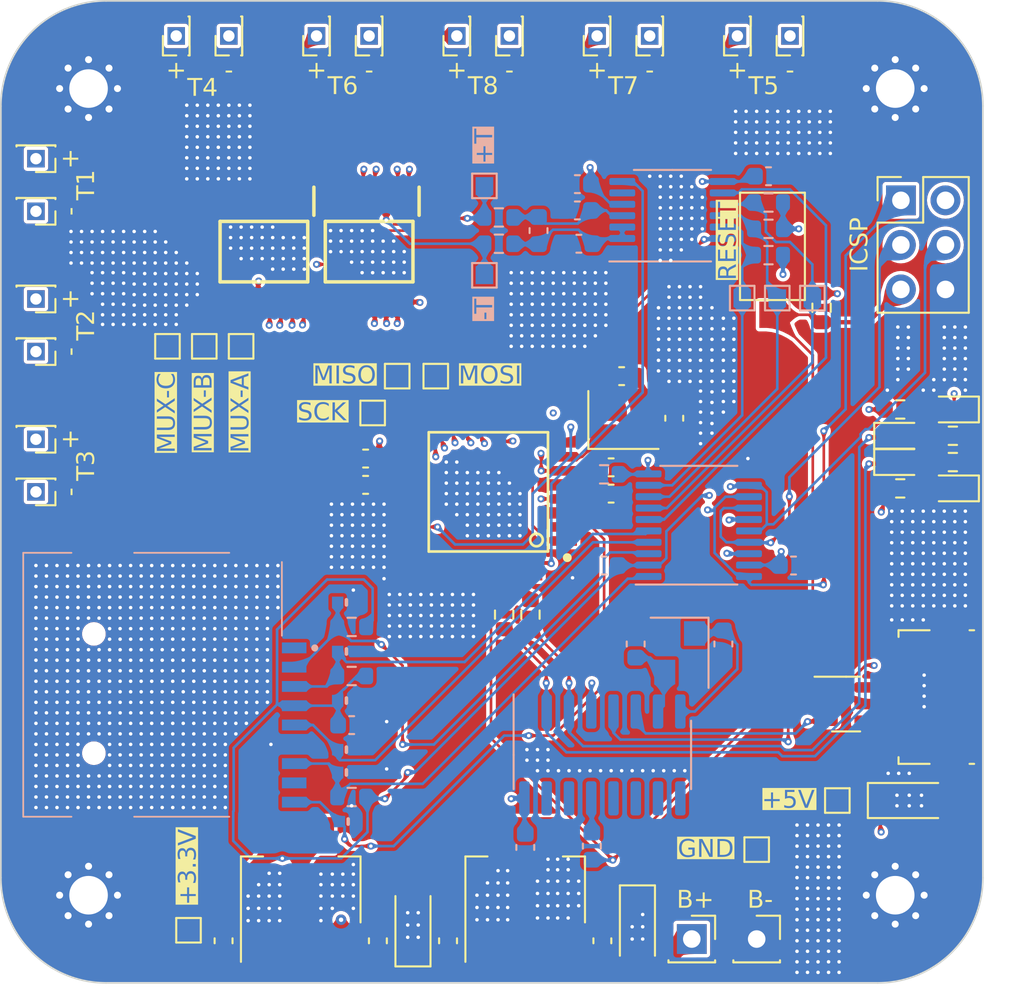
<source format=kicad_pcb>
(kicad_pcb (version 20221018) (generator pcbnew)
  (layers (0 "F.Cu" signal) (1 "In1.Cu" power "+5V") (2 "In2.Cu" power "GND") (31 "B.Cu" signal) (34 "B.Paste" user) (35 "F.Paste" user) (36 "B.SilkS" user "B.Silkscreen") (37 "F.SilkS" user "F.Silkscreen") (38 "B.Mask" user) (39 "F.Mask" user) (44 "Edge.Cuts" user))
  (net 0 "")
  (net 1 "+3V3")
  (net 2 "GND")
  (net 3 "+5V")
  (net 4 "Net-(U2-T+)")
  (net 5 "Net-(U2-BIAS)")
  (net 6 "Net-(U1-XI)")
  (net 7 "Net-(U1-~{DTR})")
  (net 8 "RESET")
  (net 9 "Net-(U1-XO)")
  (net 10 "Net-(U6-AREF)")
  (net 11 "Net-(U6-PB6)")
  (net 12 "Net-(U6-PB7)")
  (net 13 "Net-(D3-K)")
  (net 14 "Net-(D4-A)")
  (net 15 "Net-(D1-A)")
  (net 16 "+5VA")
  (net 17 "BATT+")
  (net 18 "Net-(D5-A)")
  (net 19 "TX")
  (net 20 "Net-(D6-A)")
  (net 21 "RX")
  (net 22 "Net-(D7-A)")
  (net 23 "Net-(J1-Pin_1)")
  (net 24 "Net-(J2-Pin_1)")
  (net 25 "Net-(J3-Pin_1)")
  (net 26 "Net-(J4-Pin_1)")
  (net 27 "Net-(J5-Pin_1)")
  (net 28 "Net-(J6-Pin_1)")
  (net 29 "Net-(J7-Pin_1)")
  (net 30 "Net-(J8-Pin_1)")
  (net 31 "Net-(J9-Pin_1)")
  (net 32 "Net-(J10-Pin_1)")
  (net 33 "Net-(J11-Pin_1)")
  (net 34 "Net-(J12-Pin_1)")
  (net 35 "Net-(J13-Pin_1)")
  (net 36 "Net-(J14-Pin_1)")
  (net 37 "Net-(J15-Pin_1)")
  (net 38 "Net-(J16-Pin_1)")
  (net 39 "MAX_SDO")
  (net 40 "MAX_SCK")
  (net 41 "MAX_SDI")
  (net 42 "UD- (CONN)")
  (net 43 "UD+ (CONN)")
  (net 45 "unconnected-(J20-Shield-Pad6)")
  (net 46 "OE")
  (net 47 "T+MUX")
  (net 48 "T-MUX")
  (net 49 "MAX_SDI_C")
  (net 50 "MAX_SDO_C")
  (net 51 "MAX_SCK_C")
  (net 52 "SD_MISO_C")
  (net 53 "SD_CS_C")
  (net 54 "SD_MOSI_C")
  (net 55 "Net-(U6-PD0)")
  (net 56 "Net-(U6-PD1)")
  (net 57 "LED")
  (net 58 "SD_CLK_C")
  (net 59 "SD_CD")
  (net 60 "MUX_C")
  (net 61 "MUX_B")
  (net 62 "MUX_A")
  (net 63 "UD+")
  (net 64 "UD-")
  (net 72 "MAX_DRDY")
  (net 73 "MAX_CS_C")
  (net 74 "MAX_FAULT")
  (net 75 "MAX_CS")
  (net 76 "SD_CS")
  (footprint "Connector_PinHeader_1.27mm:PinHeader_1x01_P1.27mm_Vertical" (layer "F.Cu") (at 148.7 70.6 90)
    (fp_text reference "J16" hide)
    (fp_text value "T8-")
  )
  (footprint "Connector_PinHeader_1.27mm:PinHeader_1x01_P1.27mm_Vertical" (layer "F.Cu") (at 153.7 70.6 90)
    (fp_text reference "J7" hide)
    (fp_text value "T7+")
  )
  (footprint "Connector_PinHeader_1.27mm:PinHeader_1x01_P1.27mm_Vertical" (layer "F.Cu") (at 121.7 93.6 180)
    (fp_text reference "J3" hide)
    (fp_text value "T3+")
  )
  (footprint "Package_TO_SOT_SMD:SOT-223-3_TabPin2" (layer "F.Cu") (at 149.6 119.3 90)
    (fp_text reference "U10" hide)
    (fp_text value "AMS1117-5.0")
  )
  (footprint "Connector_PinHeader_1.27mm:PinHeader_1x01_P1.27mm_Vertical" (layer "F.Cu") (at 140.7 70.6 90)
    (fp_text reference "J14" hide)
    (fp_text value "T6-")
  )
  (footprint "TestPoint:TestPoint_Pad_1.0x1.0mm" (layer "F.Cu") (at 140.9 92.1)
    (fp_text reference "TP8" hide)
    (fp_text value "~")
  )
  (footprint "MountingHole:MountingHole_2.2mm_M2_Pad_Via" (layer "F.Cu") (at 170.7 73.6)
    (fp_text reference "H2" hide)
    (fp_text value "M2")
  )
  (footprint "Diode_SMD:D_SOD-123" (layer "F.Cu") (at 143.2 121.3 90)
    (fp_text reference "D4" hide)
    (fp_text value "1N4148")
  )
  (footprint "LED_SMD:LED_0603_1608Metric" (layer "F.Cu") (at 173.9875 96.4 180)
    (fp_text reference "D1" hide)
    (fp_text value "LED")
  )
  (footprint "Resistor_SMD:R_0603_1608Metric" (layer "F.Cu") (at 148.4 103.6 90)
    (fp_text reference "R10" hide)
    (fp_text value "1k")
  )
  (footprint "TestPoint:TestPoint_Pad_1.0x1.0mm" (layer "F.Cu") (at 130.4 121.6)
    (fp_text reference "TP1" hide)
    (fp_text value "~")
  )
  (footprint "Capacitor_SMD:C_0603_1608Metric" (layer "F.Cu") (at 145.2 122.2 -90)
    (fp_text reference "C22" hide)
    (fp_text value "10u")
  )
  (footprint "Connector_PinHeader_1.27mm:PinHeader_1x01_P1.27mm_Vertical" (layer "F.Cu") (at 121.7 80.6 180)
    (fp_text reference "J9" hide)
    (fp_text value "T1-")
  )
  (footprint "Capacitor_SMD:C_0603_1608Metric" (layer "F.Cu") (at 140.5 96.2)
    (fp_text reference "C15" hide)
    (fp_text value "100n")
  )
  (footprint "Connector_PinHeader_1.27mm:PinHeader_1x01_P1.27mm_Vertical" (layer "F.Cu") (at 137.7 70.6 90)
    (fp_text reference "J6" hide)
    (fp_text value "T6+")
  )
  (footprint "Connector_PinHeader_1.27mm:PinHeader_1x01_P1.27mm_Vertical" (layer "F.Cu") (at 145.7 70.6 90)
    (fp_text reference "J8" hide)
    (fp_text value "T8+")
  )
  (footprint "CD4051BPWR:CD4051BPWR" (layer "F.Cu") (at 134.7 82.9 -90)
    (fp_text reference "U4" hide)
    (fp_text value "CD4051B" hide)
  )
  (footprint "Resistor_SMD:R_0603_1608Metric" (layer "F.Cu") (at 170.9875 91.9)
    (fp_text reference "R15" hide)
    (fp_text value "1k")
  )
  (footprint "Capacitor_SMD:C_0603_1608Metric" (layer "F.Cu") (at 158.1 92.4 -90)
    (fp_text reference "C17" hide)
    (fp_text value "22p")
  )
  (footprint "Connector_PinHeader_1.27mm:PinHeader_1x01_P1.27mm_Vertical" (layer "F.Cu") (at 129.7 70.6 90)
    (fp_text reference "J4" hide)
    (fp_text value "T4+")
  )
  (footprint "Connector_PinSocket_2.54mm:PinSocket_1x01_P2.54mm_Vertical" (layer "F.Cu") (at 159.1 122.1)
    (fp_text reference "J18" hide)
    (fp_text value "B+")
  )
  (footprint "TestPoint:TestPoint_Pad_1.0x1.0mm" (layer "F.Cu") (at 129.2 88.3)
    (fp_text reference "TP10" hide)
    (fp_text value "~")
  )
  (footprint "Resistor_SMD:R_0603_1608Metric" (layer "F.Cu") (at 170.9875 96.4 180)
    (fp_text reference "R12" hide)
    (fp_text value "1k")
  )
  (footprint "Resistor_SMD:R_0603_1608Metric" (layer "F.Cu") (at 166.5 86.1 -90)
    (fp_text reference "R16" hide)
    (fp_text value "1k")
  )
  (footprint "Connector_PinHeader_1.27mm:PinHeader_1x01_P1.27mm_Vertical" (layer "F.Cu") (at 156.7 70.6 90)
    (fp_text reference "J15" hide)
    (fp_text value "T7-")
  )
  (footprint "Connector_USB:USB_Micro-B_Molex_47346-0001" (layer "F.Cu") (at 172.6 108.3 90)
    (fp_text reference "J20" hide)
    (fp_text value "USB_B_Micro")
  )
  (footprint "Capacitor_SMD:C_0603_1608Metric" (layer "F.Cu") (at 141.2 122.2 90)
    (fp_text reference "C19" hide)
    (fp_text value "10u")
  )
  (footprint "TestPoint:TestPoint_Pad_1.0x1.0mm" (layer "F.Cu") (at 142.3 90)
    (fp_text reference "TP4" hide)
    (fp_text value "~")
  )
  (footprint "MountingHole:MountingHole_2.2mm_M2_Pad_Via" (layer "F.Cu") (at 124.7 73.6)
    (fp_text reference "H1" hide)
    (fp_text value "M2")
  )
  (footprint "ATMEGA328P-AU:ATMEGA328P-AU" (layer "F.Cu") (at 147.5 96.6 180)
    (fp_text reference "U6" hide)
    (fp_text value "ATMEGA328P-AU")
  )
  (footprint "Connector_PinHeader_1.27mm:PinHeader_1x01_P1.27mm_Vertical" (layer "F.Cu") (at 132.7 70.6 90)
    (fp_text reference "J12" hide)
    (fp_text value "T4-")
  )
  (footprint "LED_SMD:LED_0603_1608Metric" (layer "F.Cu") (at 170.9875 94.9)
    (fp_text reference "D7" hide)
    (fp_text value "LED")
  )
  (footprint "Connector_PinHeader_1.27mm:PinHeader_1x01_P1.27mm_Vertical" (layer "F.Cu") (at 121.7 88.6 180)
    (fp_text reference "J10" hide)
    (fp_text value "T2-")
  )
  (footprint "Capacitor_SMD:C_0603_1608Metric" (layer "F.Cu") (at 140.5 94.7)
    (fp_text reference "C13" hide)
    (fp_text value "4.7u")
  )
  (footprint "Capacitor_SMD:C_0603_1608Metric" (layer "F.Cu") (at 154 122.2 -90)
    (fp_text reference "C21" hide)
    (fp_text value "10u")
  )
  (footprint "Connector_PinHeader_1.27mm:PinHeader_1x01_P1.27mm_Vertical" (layer "F.Cu") (at 161.7 70.6 90)
    (fp_text reference "J5" hide)
    (fp_text value "T5+")
  )
  (footprint "Package_TO_SOT_SMD:SOT-23-6" (layer "F.Cu") (at 167.9 108.7)
    (fp_text reference "U9" hide)
    (fp_text value "USBLC6-2SC6")
  )
  (footprint "Button_Switch_SMD:SW_SPST_CK_RS282G05A3" (layer "F.Cu") (at 163.7 82.6 -90)
    (fp_text reference "SW1" hide)
    (fp_text value "SW_Push")
  )
  (footprint "Resistor_SMD:R_0603_1608Metric" (layer "F.Cu") (at 173.9875 93.4 180)
    (fp_text reference "R13" hide)
    (fp_text value "1k")
  )
  (footprint "Connector_PinHeader_2.54mm:PinHeader_2x03_P2.54mm_Vertical" (layer "F.Cu") (at 171.025 79.975)
    (fp_text reference "J17" hide)
    (fp_text value "ICSP")
  )
  (footprint "Capacitor_SMD:C_0603_1608Metric" (layer "F.Cu") (at 132.4 122.2 -90)
    (fp_text reference "C20" hide)
    (fp_text value "10u")
  )
  (footprint "Resistor_SMD:R_0603_1608Metric" (layer "F.Cu") (at 149.9 103.6 90)
    (fp_text reference "R11" hide)
    (fp_text value "1k")
  )
  (footprint "TestPoint:TestPoint_Pad_1.0x1.0mm" (layer "F.Cu") (at 162.8 117)
    (fp_text reference "TP14" hide)
    (fp_text value "~")
  )
  (footprint "LED_SMD:LED_0603_1608Metric" (layer "F.Cu") (at 170.9875 93.4)
    (fp_text reference "D6" hide)
    (fp_text value "LED")
  )
  (footprint "LED_SMD:LED_0603_1608Metric" (layer "F.Cu") (at 173.9875 91.9 180)
    (fp_text reference "D5" hide)
    (fp_text value "LED")
  )
  (footprint "Package_TO_SOT_SMD:SOT-223-3_TabPin2" (layer "F.Cu") (at 136.8 119.3 90)
    (fp_text reference "U7" hide)
    (fp_text value "AMS1117-3.3")
  )
  (footprint "TestPoint:TestPoint_Pad_1.0x1.0mm" (layer "F.Cu") (at 167.4 114.2)
    (fp_text reference "TP3" hide)
    (fp_text value "~")
  )
  (footprint "TestPoint:TestPoint_Pad_1.0x1.0mm" (layer "F.Cu") (at 131.3 88.3)
    (fp_text reference "TP11" hide)
    (fp_text value "~")
  )
  (footprint "Crystal:Crystal_SMD_3225-4Pin_3.2x2.5mm" (layer "F.Cu") (at 155.2 92.5)
    (fp_text reference "Y2" hide)
    (fp_text value "16MHz")
  )
  (footprint "Diode_SMD:D_SOD-123" (layer "F.Cu") (at 156 121.4 -90)
    (fp_text reference "D3" hide)
    (fp_text value "1N4148")
  )
  (footprint "Connector_PinHeader_1.27mm:PinHeader_1x01_P1.27mm_Vertical" (layer "F.Cu") (at 121.7 96.6 180)
    (fp_text reference "J11" hide)
    (fp_text value "T3-")
  )
  (footprint "Connector_PinHeader_1.27mm:PinHeader_1x01_P1.27mm_Vertical" (layer "F.Cu") (at 121.7 77.6 180)
    (fp_text reference "J1" hide)
    (fp_text value "T1+")
  )
  (footprint "CD4051BPWR:CD4051BPWR" (layer "F.Cu") (at 140.7 82.9 -90)
    (fp_text reference "U8" hide)
    (fp_text value "CD4051B" hide)
  )
  (footprint "Capacitor_SMD:C_0603_1608Metric" (layer "F.Cu") (at 155.1 90)
    (fp_text reference "C18" hide)
    (fp_text value "22p")
  )
  (footprint "Connector_PinHeader_1.27mm:PinHeader_1x01_P1.27mm_Vertical" (layer "F.Cu") (at 121.7 85.6 180)
    (fp_text reference "J2" hide)
    (fp_text value "T2+")
  )
  (footprint "Resistor_SMD:R_0603_1608Metric" (layer "F.Cu") (at 173.9875 94.9 180)
    (fp_text reference "R14" hide)
    (fp_text value "1k")
  )
  (footprint "TestPoint:TestPoint_Pad_1.0x1.0mm" (layer "F.Cu") (at 133.4 88.3)
    (fp_text reference "TP12" hide)
    (fp_text value "~")
  )
  (footprint "Diode_SMD:D_SOD-123" (layer "F.Cu") (at 171.5 114.2)
    (fp_text reference "D2" hide)
    (fp_text value "1N4148")
  )
  (footprint "MountingHole:MountingHole_2.2mm_M2_Pad_Via" (layer "F.Cu") (at 124.7 119.6)
    (fp_text reference "H4" hide)
    (fp_text value "M2")
  )
  (footprint "Capacitor_SMD:C_0603_1608Metric" (layer "F.Cu") (at 154.5 95.2 180)
    (fp_text reference "C12" hide)
    (fp_text value "1u")
  )
  (footprint "TestPoint:TestPoint_Pad_1.0x1.0mm" (layer "F.Cu") (at 144.5 90)
    (fp_text reference "TP2" hide)
    (fp_text value "~")
  )
  (footprint "MountingHole:MountingHole_2.2mm_M2_Pad_Via" (layer "F.Cu") (at 170.7 119.6)
    (fp_text reference "H3" hide)
    (fp_text value "M2")
  )
  (footprint "Connector_PinHeader_1.27mm:PinHeader_1x01_P1.27mm_Vertical" (layer "F.Cu") (at 164.7 70.6 90)
    (fp_text reference "J13" hide)
    (fp_text value "T5-")
  )
  (footprint "Connector_PinSocket_2.54mm:PinSocket_1x01_P2.54mm_Vertical" (layer "F.Cu") (at 162.8 122.1)
    (fp_text reference "J19" hide)
    (fp_text value "B-")
  )
  (footprint "Capacitor_SMD:C_0603_1608Metric" (layer "F.Cu") (at 154.5 96.7 180)
    (fp_text reference "C14" hide)
    (fp_text value "1u")
  )
  (footprint "Resistor_SMD:R_0603_1608Metric" (layer "B.Cu") (at 148.098214 82.45)
    (fp_text reference "R3" hide)
    (fp_text value "100")
  )
  (footprint "TestPoint:TestPoint_Pad_1.0x1.0mm" (layer "B.Cu") (at 147.275 79.15 180)
    (fp_text reference "TP9" hide)
    (fp_text value "~")
  )
  (footprint "Resistor_SMD:R_0603_1608Metric" (layer "B.Cu") (at 139.705 114 180)
    (fp_text reference "R7" hide)
    (fp_text value "10k")
  )
  (footprint "Capacitor_SMD:C_0603_1608Metric" (layer "B.Cu") (at 152.575 79.05 180)
    (fp_text reference "C1" hide)
    (fp_text value "0.1u")
  )
  (footprint "Resistor_SMD:R_0603_1608Metric" (layer "B.Cu") (at 139.705 107.1 180)
    (fp_text reference "R9" hide)
    (fp_text value "10k")
  )
  (footprint "Package_SO:SOIC-16_3.9x9.9mm_P1.27mm" (layer "B.Cu") (at 154 111.6 -90)
    (fp_text reference "U1" hide)
    (fp_text value "CH340G")
  )
  (footprint "CG402MLU-3_3G:CG402MLU-3_3G" (layer "B.Cu") (at 139.405 108.5 180)
    (fp_text reference "RV5" hide)
    (fp_text value "CG0402MLU-3.3G" hide)
  )
  (footprint "Resistor_SMD:R_0603_1608Metric" (layer "B.Cu") (at 139.705 104.3)
    (fp_text reference "R8" hide)
    (fp_text value "10k")
  )
  (footprint "CG402MLU-3_3G:CG402MLU-3_3G" (layer "B.Cu") (at 139.405 112.6 180)
    (fp_text reference "RV2" hide)
    (fp_text value "CG0402MLU-3.3G" hide)
  )
  (footprint "CG402MLU-3_3G:CG402MLU-3_3G" (layer "B.Cu") (at 139.405 105.7 180)
    (fp_text reference "RV4" hide)
    (fp_text value "CG0402MLU-3.3G" hide)
  )
  (footprint "Capacitor_SMD:C_0603_1608Metric" (layer "B.Cu") (at 164.9 100.8)
    (fp_text reference "C5" hide)
    (fp_text value "0.1u")
  )
  (footprint "GCT-MICROSD-HOLDER:GCT-MICROSD-HOLDER" (layer "B.Cu") (at 128.7 107.6 90)
    (fp_text reference "U5" hide)
    (fp_text value "microSD Card" hide)
  )
  (footprint "TestPoint:TestPoint_Pad_1.0x1.0mm" (layer "B.Cu") (at 163.975 85.55 180)
    (fp_text reference "TP6" hide)
    (fp_text value "~")
  )
  (footprint "TestPoint:TestPoint_Pad_1.0x1.0mm" (layer "B.Cu") (at 161.975 85.55 180)
    (fp_text reference "TP5" hide)
    (fp_text value "~")
  )
  (footprint "Capacitor_SMD:C_0603_1608Metric" (layer "B.Cu") (at 139.705 109.9)
    (fp_text reference "C16" hide)
    (fp_text value "10u")
  )
  (footprint "CG402MLU-3_3G:CG402MLU-3_3G" (layer "B.Cu") (at 139.405 111.3 180)
    (fp_text reference "RV1" hide)
    (fp_text value "CG0402MLU-3.3G" hide)
  )
  (footprint "Package_SO:TSSOP-20_4.4x6.5mm_P0.65mm" (layer "B.Cu") (at 159.5 98.5)
    (fp_text reference "U3" hide)
    (fp_text value "TXS0108EPW")
  )
  (footprint "CG402MLU-3_3G:CG402MLU-3_3G" (layer "B.Cu") (at 139.405 102.9 180)
    (fp_text reference "RV3" hide)
    (fp_text value "CG0402MLU-3.3G" hide)
  )
  (footprint "Capacitor_SMD:C_0603_1608Metric" (layer "B.Cu") (at 150.360714 81.7 -90)
    (fp_text reference "C7" hide)
    (fp_text value "0.1u")
  )
  (footprint "Capacitor_SMD:C_0603_1608Metric" (layer "B.Cu") (at 152.575 80.55)
    (fp_text reference "C6" hide)
    (fp_text value "0.01u")
  )
  (footprint "CG402MLU-3_3G:CG402MLU-3_3G" (layer "B.Cu") (at 139.505 115.4 180)
    (fp_text reference "RV6" hide)
    (fp_text value "CG0402MLU-3.3G" hide)
  )
  (footprint "TestPoint:TestPoint_Pad_1.0x1.0mm" (layer "B.Cu") (at 147.275 84.25 180)
    (fp_text reference "TP13" hide)
    (fp_text value "~")
  )
  (footprint "Package_SO:TSSOP-14_4.4x5mm_P0.65mm" (layer "B.Cu") (at 157.998214 80.85)
    (fp_text reference "U2" hide)
    (fp_text value "MAX31856")
  )
  (footprint "Resistor_SMD:R_0603_1608Metric" (layer "B.Cu") (at 163.475 81.6 180)
    (fp_text reference "R5" hide)
    (fp_text value "10k")
  )
  (footprint "Resistor_SMD:R_0603_1608Metric" (layer "B.Cu") (at 163.475 83.1 180)
    (fp_text reference "R4" hide)
    (fp_text value "10k")
  )
  (footprint "TestPoint:TestPoint_Pad_1.0x1.0mm" (layer "B.Cu") (at 165.975 85.55 180)
    (fp_text reference "TP7" hide)
    (fp_text value "~")
  )
  (footprint "Resistor_SMD:R_0603_1608Metric" (layer "B.Cu") (at 163.475 80.1 180)
    (fp_text reference "R6" hide)
    (fp_text value "10k")
  )
  (footprint "Capacitor_SMD:C_0603_1608Metric" (layer "B.Cu") (at 149.605 116.875 90)
    (fp_text reference "C4" hide)
    (fp_text value "0.1u")
  )
  (footprint "Capacitor_SMD:C_0603_1608Metric" (layer "B.Cu") (at 163.475 78.6)
    (fp_text reference "C2" hide)
    (fp_text value "0.1u")
  )
  (footprint "Capacitor_SMD:C_0603_1608Metric" (layer "B.Cu") (at 152.660714 82.45 180)
    (fp_text reference "C10" hide)
    (fp_text value "0.01u")
  )
  (footprint "Capacitor_SMD:C_0603_1608Metric" (layer "B.Cu") (at 153.4 116.8 -90)
    (fp_text reference "C9" hide)
    (fp_text value "100n")
  )
  (footprint "Resistor_SMD:R_0603_1608Metric" (layer "B.Cu") (at 154.1 95.6)
    (fp_text reference "R1" hide)
    (fp_text value "47k")
  )
  (footprint "Crystal:Crystal_SMD_3225-4Pin_3.2x2.5mm" (layer "B.Cu") (at 158.405 105.775 -90)
    (fp_text reference "Y1" hide)
    (fp_text value "12MHz")
  )
  (footprint "Capacitor_SMD:C_0603_1608Metric" (layer "B.Cu") (at 154.1 100.8 180)
    (fp_text reference "C3" hide)
    (fp_text value "0.1u")
  )
  (footprint "Resistor_SMD:R_0603_1608Metric" (layer "B.Cu") (at 148.098214 80.95)
    (fp_text reference "R2" hide)
    (fp_text value "100")
  )
  (footprint "Capacitor_SMD:C_0603_1608Metric" (layer "B.Cu") (at 155.9 105.275 -90)
    (fp_text reference "C8" hide)
    (fp_text value "22p")
  )
  (footprint "Capacitor_SMD:C_0603_1608Metric" (layer "B.Cu") (at 160.9 105.275 90)
    (fp_text reference "C11" hide)
    (fp_text value "22p")
  )
  (gr_line (start 119.7 74.6) (end 119.7 118.6) (stroke (width 0.1)) (layer "Edge.Cuts"))
  (gr_line (start 125.7 68.6) (end 169.7 68.6) (stroke (width 0.1)) (layer "Edge.Cuts"))
  (gr_arc (start 175.7 118.6) (mid 173.942641 122.842641) (end 169.7 124.6) (stroke (width 0.1)) (layer "Edge.Cuts"))
  (gr_line (start 175.7 118.6) (end 175.7 74.6) (stroke (width 0.1)) (layer "Edge.Cuts"))
  (gr_line (start 125.7 124.6) (end 169.7 124.6) (stroke (width 0.1)) (layer "Edge.Cuts"))
  (gr_arc (start 125.7 124.6) (mid 121.457359 122.842641) (end 119.7 118.6) (stroke (width 0.1)) (layer "Edge.Cuts"))
  (gr_arc (start 169.7 68.6) (mid 173.942641 70.357359) (end 175.7 74.6) (stroke (width 0.1)) (layer "Edge.Cuts"))
  (gr_arc (start 119.7 74.6) (mid 121.457359 70.357359) (end 125.7 68.6) (stroke (width 0.1)) (layer "Edge.Cuts"))
  (gr_text "T+" (at 147.3 76.9 90) (layer "B.SilkS" knockout) (effects (font (size 1 1) (thickness 0.125)) (justify mirror)))
  (gr_text "T-" (at 147.3 86.2 90) (layer "B.SilkS" knockout) (effects (font (size 1 1) (thickness 0.125)) (justify mirror)))
  (gr_text "T8" (at 147.2 73.5) (layer "F.SilkS") (effects (font (size 1 1) (thickness 0.125))))
  (gr_text "MUX-A" (at 133.4 92.1 90) (layer "F.SilkS" knockout) (effects (font (size 1 1) (thickness 0.125))))
  (gr_text "+" (at 123.7 77.6 90) (layer "F.SilkS") (effects (font (size 1 1) (thickness 0.1875)) (justify mirror)))
  (gr_text "B+" (at 159.3 119.9) (layer "F.SilkS") (effects (font (size 1 1) (thickness 0.125))))
  (gr_text "-" (at 123.7 88.6 90) (layer "F.SilkS") (effects (font (size 1 1) (thickness 0.1875)) (justify mirror)))
  (gr_text "+3.3V" (at 130.4 118 90) (layer "F.SilkS" knockout) (effects (font (size 1 1) (thickness 0.125))))
  (gr_text "B-" (at 163 119.9) (layer "F.SilkS") (effects (font (size 1 1) (thickness 0.125))))
  (gr_text "+" (at 161.7 72.6) (layer "F.SilkS") (effects (font (size 1 1) (thickness 0.1875)) (justify mirror)))
  (gr_text "T3" (at 124.6 95.1 90) (layer "F.SilkS") (effects (font (size 1 1) (thickness 0.125))))
  (gr_text "-" (at 148.7 72.6) (layer "F.SilkS") (effects (font (size 1 1) (thickness 0.1875)) (justify mirror)))
  (gr_text "+" (at 129.7 72.6) (layer "F.SilkS") (effects (font (size 1 1) (thickness 0.1875)) (justify mirror)))
  (gr_text "MISO" (at 139.3 90) (layer "F.SilkS" knockout) (effects (font (size 1 1) (thickness 0.125))))
  (gr_text "+" (at 123.7 93.6 90) (layer "F.SilkS") (effects (font (size 1 1) (thickness 0.1875)) (justify mirror)))
  (gr_text "GND" (at 159.9 117) (layer "F.SilkS" knockout) (effects (font (size 1 1) (thickness 0.125))))
  (gr_text "+" (at 123.7 85.6 90) (layer "F.SilkS") (effects (font (size 1 1) (thickness 0.1875)) (justify mirror)))
  (gr_text "T1" (at 124.6 79.1 90) (layer "F.SilkS") (effects (font (size 1 1) (thickness 0.125))))
  (gr_text "-" (at 140.7 72.6) (layer "F.SilkS") (effects (font (size 1 1) (thickness 0.1875)) (justify mirror)))
  (gr_text "+" (at 137.7 72.6) (layer "F.SilkS") (effects (font (size 1 1) (thickness 0.1875)) (justify mirror)))
  (gr_text "T7" (at 155.2 73.5) (layer "F.SilkS") (effects (font (size 1 1) (thickness 0.125))))
  (gr_text "MUX-B" (at 131.3 92.1 90) (layer "F.SilkS" knockout) (effects (font (size 1 1) (thickness 0.125))))
  (gr_text "+5V" (at 164.6 114.2) (layer "F.SilkS" knockout) (effects (font (size 1 1) (thickness 0.125))))
  (gr_text "-" (at 123.7 96.6 90) (layer "F.SilkS") (effects (font (size 1 1) (thickness 0.1875)) (justify mirror)))
  (gr_text "T4" (at 131.2 73.6) (layer "F.SilkS") (effects (font (size 1 1) (thickness 0.125))))
  (gr_text "MUX-C" (at 129.2 92.1 90) (layer "F.SilkS" knockout) (effects (font (size 1 1) (thickness 0.125))))
  (gr_text "-" (at 123.7 80.6 90) (layer "F.SilkS") (effects (font (size 1 1) (thickness 0.1875)) (justify mirror)))
  (gr_text "-" (at 156.7 72.6) (layer "F.SilkS") (effects (font (size 1 1) (thickness 0.1875)) (justify mirror)))
  (gr_text "+" (at 145.7 72.6) (layer "F.SilkS") (effects (font (size 1 1) (thickness 0.1875)) (justify mirror)))
  (gr_text "ICSP" (at 168.7 82.5 90) (layer "F.SilkS") (effects (font (size 1 1) (thickness 0.125))))
  (gr_text "+" (at 153.7 72.6) (layer "F.SilkS") (effects (font (size 1 1) (thickness 0.1875)) (justify mirror)))
  (gr_text "MOSI" (at 147.6 90) (layer "F.SilkS" knockout) (effects (font (size 1 1) (thickness 0.125))))
  (gr_text "T6" (at 139.2 73.5) (layer "F.SilkS") (effects (font (size 1 1) (thickness 0.125))))
  (gr_text "-" (at 132.7 72.6) (layer "F.SilkS") (effects (font (size 1 1) (thickness 0.1875)) (justify mirror)))
  (gr_text "-" (at 164.7 72.6) (layer "F.SilkS") (effects (font (size 1 1) (thickness 0.1875)) (justify mirror)))
  (gr_text "RESET" (at 161.2 82.3 90) (layer "F.SilkS" knockout) (effects (font (size 1 1) (thickness 0.125))))
  (gr_text "T2" (at 124.6 87.1 90) (layer "F.SilkS") (effects (font (size 1 1) (thickness 0.125))))
  (gr_text "T5" (at 163.2 73.5) (layer "F.SilkS") (effects (font (size 1 1) (thickness 0.125))))
  (gr_text "SCK" (at 138 92.1) (layer "F.SilkS" knockout) (effects (font (size 1 1) (thickness 0.125))))
  (segment (start 135.95 116.15) (end 136.8 116.15) (width 0.6) (layer "F.Cu") (net 1))
  (segment (start 135.75 117.5) (end 135.75 117.2) (width 0.15) (layer "F.Cu") (net 1))
  (segment (start 136.8 122.45) (end 136.8 116.15) (width 0.6) (layer "F.Cu") (net 1))
  (segment (start 132.4 119.7) (end 135.95 116.15) (width 0.6) (layer "F.Cu") (net 1))
  (segment (start 130.575 121.425) (end 130.4 121.6) (width 0.6) (layer "F.Cu") (net 1))
  (segment (start 135.75 117.2) (end 136.8 116.15) (width 0.15) (layer "F.Cu") (net 1))
  (segment (start 142.9 112.6) (end 142.9 112.8) (width 0.15) (layer "F.Cu") (net 1))
  (segment (start 132.4 121.425) (end 130.575 121.425) (width 0.6) (layer "F.Cu") (net 1))
  (segment (start 132.4 121.425) (end 132.4 119.7) (width 0.6) (layer "F.Cu") (net 1))
  (segment (start 142.9 112.8) (end 141.6 114.1) (width 0.15) (layer "F.Cu") (net 1))
  (via (at 165.2 81.6) (size 0.4) (drill 0.2) (layers "F.Cu" "B.Cu") (net 1))
  (via (at 142.9 112.6) (size 0.4) (drill 0.2) (layers "F.Cu" "B.Cu") (net 1))
  (via (at 135.75 117.5) (size 0.4) (drill 0.2) (layers "F.Cu" "B.Cu") (net 1))
  (via (at 164.3 84.2) (size 0.4) (drill 0.2) (layers "F.Cu" "B.Cu") (net 1))
  (via (at 153.3 78.1) (size 0.4) (drill 0.2) (layers "F.Cu" "B.Cu") (net 1))
  (via (at 160.1 96.8) (size 0.4) (drill 0.2) (layers "F.Cu" "B.Cu") (net 1))
  (via (at 159.7 78.9) (size 0.4) (drill 0.2) (layers "F.Cu" "B.Cu") (net 1))
  (via (at 141.6 114.1) (size 0.4) (drill 0.2) (layers "F.Cu" "B.Cu") (net 1))
  (segment (start 141.6 114.1) (end 140.63 114.1) (width 0.15) (layer "B.Cu") (net 1))
  (segment (start 135.75 117.5) (end 139.105 117.5) (width 0.15) (layer "B.Cu") (net 1))
  (segment (start 139.276751 107.85) (end 139.25 107.85) (width 0.15) (layer "B.Cu") (net 1))
  (segment (start 140.4 101.6) (end 138.3 101.6) (width 0.15) (layer "B.Cu") (net 1))
  (segment (start 139.555 107.571751) (end 139.276751 107.85) (width 0.15) (layer "B.Cu") (net 1))
  (segment (start 153.35 78.15) (end 153.3 78.1) (width 0.15) (layer "B.Cu") (net 1))
  (segment (start 140 107.1) (end 139.555 107.545) (width 0.15) (layer "B.Cu") (net 1))
  (segment (start 143.294974 112.6) (end 154.875 101.019974) (width 0.15) (layer "B.Cu") (net 1))
  (segment (start 132.95 116.5) (end 132.95 114.821752) (width 0.15) (layer "B.Cu") (net 1))
  (segment (start 157.65 100.38033) (end 157.25533 100.775) (width 0.15) (layer "B.Cu") (net 1))
  (segment (start 135.45 108.721752) (end 135.45 108.65) (width 0.15) (layer "B.Cu") (net 1))
  (segment (start 156.6125 100.8) (end 156.6375 100.775) (width 0.15) (layer "B.Cu") (net 1))
  (segment (start 135.45 104.45) (end 135.45 108.65) (width 0.15) (layer "B.Cu") (net 1))
  (segment (start 140.605 114.075) (end 140.53 114) (width 0.15) (layer "B.Cu") (net 1))
  (segment (start 140.53 104.3) (end 140.9 103.93) (width 0.15) (layer "B.Cu") (net 1))
  (segment (start 164.3 83.1) (end 164.3 84.2) (width 0.15) (layer "B.Cu") (net 1))
  (segment (start 153.35 79.05) (end 154.5 80.2) (width 0.15) (layer "B.Cu") (net 1))
  (segment (start 140.63 114.1) (end 140.53 114) (width 0.15) (layer "B.Cu") (net 1))
  (segment (start 140.9 102.1) (end 140.4 101.6) (width 0.15) (layer "B.Cu") (net 1))
  (segment (start 140.53 107.1) (end 140 107.1) (width 0.15) (layer "B.Cu") (net 1))
  (segment (start 138.93 108.525) (end 138.905 108.5) (width 0.15) (layer "B.Cu") (net 1))
  (segment (start 140.605 116) (end 140.605 114.075) (width 0.15) (layer "B.Cu") (net 1))
  (segment (start 136.425 108.795) (end 138.61 108.795) (width 0.15) (layer "B.Cu") (net 1))
  (segment (start 138.93 109.9) (end 138.93 108.525) (width 0.15) (layer "B.Cu") (net 1))
  (segment (start 132.975 111.196752) (end 135.45 108.721752) (width 0.15) (layer "B.Cu") (net 1))
  (segment (start 138.61 108.795) (end 138.905 108.5) (width 0.15) (layer "B.Cu") (net 1))
  (segment (start 164.3 81.6) (end 165.2 81.6) (width 0.15) (layer "B.Cu") (net 1))
  (segment (start 132.95 114.821752) (end 132.975 114.796752) (width 0.15) (layer "B.Cu") (net 1))
  (segment (start 135.595 108.795) (end 136.425 108.795) (width 0.15) (layer "B.Cu") (net 1))
  (segment (start 154.5 80.2) (end 155.135714 80.2) (width 0.15) (layer "B.Cu") (net 1))
  (segment (start 159.7 96.8) (end 157.65 98.85) (width 0.15) (layer "B.Cu") (net 1))
  (segment (start 160.860714 78.9) (end 159.7 78.9) (width 0.15) (layer "B.Cu") (net 1))
  (segment (start 140.9 103.93) (end 140.9 102.1) (width 0.15) (layer "B.Cu") (net 1))
  (segment (start 139.555 107.545) (end 139.555 107.571751) (width 0.15) (layer "B.Cu") (net 1))
  (segment (start 160.860714 78.9) (end 162.4 78.9) (width 0.15) (layer "B.Cu") (net 1))
  (segment (start 132.975 114.796752) (end 132.975 111.196752) (width 0.15) (layer "B.Cu") (net 1))
  (segment (start 138.3 101.6) (end 135.45 104.45) (width 0.15) (layer "B.Cu") (net 1))
  (segment (start 154.875 100.8) (end 156.6125 100.8) (width 0.15) (layer "B.Cu") (net 1))
  (segment (start 138.905 108.195) (end 138.905 108.5) (width 0.15) (layer "B.Cu") (net 1))
  (segment (start 160.1 96.8) (end 159.7 96.8) (width 0.15) (layer "B.Cu") (net 1))
  (segment (start 135.45 108.65) (end 135.595 108.795) (width 0.15) (layer "B.Cu") (net 1))
  (segment (start 157.25533 100.775) (end 156.6375 100.775) (width 0.15) (layer "B.Cu") (net 1))
  (segment (start 164.3 80.1) (end 164.3 81.6) (width 0.15) (layer "B.Cu") (net 1))
  (segment (start 133.95 117.5) (end 132.95 116.5) (width 0.15) (layer "B.Cu") (net 1))
  (segment (start 135.75 117.5) (end 133.95 117.5) (width 0.15) (layer "B.Cu") (net 1))
  (segment (start 139.105 117.5) (end 140.605 116) (width 0.15) (layer "B.Cu") (net 1))
  (segment (start 153.35 79.05) (end 153.35 78.15) (width 0.15) (layer "B.Cu") (net 1))
  (segment (start 139.25 107.85) (end 138.905 108.195) (width 0.15) (layer "B.Cu") (net 1))
  (segment (start 157.65 98.85) (end 157.65 100.38033) (width 0.15) (layer "B.Cu") (net 1))
  (segment (start 162.4 78.9) (end 162.7 78.6) (width 0.15) (layer "B.Cu") (net 1))
  (segment (start 154.875 101.019974) (end 154.875 100.8) (width 0.15) (layer "B.Cu") (net 1))
  (segment (start 142.9 112.6) (end 143.294974 112.6) (width 0.15) (layer "B.Cu") (net 1))
  (segment (start 154.525 95.95) (end 155.275 95.2) (width 0.15) (layer "F.Cu") (net 2))
  (segment (start 152.05 95.95) (end 154.525 95.95) (width 0.15) (layer "F.Cu") (net 2))
  (segment (start 151.8 96.2) (end 152.05 95.95) (width 0.15) (layer "F.Cu") (net 2))
  (via (at 128.3 111) (size 0.4) (drill 0.2) (layers "F.Cu" "B.Cu") (net 2))
  (via (at 126.5 112.8) (size 0.4) (drill 0.2) (layers "F.Cu" "B.Cu") (net 2))
  (via (at 160.25 90.3) (size 0.4) (drill 0.2) (layers "F.Cu" "B.Cu") (net 2))
  (via (at 130.7 109.8) (size 0.4) (drill 0.2) (layers "F.Cu" "B.Cu") (net 2))
  (via (at 122.9 114.6) (size 0.4) (drill 0.2) (layers "F.Cu" "B.Cu") (net 2))
  (via (at 135.8 83.3) (size 0.4) (drill 0.2) (layers "F.Cu" "B.Cu") (net 2))
  (via (at 157.8 87.9) (size 0.4) (drill 0.2) (layers "F.Cu" "B.Cu") (net 2))
  (via (at 129.1 86.5) (size 0.4) (drill 0.2) (layers "F.Cu" "B.Cu") (net 2))
  (via (at 171.7 99.5) (size 0.4) (drill 0.2) (layers "F.Cu" "B.Cu") (net 2))
  (via (at 135.2 83.3) (size 0.4) (drill 0.2) (layers "F.Cu" "B.Cu") (net 2))
  (via (at 133.3 75.15) (size 0.4) (drill 0.2) (layers "F.Cu" "B.Cu") (net 2))
  (via (at 130.9 76.95) (size 0.4) (drill 0.2) (layers "F.Cu" "B.Cu") (net 2))
  (via (at 128.9 100.8) (size 0.4) (drill 0.2) (layers "F.Cu" "B.Cu") (net 2))
  (via (at 165.7 122.2) (size 0.4) (drill 0.2) (layers "F.Cu" "B.Cu") (net 2))
  (via (at 127.1 111) (size 0.4) (drill 0.2) (layers "F.Cu" "B.Cu") (net 2))
  (via (at 166.9 118) (size 0.4) (drill 0.2) (layers "F.Cu" "B.Cu") (net 2))
  (via (at 146.65 104.25) (size 0.4) (drill 0.2) (layers "F.Cu" "B.Cu") (net 2))
  (via (at 127.7 114) (size 0.4) (drill 0.2) (layers "F.Cu" "B.Cu") (net 2))
  (via (at 127.3 84.75) (size 0.4) (drill 0.2) (layers "F.Cu" "B.Cu") (net 2))
  (via (at 131.3 106.2) (size 0.4) (drill 0.2) (layers "F.Cu" "B.Cu") (net 2))
  (via (at 133.7 103.8) (size 0.4) (drill 0.2) (layers "F.Cu" "B.Cu") (net 2))
  (via (at 138.5 82.3) (size 0.4) (drill 0.2) (layers "F.Cu" "B.Cu") (net 2))
  (via (at 134.3 108.6) (size 0.4) (drill 0.2) (layers "F.Cu" "B.Cu") (net 2))
  (via (at 125.9 105.6) (size 0.4) (drill 0.2) (layers "F.Cu" "B.Cu") (net 2))
  (via (at 156.3 112.5) (size 0.4) (drill 0.2) (layers "F.Cu" "B.Cu") (net 2))
  (via (at 161.5 86.7) (size 0.4) (drill 0.2) (layers "F.Cu" "B.Cu") (net 2))
  (via (at 122.3 109.8) (size 0.4) (drill 0.2) (layers "F.Cu" "B.Cu") (net 2))
  (via (at 124.1 109.8) (size 0.4) (drill 0.2) (layers "F.Cu" "B.Cu") (net 2))
  (via (at 138.55 98.5) (size 0.4) (drill 0.2) (layers "F.Cu" "B.Cu") (net 2))
  (via (at 166.3 119.2) (size 0.4) (drill 0.2) (layers "F.Cu" "B.Cu") (net 2))
  (via (at 135.5 102.6) (size 0.4) (drill 0.2) (layers "F.Cu" "B.Cu") (net 2))
  (via (at 131.9 106.8) (size 0.4) (drill 0.2) (layers "F.Cu" "B.Cu") (net 2))
  (via (at 132.5 109.2) (size 0.4) (drill 0.2) (layers "F.Cu" "B.Cu") (net 2))
  (via (at 129.5 106.8) (size 0.4) (drill 0.2) (layers "F.Cu" "B.Cu") (net 2))
  (via (at 158.4 89.1) (size 0.4) (drill 0.2) (layers "F.Cu" "B.Cu") (net 2))
  (via (at 143.05 102.45) (size 0.4) (drill 0.2) (layers "F.Cu" "B.Cu") (net 2))
  (via (at 165.8 77.3) (size 0.4) (drill 0.2) (layers "F.Cu" "B.Cu") (net 2))
  (via (at 131.3 111.6) (size 0.4) (drill 0.2) (layers "F.Cu" "B.Cu") (net 2))
  (via (at 160.25 92.1) (size 0.4) (drill 0.2) (layers "F.Cu" "B.Cu") (net 2))
  (via (at 123.5 101.4) (size 0.4) (drill 0.2) (layers "F.Cu" "B.Cu") (net 2))
  (via (at 163.4 77.3) (size 0.4) (drill 0.2) (layers "F.Cu" "B.Cu") (net 2))
  (via (at 146.05 103.65) (size 0.4) (drill 0.2) (layers "F.Cu" "B.Cu") (net 2))
  (via (at 174.7 87.8) (size 0.4) (drill 0.2) (layers "F.Cu" "B.Cu") (net 2))
  (via (at 159.7 81) (size 0.4) (drill 0.2) (layers "F.Cu" "B.Cu") (net 2))
  (via (at 139.8 102.2) (size 0.4) (drill 0.2) (layers "F.Cu" "B.Cu") (net 2))
  (via (at 150.3 112.5) (size 0.4) (drill 0.2) (layers "F.Cu" "B.Cu") (net 2))
  (via (at 139.75 99.7) (size 0.4) (drill 0.2) (layers "F.Cu" "B.Cu") (net 2))
  (via (at 159.6 87.3) (size 0.4) (drill 0.2) (layers "F.Cu" "B.Cu") (net 2))
  (via (at 170.25 90.8) (size 0.4) (drill 0.2) (layers "F.Cu" "B.Cu") (net 2))
  (via (at 129.7 82.95) (size 0.4) (drill 0.2) (layers "F.Cu" "B.Cu") (net 2))
  (via (at 141.85 104.85) (size 0.4) (drill 0.2) (layers "F.Cu" "B.Cu") (net 2))
  (via (at 138.55 99.7) (size 0.4) (drill 0.2) (layers "F.Cu" "B.Cu") (net 2))
  (via (at 126.5 103.2) (size 0.4) (drill 0.2) (layers "F.Cu" "B.Cu") (net 2))
  (via (at 165.8 76.1) (size 0.4) (drill 0.2) (layers "F.Cu" "B.Cu") (net 2))
  (via (at 131.3 103.2) (size 0.4) (drill 0.2) (layers "F.Cu" "B.Cu") (net 2))
  (via (at 130.1 103.8) (size 0.4) (drill 0.2) (layers "F.Cu" "B.Cu") (net 2))
  (via (at 134.4 121.05) (size 0.4) (drill 0.2) (layers "F.Cu" "B.Cu") (net 2))
  (via (at 139.75 99.1) (size 0.4) (drill 0.2) (layers "F.Cu" "B.Cu") (net 2))
  (via (at 131.9 108) (size 0.4) (drill 0.2) (layers "F.Cu" "B.Cu") (net 2))
  (via (at 146.65 104.85) (size 0.4) (drill 0.2) (layers "F.Cu" "B.Cu") (net 2))
  (via (at 126.5 100.8) (size 0.4) (drill 0.2) (layers "F.Cu" "B.Cu") (net 2))
  (via (at 131.9 102) (size 0.4) (drill 0.2) (layers "F.Cu" "B.Cu") (net 2))
  (via (at 166.9 123.4) (size 0.4) (drill 0.2) (layers "F.Cu" "B.Cu") (net 2))
  (via (at 130.1 112.8) (size 0.4) (drill 0.2) (layers "F.Cu" "B.Cu") (net 2))
  (via (at 124.7 114) (size 0.4) (drill 0.2) (layers "F.Cu" "B.Cu") (net 2))
  (via (at 146.9 97.9) (size 0.4) (drill 0.2) (layers "F.Cu" "B.Cu") (net 2))
  (via (at 159.7 79.8) (size 0.4) (drill 0.2) (layers "F.Cu" "B.Cu") (net 2))
  (via (at 122.3 110.4) (size 0.4) (drill 0.2) (layers "F.Cu" "B.Cu") (net 2))
  (via (at 174.1 100.7) (size 0.4) (drill 0.2) (layers "F.Cu" "B.Cu") (net 2))
  (via (at 128.3 112.8) (size 0.4) (drill 0.2) (layers "F.Cu" "B.Cu") (net 2))
  (via (at 149.4 87.1) (size 0.4) (drill 0.2) (layers "F.Cu" "B.Cu") (net 2))
  (via (at 125.9 112.2) (size 0.4) (drill 0.2) (layers "F.Cu" "B.Cu") (net 2))
  (via (at 140.95 98.5) (size 0.4) (drill 0.2) (layers "F.Cu" "B.Cu") (net 2))
  (via (at 166.4 76.7) (size 0.4) (drill 0.2) (layers "F.Cu" "B.Cu") (net 2))
  (via (at 121.7 104.4) (size 0.4) (drill 0.2) (layers "F.Cu" "B.Cu") (net 2))
  (via (at 130.1 108.6) (size 0.4) (drill 0.2) (layers "F.Cu" "B.Cu") (net 2))
  (via (at 128.5 81.75) (size 0.4) (drill 0.2) (layers "F.Cu" "B.Cu") (net 2))
  (via (at 129.1 83.55) (size 0.4) (drill 0.2) (layers "F.Cu" "B.Cu") (net 2))
  (via (at 150.9 117.55) (size 0.4) (drill 0.2) (layers "F.Cu" "B.Cu") (net 2))
  (via (at 174.7 100.1) (size 0.4) (drill 0.2) (layers "F.Cu" "B.Cu") (net 2))
  (via (at 174.7 88.4) (size 0.4) (drill 0.2) (layers "F.Cu" "B.Cu") (net 2))
  (via (at 141.7 109.7) (size 0.4) (drill 0.2) (layers "F.Cu" "B.Cu") (net 2))
  (via (at 141.55 99.7) (size 0.4) (drill 0.2) (layers "F.Cu" "B.Cu") (net 2))
  (via (at 133.1 105.6) (size 0.4) (drill 0.2) (layers "F.Cu" "B.Cu") (net 2))
  (via (at 167.5 119.2) (size 0.4) (drill 0.2) (layers "F.Cu" "B.Cu") (net 2))
  (via (at 157.8 84.9) (size 0.4) (drill 0.2) (layers "F.Cu" "B.Cu") (net 2))
  (via (at 127.1 100.8) (size 0.4) (drill 0.2) (layers "F.Cu" "B.Cu") (net 2))
  (via (at 172.2 114.5) (size 0.4) (drill 0.2) (layers "F.Cu" "B.Cu") (net 2))
  (via (at 157.3 82.8) (size 0.4) (drill 0.2) (layers "F.Cu" "B.Cu") (net 2))
  (via (at 137.95 120.35) (size 0.4) (drill 0.2) (layers "F.Cu" "B.Cu") (net 2))
  (via (at 164 76.7) (size 0.4) (drill 0.2) (layers "F.Cu" "B.Cu") (net 2))
  (via (at 142.1 82.3) (size 0.4) (drill 0.2) (layers "F.Cu" "B.Cu") (net 2))
  (via (at 129.5 114) (size 0.4) (drill 0.2) (layers "F.Cu" "B.Cu") (net 2))
  (via (at 160.25 86.1) (size 0.4) (drill 0.2) (layers "F.Cu" "B.Cu") (net 2))
  (via (at 157.8 87.3) (size 0.4) (drill 0.2) (layers "F.Cu" "B.Cu") (net 2))
  (via (at 130.7 105.6) (size 0.4) (drill 0.2) (layers "F.Cu" "B.Cu") (net 2))
  (via (at 148.8 87.7) (size 0.4) (drill 0.2) (layers "F.Cu" "B.Cu") (net 2))
  (via (at 156.3 120.7) (size 0.4) (drill 0.2) (layers "F.Cu" "B.Cu") (net 2))
  (via (at 124.1 100.8) (size 0.4) (drill 0.2) (layers "F.Cu" "B.Cu") (net 2))
  (via (at 138.6 119.65) (size 0.4) (drill 0.2) (layers "F.Cu" "B.Cu") (net 2))
  (via (at 132.1 77.55) (size 0.4) (drill 0.2) (layers "F.Cu" "B.Cu") (net 2))
  (via (at 132.5 100.8) (size 0.4) (drill 0.2) (layers "F.Cu" "B.Cu") (net 2))
  (via (at 139.1 82.3) (size 0.4) (drill 0.2) (layers "F.Cu" "B.Cu") (net 2))
  (via (at 132.5 105) (size 0.4) (drill 0.2) (layers "F.Cu" "B.Cu") (net 2))
  (via (at 165.1 124) (size 0.4) (drill 0.2) (layers "F.Cu" "B.Cu") (net 2))
  (via (at 133.7 106.2) (size 0.4) (drill 0.2) (layers "F.Cu" "B.Cu") (net 2))
  (via (at 159.6 89.7) (size 0.4) (drill 0.2) (layers "F.Cu" "B.Cu") (net 2))
  (via (at 139.15 97.9) (size 0.4) (drill 0.2) (layers "F.Cu" "B.Cu") (net 2))
  (via (at 150.9 119.5) (size 0.4) (drill 0.2) (layers "F.Cu" "B.Cu") (net 2))
  (via (at 121.7 105.6) (size 0.4) (drill 0.2) (layers "F.Cu" "B.Cu") (net 2))
  (via (at 133.1 104.4) (size 0.4) (drill 0.2) (layers "F.Cu" "B.Cu") (net 2))
  (via (at 129.5 113.4) (size 0.4) (drill 0.2) (layers "F.Cu" "B.Cu") (net 2))
  (via (at 127.9 81.75) (size 0.4) (drill 0.2) (layers "F.Cu" "B.Cu") (net 2))
  (via (at 154.2 86.5) (size 0.4) (drill 0.2) (layers "F.Cu" "B.Cu") (net 2))
  (via (at 129.1 82.95) (size 0.4) (drill 0.2) (layers "F.Cu" "B.Cu") (net 2))
  (via (at 141.55 97.3) (size 0.4) (drill 0.2) (layers "F.Cu" "B.Cu") (net 2))
  (via (at 166.3 121.6) (size 0.4) (drill 0.2) (layers "F.Cu" "B.Cu") (net 2))
  (via (at 124.7 109.2) (size 0.4) (drill 0.2) (layers "F.Cu" "B.Cu") (net 2))
  (via (at 132.5 103.2) (size 0.4) (drill 0.2) (layers "F.Cu" "B.Cu") (net 2))
  (via (at 148.1 99.1) (size 0.4) (drill 0.2) (layers "F.Cu" "B.Cu") (net 2))
  (via (at 133.7 105.6) (size 0.4) (drill 0.2) (layers "F.Cu" "B.Cu") (net 2))
  (via (at 160.9 90.85) (size 0.4) (drill 0.2) (layers "F.Cu" "B.Cu") (net 2))
  (via (at 131.5 77.55) (size 0.4) (drill 0.2) (layers "F.Cu" "B.Cu") (net 2))
  (via (at 153.6 84.1) (size 0.4) (drill 0.2) (layers "F.Cu" "B.Cu") (net 2))
  (via (at 148.7 99.1) (size 0.4) (drill 0.2) (layers "F.Cu" "B.Cu") (net 2))
  (via (at 172.3 98.9) (size 0.4) (drill 0.2) (layers "F.Cu" "B.Cu") (net 2))
  (via (at 140.95 97.3) (size 0.4) (drill 0.2) (layers "F.Cu" "B.Cu") (net 2))
  (via (at 126.5 106.2) (size 0.4) (drill 0.2) (layers "F.Cu" "B.Cu") (net 2))
  (via (at 158.4 86.1) (size 0.4) (drill 0.2) (layers "F.Cu" "B.Cu") (net 2))
  (via (at 158.5 81.6) (size 0.4) (drill 0.2) (layers "F.Cu" "B.Cu") (net 2))
  (via (at 164 76.1) (size 0.4) (drill 0.2) (layers "F.Cu" "B.Cu") (net 2))
  (via (at 153 88.3) (size 0.4) (drill 0.2) (layers "F.Cu" "B.Cu") (net 2))
  (via (at 161.5 89.1) (size 0.4) (drill 0.2) (layers "F.Cu" "B.Cu") (net 2))
  (via (at 126.1 83.55) (size 0.4) (drill 0.2) (layers "F.Cu" "B.Cu") (net 2))
  (via (at 157.8 88.5) (size 0.4) (drill 0.2) (layers "F.Cu" "B.Cu") (net 2))
  (via (at 130.9 74.55) (size 0.4) (drill 0.2) (layers "F.Cu" "B.Cu") (net 2))
  (via (at 130.1 106.8) (size 0.4) (drill 0.2) (layers "F.Cu" "B.Cu") (net 2))
  (via (at 165.7 123.4) (size 0.4) (drill 0.2) (layers "F.Cu" "B.Cu") (net 2))
  (via (at 124.7 113.4) (size 0.4) (drill 0.2) (layers "F.Cu" "B.Cu") (net 2))
  (via (at 166.3 124) (size 0.4) (drill 0.2) (layers "F.Cu" "B.Cu") (net 2))
  (via (at 124.1 104.4) (size 0.4) (drill 0.2) (layers "F.Cu" "B.Cu") (net 2))
  (via (at 134.3 102) (size 0.4) (drill 0.2) (layers "F.Cu" "B.Cu") (net 2))
  (via (at 166.3 116.2) (size 0.4) (drill 0.2) (layers "F.Cu" "B.Cu") (net 2))
  (via (at 159 84.9) (size 0.4) (drill 0.2) (layers "F.Cu" "B.Cu") (net 2))
  (via (at 148.1 98.5) (size 0.4) (drill 0.2) (layers "F.Cu" "B.Cu") (net 2))
  (via (at 127.3 82.95) (size 0.4) (drill 0.2) (layers "F.Cu" "B.Cu") (net 2))
  (via (at 131.9 106.2) (size 0.4) (drill 0.2) (layers "F.Cu" "B.Cu") (net 2))
  (via (at 122.9 113.4) (size 0.4) (drill 0.2) (layers "F.Cu" "B.Cu") (net 2))
  (via (at 150.3 120.9) (size 0.4) (drill 0.2) (layers "F.Cu" "B.Cu") (net 2))
  (via (at 146.9 96.1) (size 0.4) (drill 0.2) (layers "F.Cu" "B.Cu") (net 2))
  (via (at 150.6 87.7) (size 0.4) (drill 0.2) (layers "F.Cu" "B.Cu") (net 2))
  (via (at 133.9 76.95) (size 0.4) (drill 0.2) (layers "F.Cu" "B.Cu") (net 2))
  (via (at 123.5 112.8) (size 0.4) (drill 0.2) (layers "F.Cu" "B.Cu") (net 2))
  (via (at 155.7 122.1) (size 0.4) (drill 0.2) (layers "F.Cu" "B.Cu") (net 2))
  (via (at 172.9 101.9) (size 0.4) (drill 0.2) (layers "F.Cu" "B.Cu") (net 2))
  (via (at 171.7 101.9) (size 0.4) (drill 0.2) (layers "F.Cu" "B.Cu") (net 2))
  (via (at 129.5 112.8) (size 0.4) (drill 0.2) (layers "F.Cu" "B.Cu") (net 2))
  (via (at 150.3 111.9) (size 0.4) (drill 0.2) (layers "F.Cu" "B.Cu") (net 2))
  (via (at 128.3 104.4) (size 0.4) (drill 0.2) (layers "F.Cu" "B.Cu") (net 2))
  (via (at 133.7 102.6) (size 0.4) (drill 0.2) (layers "F.Cu" "B.Cu") (net 2))
  (via (at 157.8 89.1) (size 0.4) (drill 0.2) (layers "F.Cu" "B.Cu") (net 2))
  (via (at 171.5 114.5) (size 0.4) (drill 0.2) (layers "F.Cu" "B.Cu") (net 2))
  (via (at 127.1 109.8) (size 0.4) (drill 0.2) (layers "F.Cu" "B.Cu") (net 2))
  (via (at 127.7 102.6) (size 0.4) (drill 0.2) (layers "F.Cu" "B.Cu") (net 2))
  (via (at 125.9 108.6) (size 0.4) (drill 0.2) (layers "F.Cu" "B.Cu") (net 2))
  (via (at 140.3 82.3) (size 0.4) (drill 0.2) (layers "F.Cu" "B.Cu") (net 2))
  (via (at 122.3 113.4) (size 0.4) (drill 0.2) (layers "F.Cu" "B.Cu") (net 2))
  (via (at 145.1 97.3) (size 0.4) (drill 0.2) (layers "F.Cu" "B.Cu") (net 2))
  (via (at 125.3 113.4) (size 0.4) (drill 0.2) (layers "F.Cu" "B.Cu") (net 2))
  (via (at 171.45 89) (size 0.4) (drill 0.2) (layers "F.Cu" "B.Cu") (net 2))
  (via (at 123.7 81.75) (size 0.4) (drill 0.2) (layers "F.Cu" "B.Cu") (net 2))
  (via (at 152.65 119.5) (size 0.4) (drill 0.2) (layers "F.Cu" "B.Cu") (net 2))
  (via (at 167.5 122.2) (size 0.4) (drill 0.2) (layers "F.Cu" "B.Cu") (net 2))
  (via (at 153 85.9) (size 0.4) (drill 0.2) (layers "F.Cu" "B.Cu") (net 2))
  (via (at 172.9 90.2) (size 0.4) (drill 0.2) (layers "F.Cu" "B.Cu") (net 2))
  (via (at 126.5 113.4) (size 0.4) (drill 0.2) (layers "F.Cu" "B.Cu") (net 2))
  (via (at 132.7 75.75) (size 0.4) (drill 0.2) (layers "F.Cu" "B.Cu") (net 2))
  (via (at 126.5 109.8) (size 0.4) (drill 0.2) (layers "F.Cu" "B.Cu") (net 2))
  (via (at 159.6 93.25) (size 0.4) (drill 0.2) (layers "F.Cu" "B.Cu") (net 2))
  (via (at 127.9 85.95) (size 0.4) (drill 0.2) (layers "F.Cu" "B.Cu") (net 2))
  (via (at 139.15 99.1) (size 0.4) (drill 0.2) (layers "F.Cu" "B.Cu") (net 2))
  (via (at 152.05 120.9) (size 0.4) (drill 0.2) (layers "F.Cu" "B.Cu") (net 2))
  (via (at 170.5 101.3) (size 0.4) (drill 0.2) (layers "F.Cu" "B.Cu") (net 2))
  (via (at 136.4 83.3) (size 0.4) (drill 0.2) (layers "F.Cu" "B.Cu") (net 2))
  (via (at 172.9 103.1) (size 0.4) (drill 0.2) (layers "F.Cu" "B.Cu") (net 2))
  (via (at 124.3 83.55) (size 0.4) (drill 0.2) (layers "F.Cu" "B.Cu") (net 2))
  (via (at 130.1 102) (size 0.4) (drill 0.2) (layers "F.Cu" "B.Cu") (net 2))
  (via (at 140.9 84.1) (size 0.4) (drill 0.2) (layers "F.Cu" "B.Cu") (net 2))
  (via (at 160.25 92.7) (size 0.4) (drill 0.2) (layers "F.Cu" "B.Cu") (net 2))
  (via (at 165.7 118.6) (size 0.4) (drill 0.2) (layers "F.Cu" "B.Cu") (net 2))
  (via (at 139.15 99.7) (size 0.4) (drill 0.2) (layers "F.Cu" "B.Cu") (net 2))
  (via (at 131.3 108) (size 0.4) (drill 0.2) (layers "F.Cu" "B.Cu") (net 2))
  (via (at 128.3 102.6) (size 0.4) (drill 0.2) (layers "F.Cu" "B.Cu") (net 2))
  (via (at 157.2 86.7) (size 0.4) (drill 0.2) (layers "F.Cu" "B.Cu") (net 2))
  (via (at 148.1 97.9) (size 0.4) (drill 0.2) (layers "F.Cu" "B.Cu") (net 2))
  (via (at 133.3 74.55) (size 0.4) (drill 0.2) (layers "F.Cu" "B.Cu") (net 2))
  (via (at 125.3 107.4) (size 0.4) (drill 0.2) (layers "F.Cu" "B.Cu") (net 2))
  (via (at 130.9 75.75) (size 0.4) (drill 0.2) (layers "F.Cu" "B.Cu") (net 2))
  (via (at 133.9 76.35) (size 0.4) (drill 0.2) (layers "F.Cu" "B.Cu") (net 2))
  (via (at 166.4 75.5) (size 0.4) (drill 0.2) (layers "F.Cu" "B.Cu") (net 2))
  (via (at 139.8 120.35) (size 0.4) (drill 0.2) (layers "F.Cu" "B.Cu") (net 2))
  (via (at 151.45 118.15) (size 0.4) (drill 0.2) (layers "F.Cu" "B.Cu") (net 2))
  (via (at 166.9 122.8) (size 0.4) (drill 0.2) (layers "F.Cu" "B.Cu") (net 2))
  (via (at 132.5 101.4) (size 0.4) (drill 0.2) (layers "F.Cu" "B.Cu") (net 2))
  (via (at 124.1 112.2) (size 0.4) (drill 0.2) (layers "F.Cu" "B.Cu") (net 2))
  (via (at 152.05 117.55) (size 0.4) (drill 0.2) (layers "F.Cu" "B.Cu") (net 2))
  (via (at 140.95 99.7) (size 0.4) (drill 0.2) (layers "F.Cu" "B.Cu") (net 2))
  (via (at 132.1 78.75) (size 0.4) (drill 0.2) (layers "F.Cu" "B.Cu") (net 2))
  (via (at 140.95 97.9) (size 0.4) (drill 0.2) (layers "F.Cu" "B.Cu") (net 2))
  (via (at 125.3 114.6) (size 0.4) (drill 0.2) (layers "F.Cu" "B.Cu") (net 2))
  (via (at 138.55 97.9) (size 0.4) (drill 0.2) (layers "F.Cu" "B.Cu") (net 2))
  (via (at 128.5 85.95) (size 0.4) (drill 0.2) (layers "F.Cu" "B.Cu") (net 2))
  (via (at 127.1 112.2) (size 0.4) (drill 0.2) (layers "F.Cu" "B.Cu") (net 2))
  (via (at 170.5 98.3) (size 0.4) (drill 0.2) (layers "F.Cu" "B.Cu") (net 2))
  (via (at 161.5 87.9) (size 0.4) (drill 0.2) (layers "F.Cu" "B.Cu") (net 2))
  (via (at 161.6 77.3) (size 0.4) (drill 0.2) (layers "F.Cu" "B.Cu") (net 2))
  (via (at 129.5 107.4) (size 0.4) (drill 0.2) (layers "F.Cu" "B.Cu") (net 2))
  (via (at 124.7 114.6) (size 0.4) (drill 0.2) (layers "F.Cu" "B.Cu") (net 2))
  (via (at 171.7 103.9) (size 0.4) (drill 0.2) (layers "F.Cu" "B.Cu") (net 2))
  (via (at 124.7 106.8) (size 0.4) (drill 0.2) (layers "F.Cu" "B.Cu") (net 2))
  (via (at 167 77.3) (size 0.4) (drill 0.2) (layers "F.Cu" "B.Cu") (net 2))
  (via (at 173.5 97.7) (size 0.4) (drill 0.2) (layers "F.Cu" "B.Cu") (net 2))
  (via (at 131.5 75.75) (size 0.4) (drill 0.2) (layers "F.Cu" "B.Cu") (net 2))
  (via (at 138.55 100.9) (size 0.4) (drill 0.2) (layers "F.Cu" "B.Cu") (net 2))
  (via (at 127.7 106.8) (size 0.4) (drill 0.2) (layers "F.Cu" "B.Cu") (net 2))
  (via (at 165.1 116.2) (size 0.4) (drill 0.2) (layers "F.Cu" "B.Cu") (net 2))
  (via (at 145.7 96.7) (size 0.4) (drill 0.2) (layers "F.Cu" "B.Cu") (net 2))
  (via (at 157.2 89.7) (size 0.4) (drill 0.2) (layers "F.Cu" "B.Cu") (net 2))
  (via (at 158.5 79.2) (size 0.4) (drill 0.2) (layers "F.Cu" "B.Cu") (net 2))
  (via (at 165.2 76.7) (size 0.4) (drill 0.2) (layers "F.Cu" "B.Cu") (net 2))
  (via (at 171.7 98.3) (size 0.4) (drill 0.2) (layers "F.Cu" "B.Cu") (net 2))
  (via (at 121.7 111.6) (size 0.4) (drill 0.2) (layers "F.Cu" "B.Cu") (net 2))
  (via (at 130.1 101.4) (size 0.4) (drill 0.2) (layers "F.Cu" "B.Cu") (net 2))
  (via (at 147.45 118.9) (size 0.4) (drill 0.2) (layers "F.Cu" "B.Cu") (net 2))
  (via (at 131.5 76.95) (size 0.4) (drill 0.2) (layers "F.Cu" "B.Cu") (net 2))
  (via (at 130.3 85.35) (size 0.4) (drill 0.2) (layers "F.Cu" "B.Cu") (net 2))
  (via (at 132.7 78.75) (size 0.4) (drill 0.2) (layers "F.Cu" "B.Cu") (net 2))
  (via (at 173.5 100.1) (size 0.4) (drill 0.2) (layers "F.Cu" "B.Cu") (net 2))
  (via (at 130.1 114.6) (size 0.4) (drill 0.2) (layers "F.Cu" "B.Cu") (net 2))
  (via (at 148.6 120.3) (size 0.4) (drill 0.2) (layers "F.Cu" "B.Cu") (net 2))
  (via (at 165.2 77.3) (size 0.4) (drill 0.2) (layers "F.Cu" "B.Cu") (net 2))
  (via (at 145.1 96.7) (size 0.4) (drill 0.2) (layers "F.Cu" "B.Cu") (net 2))
  (via (at 157.9 79.2) (size 0.4) (drill 0.2) (layers "F.Cu" "B.Cu") (net 2))
  (via (at 130.7 108.6) (size 0.4) (drill 0.2) (layers "F.Cu" "B.Cu") (net 2))
  (via (at 141.85 102.45) (size 0.4) (drill 0.2) (layers "F.Cu" "B.Cu") (net 2))
  (via (at 166.9 116.8) (size 0.4) (drill 0.2) (layers "F.Cu" "B.Cu") (net 2))
  (via (at 128.9 103.2) (size 0.4) (drill 0.2) (layers "F.Cu" "B.Cu") (net 2))
  (via (at 171.5 113.9) (size 0.4) (drill 0.2) (layers "F.Cu" "B.Cu") (net 2))
  (via (at 145.7 94.9) (size 0.4) (drill 0.2) (layers "F.Cu" "B.Cu") (net 2))
  (via (at 123.5 105) (size 0.4) (drill 0.2) (layers "F.Cu" "B.Cu") (net 2))
  (via (at 140.3 84.1) (size 0.4) (drill 0.2) (layers "F.Cu" "B.Cu") (net 2))
  (via (at 124.9 84.1) (size 0.4) (drill 0.2) (layers "F.Cu" "B.Cu") (net 2))
  (via (at 158.5 81) (size 0.4) (drill 0.2) (layers "F.Cu" "B.Cu") (net 2))
  (via (at 126.5 104.4) (size 0.4) (drill 0.2) (layers "F.Cu" "B.Cu") (net 2))
  (via (at 150.9 118.15) (size 0.4) (drill 0.2) (layers "F.Cu" "B.Cu") (net 2))
  (via (at 128.9 106.8) (size 0.4) (drill 0.2) (layers "F.Cu" "B.Cu") (net 2))
  (via (at 171.1 100.7) (size 0.4) (drill 0.2) (layers "F.Cu" "B.Cu") (net 2))
  (via (at 141.5 82.9) (size 0.4) (drill 0.2) (layers "F.Cu" "B.Cu") (net 2))
  (via (at 127.7 102) (size 0.4) (drill 0.2) (layers "F.Cu" "B.Cu") (net 2))
  (via (at 128.9 105) (size 0.4) (drill 0.2) (layers "F.Cu" "B.Cu") (net 2))
  (via (at 146.05 104.85) (size 0.4) (drill 0.2) (layers "F.Cu" "B.Cu") (net 2))
  (via (at 174.7 90.8) (size 0.4) (drill 0.2) (layers "F.Cu" "B.Cu") (net 2))
  (via (at 162.2 77.3) (size 0.4) (drill 0.2) (layers "F.Cu" "B.Cu") (net 2))
  (via (at 167.5 117.4) (size 0.4) (drill 0.2) (layers "F.Cu" "B.Cu") (net 2))
  (via (at 165.7 121.6) (size 0.4) (drill 0.2) (layers "F.Cu" "B.Cu") (net 2))
  (via (at 127.7 112.8) (size 0.4) (drill 0.2) (layers "F.Cu" "B.Cu") (net 2))
  (via (at 128.5 87.05) (size 0.4) (drill 0.2) (layers "F.Cu" "B.Cu") (net 2))
  (via (at 141.85 103.65) (size 0.4) (drill 0.2) (layers "F.Cu" "B.Cu") (net 2))
  (via (at 145.1 95.5) (size 0.4) (drill 0.2) (layers "F.Cu" "B.Cu") (net 2))
  (via (at 135.6 119) (size 0.4) (drill 0.2) (layers "F.Cu" "B.Cu") (net 2))
  (via (at 159.1 81) (size 0.4) (drill 0.2) (layers "F.Cu" "B.Cu") (net 2))
  (via (at 134.9 104.4) (size 0.4) (drill 0.2) (layers "F.Cu" "B.Cu") (net 2))
  (via (at 122.3 112.8) (size 0.4) (drill 0.2) (layers "F.Cu" "B.Cu") (net 2))
  (via (at 142.45 102.45) (size 0.4) (drill 0.2) (layers "F.Cu" "B.Cu") (net 2))
  (via (at 130.3 83.55) (size 0.4) (drill 0.2) (layers "F.Cu" "B.Cu") (net 2))
  (via (at 128.3 109.2) (size 0.4) (drill 0.2) (layers "F.Cu" "B.Cu") (net 2))
  (via (at 174.1 101.9) (size 0.4) (drill 0.2) (layers "F.Cu" "B.Cu") (net 2))
  (via (at 153.6 87.1) (size 0.4) (drill 0.2) (layers "F.Cu" "B.Cu") (net 2))
  (via (at 167.5 122.8) (size 0.4) (drill 0.2) (layers "F.Cu" "B.Cu") (net 2))
  (via (at 164.6 77.3) (size 0.4) (drill 0.2) (layers "F.Cu" "B.Cu") (net 2))
  (via (at 131.3 106.8) (size 0.4) (drill 0.2) (layers "F.Cu" "B.Cu") (net 2))
  (via (at 160.25 87.9) (size 0.4) (drill 0.2) (layers "F.Cu" "B.Cu") (net 2))
  (via (at 153 84.1) (size 0.4) (drill 0.2) (layers "F.Cu" "B.Cu") (net 2))
  (via (at 128.9 109.2) (size 0.4) (drill 0.2) (layers "F.Cu" "B.Cu") (net 2))
  (via (at 165.7 118) (size 0.4) (drill 0.2) (layers "F.Cu" "B.Cu") (net 2))
  (via (at 124.9 83.55) (size 0.4) (drill 0.2) (layers "F.Cu" "B.Cu") (net 2))
  (via (at 128.3 114) (size 0.4) (drill 0.2) (layers "F.Cu" "B.Cu") (net 2))
  (via (at 159.7 80.4) (size 0.4) (drill 0.2) (layers "F.Cu" "B.Cu") (net 2))
  (via (at 130.7 111) (size 0.4) (drill 0.2) (layers "F.Cu" "B.Cu") (net 2))
  (via (at 133.4 83.3) (size 0.4) (drill 0.2) (layers "F.Cu" "B.Cu") (net 2))
  (via (at 149.4 85.3) (size 0.4) (drill 0.2) (layers "F.Cu" "B.Cu") (net 2))
  (via (at 131.3 104.4) (size 0.4) (drill 0.2) (layers "F.Cu" "B.Cu") (net 2))
  (via (at 153.9 112.5) (size 0.4) (drill 0.2) (layers "F.Cu" "B.Cu") (net 2))
  (via (at 125.9 111) (size 0.4) (drill 0.2) (layers "F.Cu" "B.Cu") (net 2))
  (via (at 140.9 82.9) (size 0.4) (drill 0.2) (layers "F.Cu" "B.Cu") (net 2))
  (via (at 172.35 107.05) (size 0.4) (drill 0.2) (layers "F.Cu" "B.Cu") (net 2))
  (via (at 149.7 111.9) (size 0.4) (drill 0.2) (layers "F.Cu" "B.Cu") (net 2))
  (via (at 141.55 97.9) (size 0.4) (drill 0.2) (layers "F.Cu" "B.Cu") (net 2))
  (via (at 129.7 84.15) (size 0.4) (drill 0.2) (layers "F.Cu" "B.Cu") (net 2))
  (via (at 130.3 76.35) (size 0.4) (drill 0.2) (layers "F.Cu" "B.Cu") (net 2))
  (via (at 167.5 116.8) (size 0.4) (drill 0.2) (layers "F.Cu" "B.Cu") (net 2))
  (via (at 123.5 111) (size 0.4) (drill 0.2) (layers "F.Cu" "B.Cu") (net 2))
  (via (at 125.9 109.8) (size 0.4) (drill 0.2) (layers "F.Cu" "B.Cu") (net 2))
  (via (at 172.9 101.3) (size 0.4) (drill 0.2) (layers "F.Cu" "B.Cu") (net 2))
  (via (at 121.7 114.6) (size 0.4) (drill 0.2) (layers "F.Cu" "B.Cu") (net 2))
  (via (at 127.9 86.5) (size 0.4) (drill 0.2) (layers "F.Cu" "B.Cu") (net 2))
  (via (at 132.7 76.35) (size 0.4) (drill 0.2) (layers "F.Cu" "B.Cu") (net 2))
  (via (at 133.1 106.8) (size 0.4) (drill 0.2) (layers "F.Cu" "B.Cu") (net 2))
  (via (at 132.5 105.6) (size 0.4) (drill 0.2) (layers "F.Cu" "B.Cu") (net 2))
  (via (at 122.3 108) (size 0.4) (drill 0.2) (layers "F.Cu" "B.Cu") (net 2))
  (via (at 165.2 74.9) (size 0.4) (drill 0.2) (layers "F.Cu" "B.Cu") (net 2))
  (via (at 174.1 99.5) (size 0.4) (drill 0.2) (layers "F.Cu" "B.Cu") (net 2))
  (via (at 128.9 111) (size 0.4) (drill 0.2) (layers "F.Cu" "B.Cu") (net 2))
  (via (at 124.1 102) (size 0.4) (drill 0.2) (layers "F.Cu" "B.Cu") (net 2))
  (via (at 142.45 103.65) (size 0.4) (drill 0.2) (layers "F.Cu" "B.Cu") (net 2))
  (via (at 134.3 106.2) (size 0.4) (drill 0.2) (layers "F.Cu" "B.Cu") (net 2))
  (via (at 134.9 106.2) (size 0.4) (drill 0.2) (layers "F.Cu" "B.Cu") (net 2))
  (via (at 125.9 108) (size 0.4) (drill 0.2) (layers "F.Cu" "B.Cu") (net 2))
  (via (at 155.7 121.4) (size 0.4) (drill 0.2) (layers "F.Cu" "B.Cu") (net 2))
  (via (at 129.5 104.4) (size 0.4) (drill 0.2) (layers "F.Cu" "B.Cu") (net 2))
  (via (at 129.5 103.2) (size 0.4) (drill 0.2) (layers "F.Cu" "B.Cu") (net 2))
  (via (at 124.1 105.6) (size 0.4) (drill 0.2) (layers "F.Cu" "B.Cu") (net 2))
  (via (at 144.85 104.85) (size 0.4) (drill 0.2) (layers "F.Cu" "B.Cu") (net 2))
  (via (at 151.2 86.5) (size 0.4) (drill 0.2) (layers "F.Cu" "B.Cu") (net 2))
  (via (at 131.9 114.6) (size 0.4) (drill 0.2) (layers "F.Cu" "B.Cu") (net 2))
  (via (at 123.5 114) (size 0.4) (drill 0.2) (layers "F.Cu" "B.Cu") (net 2))
  (via (at 174.7 102.5) (size 0.4) (drill 0.2) (layers "F.Cu" "B.Cu") (net 2))
  (via (at 172.9 98.9) (size 0.4) (drill 0.2) (layers "F.Cu" "B.Cu") (net 2))
  (via (at 126.7 85.9) (size 0.4) (drill 0.2) (layers "F.Cu" "B.Cu") (net 2))
  (via (at 134.9 103.8) (size 0.4) (drill 0.2) (layers "F.Cu" "B.Cu") (net 2))
  (via (at 122.9 106.8) (size 0.4) (drill 0.2) (layers "F.Cu" "B.Cu") (net 2))
  (via (at 149.3 97.3) (size 0.4) (drill 0.2) (layers "F.Cu" "B.Cu") (net 2))
  (via (at 125.5 85.9) (size 0.4) (drill 0.2) (layers "F.Cu" "B.Cu") (net 2))
  (via (at 139.15 100.3) (size 0.4) (drill 0.2) (layers "F.Cu" "B.Cu") (net 2))
  (via (at 126.5 111) (size 0.4) (drill 0.2) (layers "F.Cu" "B.Cu") (net 2))
  (via (at 140.35 99.1) (size 0.4) (drill 0.2) (layers "F.Cu" "B.Cu") (net 2))
  (via (at 132.5 112.8) (size 0.4) (drill 0.2) (layers "F.Cu" "B.Cu") (net 2))
  (via (at 148.1 96.1) (size 0.4) (drill 0.2) (layers "F.Cu" "B.Cu") (net 2))
  (via (at 127.1 110.4) (size 0.4) (drill 0.2) (layers "F.Cu" "B.Cu") (net 2))
  (via (at 139.2 119) (size 0.4) (drill 0.2) (layers "F.Cu" "B.Cu") (net 2))
  (via (at 153 84.7) (size 0.4) (drill 0.2) (layers "F.Cu" "B.Cu") (net 2))
  (via (at 157.9 82.8) (size 0.4) (drill 0.2) (layers "F.Cu" "B.Cu") (net 2))
  (via (at 151.8 86.5) (size 0.4) (drill 0.2) (layers "F.Cu" "B.Cu") (net 2))
  (via (at 128.5 85.35) (size 0.4) (drill 0.2) (layers "F.Cu" "B.Cu") (net 2))
  (via (at 122.9 114) (size 0.4) (drill 0.2) (layers "F.Cu" "B.Cu") (net 2))
  (via (at 158.5 82.8) (size 0.4) (drill 0.2) (layers "F.Cu" "B.Cu") (net 2))
  (via (at 151.8 87.1) (size 0.4) (drill 0.2) (layers "F.Cu" "B.Cu") (net 2))
  (via (at 125.9 112.8) (size 0.4) (drill 0.2) (layers "F.Cu" "B.Cu") (net 2))
  (via (at 126.7 84.1) (size 0.4) (drill 0.2) (layers "F.Cu" "B.Cu") (net 2))
  (via (at 133.7 104.4) (size 0.4) (drill 0.2) (layers "F.Cu" "B.Cu") (net 2))
  (via (at 165.8 76.7) (size 0.4) (drill 0.2) (layers "F.Cu" "B.Cu") (net 2))
  (via (at 160.25 87.3) (size 0.4) (drill 0.2) (layers "F.Cu" "B.Cu") (net 2))
  (via (at 162.2 75.5) (size 0.4) (drill 0.2) (layers "F.Cu" "B.Cu") (net 2))
  (via (at 130.1 109.8) (size 0.4) (drill 0.2) (layers "F.Cu" "B.Cu") (net 2))
  (via (at 173.5 99.5) (size 0.4) (drill 0.2) (layers "F.Cu" "B.Cu") (net 2))
  (via (at 157.3 82.2) (size 0.4) (drill 0.2) (layers "F.Cu" "B.Cu") (net 2))
  (via (at 126.5 114.6) (size 0.4) (drill 0.2) (layers "F.Cu" "B.Cu") (net 2))
  (via (at 132.1 75.75) (size 0.4) (drill 0.2) (layers "F.Cu" "B.Cu") (net 2))
  (via (at 122.9 107.4) (size 0.4) (drill 0.2) (layers "F.Cu" "B.Cu") (net 2))
  (via (at 124.7 107.4) (size 0.4) (drill 0.2) (layers "F.Cu" "B.Cu") (net 2))
  (via (at 131.3 112.2) (size 0.4) (drill 0.2) (layers "F.Cu" "B.Cu") (net 2))
  (via (at 130.1 111) (size 0.4) (drill 0.2) (layers "F.Cu" "B.Cu") (net 2))
  (via (at 154.2 85.9) (size 0.4) (drill 0.2) (layers "F.Cu" "B.Cu") (net 2))
  (via (at 174.7 101.3) (size 0.4) (drill 0.2) (layers "F.Cu" "B.Cu") (net 2))
  (via (at 163.4 76.1) (size 0.4) (drill 0.2) (layers "F.Cu" "B.Cu") (net 2))
  (via (at 130.3 85.95) (size 0.4) (drill 0.2) (layers "F.Cu" "B.Cu") (net 2))
  (via (at 122.9 101.4) (size 0.4) (drill 0.2) (layers "F.Cu" "B.Cu") (net 2))
  (via (at 171.7 103.1) (size 0.4) (drill 0.2) (layers "F.Cu" "B.Cu") (net 2))
  (via (at 126.5 111.6) (size 0.4) (drill 0.2) (layers "F.Cu" "B.Cu") (net 2))
  (via (at 144.25 102.45) (size 0.4) (drill 0.2) (layers "F.Cu" "B.Cu") (net 2))
  (via (at 160.9 91.45) (size 0.4) (drill 0.2) (layers "F.Cu" "B.Cu") (net 2))
  (via (at 166.3 118.6) (size 0.4) (drill 0.2) (layers "F.Cu" "B.Cu") (net 2))
  (via (at 123.5 102.6) (size 0.4) (drill 0.2) (layers "F.Cu" "B.Cu") (net 2))
  (via (at 140.9 82.3) (size 0.4) (drill 0.2) (layers "F.Cu" "B.Cu") (net 2))
  (via (at 128.3 112.2) (size 0.4) (drill 0.2) (layers "F.Cu" "B.Cu") (net 2))
  (via (at 163.4 75.5) (size 0.4) (drill 0.2) (layers "F.Cu" "B.Cu") (net 2))
  (via (at 124.7 103.8) (size 0.4) (drill 0.2) (layers "F.Cu" "B.Cu") (net 2))
  (via (at 131.9 112.8) (size 0.4) (drill 0.2) (layers "F.Cu" "B.Cu") (net 2))
  (via (at 134.6 83.3) (size 0.4) (drill 0.2) (layers "F.Cu" "B.Cu") (net 2))
  (via (at 130.7 114.6) (size 0.4) (drill 0.2) (layers "F.Cu" "B.Cu") (net 2))
  (via (at 148.8 87.1) (size 0.4) (drill 0.2) (layers "F.Cu" "B.Cu") (net 2))
  (via (at 157.5 112.5) (size 0.4) (drill 0.2) (layers "F.Cu" "B.Cu") (net 2))
  (via (at 146.05 102.45) (size 0.4) (drill 0.2) (layers "F.Cu" "B.Cu") (net 2))
  (via (at 125.9 114.6) (size 0.4) (drill 0.2) (layers "F.Cu" "B.Cu") (net 2))
  (via (at 130.9 84.75) (size 0.4) (drill 0.2) (layers "F.Cu" "B.Cu") (net 2))
  (via (at 147.5 96.7) (size 0.4) (drill 0.2) (layers "F.Cu" "B.Cu") (net 2))
  (via (at 150 84.7) (size 0.4) (drill 0.2) (layers "F.Cu" "B.Cu") (net 2))
  (via (at 127.1 111.6) (size 0.4) (drill 0.2) (layers "F.Cu" "B.Cu") (net 2))
  (via (at 130.7 100.8) (size 0.4) (drill 0.2) (layers "F.Cu" "B.Cu") (net 2))
  (via (at 126.7 84.7) (size 0.4) (drill 0.2) (layers "F.Cu" "B.Cu") (net 2))
  (via (at 146.9 98.5) (size 0.4) (drill 0.2) (layers "F.Cu" "B.Cu") (net 2))
  (via (at 157.8 85.5) (size 0.4) (drill 0.2) (layers "F.Cu" "B.Cu") (net 2))
  (via (at 160.25 86.7) (size 0.4) (drill 0.2) (layers "F.Cu" "B.Cu") (net 2))
  (via (at 154.2 84.7) (size 0.4) (drill 0.2) (layers "F.Cu" "B.Cu") (net 2))
  (via (at 152.4 86.5) (size 0.4) (drill 0.2) (layers "F.Cu" "B.Cu") (net 2))
  (via (at 173.5 87.8) (size 0.4) (drill 0.2) (layers "F.Cu" "B.Cu") (net 2))
  (via (at 134.9 102.6) (size 0.4) (drill 0.2) (layers "F.Cu" "B.Cu") (net 2))
  (via (at 174.1 89) (size 0.4) (drill 0.2) (layers "F.Cu" "B.Cu") (net 2))
  (via (at 146.9 96.7) (size 0.4) (drill 0.2) (layers "F.Cu" "B.Cu") (net 2))
  (via (at 148.8 84.7) (size 0.4) (drill 0.2) (layers "F.Cu" "B.Cu") (net 2))
  (via (at 121.7 103.8) (size 0.4) (drill 0.2) (layers "F.Cu" "B.Cu") (net 2))
  (via (at 172.9 100.7) (size 0.4) (drill 0.2) (layers "F.Cu" "B.Cu") (net 2))
  (via (at 131.5 78.75) (size 0.4) (drill 0.2) (layers "F.Cu" "B.Cu") (net 2))
  (via (at 130.7 106.2) (size 0.4) (drill 0.2) (layers "F.Cu" "B.Cu") (net 2))
  (via (at 124.9 82.95) (size 0.4) (drill 0.2) (layers "F.Cu" "B.Cu") (net 2))
  (via (at 128.3 100.8) (size 0.4) (drill 0.2) (layers "F.Cu" "B.Cu") (net 2))
  (via (at 166.4 76.1) (size 0.4) (drill 0.2) (layers "F.Cu" "B.Cu") (net 2))
  (via (at 134.9 107.4) (size 0.4) (drill 0.2) (layers "F.Cu" "B.Cu") (net 2))
  (via (at 125.5 82.95) (size 0.4) (drill 0.2) (layers "F.Cu" "B.Cu") (net 2))
  (via (at 146.85 119.6) (size 0.4) (drill 0.2) (layers "F.Cu" "B.Cu") (net 2))
  (via (at 143.05 103.65) (size 0.4) (drill 0.2) (layers "F.Cu" "B.Cu") (net 2))
  (via (at 171.1 97.7) (size 0.4) (drill 0.2) (layers "F.Cu" "B.Cu") (net 2))
  (via (at 167.5 118.6) (size 0.4) (drill 0.2) (layers "F.Cu" "B.Cu") (net 2))
  (via (at 134 82.7) (size 0.4) (drill 0.2) (layers "F.Cu" "B.Cu") (net 2))
  (via (at 124.1 109.2) (size 0.4) (drill 0.2) (layers "F.Cu" "B.Cu") (net 2))
  (via (at 159 86.1) (size 0.4) (drill 0.2) (layers "F.Cu" "B.Cu") (net 2))
  (via (at 129.1 85.35) (size 0.4) (drill 0.2) (layers "F.Cu" "B.Cu") (net 2))
  (via (at 139.7 114.5) (size 0.4) (drill 0.2) (layers "F.Cu" "B.Cu") (net 2))
  (via (at 127.7 111) (size 0.4) (drill 0.2) (layers "F.Cu" "B.Cu") (net 2))
  (via (at 126.1 82.95) (size 0.4) (drill 0.2) (layers "F.Cu" "B.Cu") (net 2))
  (via (at 129.1 82.35) (size 0.4) (drill 0.2) (layers "F.Cu" "B.Cu") (net 2))
  (via (at 131.3 105) (size 0.4) (drill 0.2) (layers "F.Cu" "B.Cu") (net 2))
  (via (at 121.7 111) (size 0.4) (drill 0.2) (layers "F.Cu" "B.Cu") (net 2))
  (via (at 125.3 102) (size 0.4) (drill 0.2) (layers "F.Cu" "B.Cu") (net 2))
  (via (at 123.7 82.95) (size 0.4) (drill 0.2) (layers "F.Cu" "B.Cu") (net 2))
  (via (at 128.9 113.4) (size 0.4) (drill 0.2) (layers "F.Cu" "B.Cu") (net 2))
  (via (at 130.1 111.6) (size 0.4) (drill 0.2) (layers "F.Cu" "B.Cu") (net 2))
  (via (at 174.1 98.9) (size 0.4) (drill 0.2) (layers "F.Cu" "B.Cu") (net 2))
  (via (at 166.9 124) (size 0.4) (drill 0.2) (layers "F.Cu" "B.Cu") (net 2))
  (via (at 128.9 107.4) (size 0.4) (drill 0.2) (layers "F.Cu" "B.Cu") (net 2))
  (via (at 133.9 75.15) (size 0.4) (drill 0.2) (layers "F.Cu" "B.Cu") (net 2))
  (via (at 135.8 82.1) (size 0.4) (drill 0.2) (layers "F.Cu" "B.Cu") (net 2))
  (via (at 131.9 109.2) (size 0.4) (drill 0.2) (layers "F.Cu" "B.Cu") (net 2))
  (via (at 137 82.1) (size 0.4) (drill 0.2) (layers "F.Cu" "B.Cu") (net 2))
  (via (at 129.5 114.6) (size 0.4) (drill 0.2) (layers "F.Cu" "B.Cu") (net 2))
  (via (at 160.9 89.1) (size 0.4) (drill 0.2) (layers "F.Cu" "B.Cu") (net 2))
  (via (at 147.5 97.3) (size 0.4) (drill 0.2) (layers "F.Cu" "B.Cu") (net 2))
  (via (at 147.5 98.5) (size 0.4) (drill 0.2) (layers "F.Cu" "B.Cu") (net 2))
  (via (at 127.1 108) (size 0.4) (drill 0.2) (layers "F.Cu" "B.Cu") (net 2))
  (via (at 151.8 84.1) (size 0.4) (drill 0.2) (layers "F.Cu" "B.Cu") (net 2))
  (via (at 159.6 91.45) (size 0.4) (drill 0.2) (layers "F.Cu" "B.Cu") (net 2))
  (via (at 171.1 103.1) (size 0.4) (drill 0.2) (layers "F.Cu" "B.Cu") (net 2))
  (via (at 122.9 112.8) (size 0.4) (drill 0.2) (layers "F.Cu" "B.Cu") (net 2))
  (via (at 126.7 83.55) (size 0.4) (drill 0.2) (layers "F.Cu" "B.Cu") (net 2))
  (via (at 174.1 102.5) (size 0.4) (drill 0.2) (layers "F.Cu" "B.Cu") (net 2))
  (via (at 151.2 85.9) (size 0.4) (drill 0.2) (layers "F.Cu" "B.Cu") (net 2))
  (via (at 126.1 85.3) (size 0.4) (drill 0.2) (layers "F.Cu" "B.Cu") (net 2))
  (via (at 153 86.5) (size 0.4) (drill 0.2) (layers "F.Cu" "B.Cu") (net 2))
  (via (at 129.5 105) (size 0.4) (drill 0.2) (layers "F.Cu" "B.Cu") (net 2))
  (via (at 130.3 75.75) (size 0.4) (drill 0.2) (layers "F.Cu" "B.Cu") (net 2))
  (via (at 142.45 104.85) (size 0.4) (drill 0.2) (layers "F.Cu" "B.Cu") (net 2))
  (via (at 165.1 120.4) (size 0.4) (drill 0.2) (layers "F.Cu" "B.Cu") (net 2))
  (via (at 125.9 103.2) (size 0.4) (drill 0.2) (layers "F.Cu" "B.Cu") (net 2))
  (via (at 161.5 88.5) (size 0.4) (drill 0.2) (layers "F.Cu" "B.Cu") (net 2))
  (via (at 161.6 75.5) (size 0.4) (drill 0.2) (layers "F.Cu" "B.Cu") (net 2))
  (via (at 139.7 82.3) (size 0.4) (drill 0.2) (layers "F.Cu" "B.Cu") (net 2))
  (via (at 128.9 101.4) (size 0.4) (drill 0.2) (layers "F.Cu" "B.Cu") (net 2))
  (via (at 140.3 81.7) (size 0.4) (drill 0.2) (layers "F.Cu" "B.Cu") (net 2))
  (via (at 166.3 122.8) (size 0.4) (drill 0.2) (layers "F.Cu" "B.Cu") (net 2))
  (via (at 128.9 102.6) (size 0.4) (drill 0.2) (layers "F.Cu" "B.Cu") (net 2))
  (via (at 157.8 86.7) (size 0.4) (drill 0.2) (layers "F.Cu" "B.Cu") (net 2))
  (via (at 173.5 101.3) (size 0.4) (drill 0.2) (layers "F.Cu" "B.Cu") (net 2))
  (via (at 159.6 90.85) (size 0.4) (drill 0.2) (layers "F.Cu" "B.Cu") (net 2))
  (via (at 131.9 113.4) (size 0.4) (drill 0.2) (layers "F.Cu" "B.Cu") (net 2))
  (via (at 161.5 89.7) (size 0.4) (drill 0.2) (layers "F.Cu" "B.Cu") (net 2))
  (via (at 156.3 121.4) (size 0.4) (drill 0.2) (layers "F.Cu" "B.Cu") (net 2))
  (via (at 148.8 88.3) (size 0.4) (drill 0.2) (layers "F.Cu" "B.Cu") (net 2))
  (via (at 133.7 103.2) (size 0.4) (drill 0.2) (layers "F.Cu" "B.Cu") (net 2))
  (via (at 145.7 97.3) (size 0.4) (drill 0.2) (layers "F.Cu" "B.Cu") (net 2))
  (via (at 130.1 103.2) (size 0.4) (drill 0.2) (layers "F.Cu" "B.Cu") (net 2))
  (via (at 130.7 107.4) (size 0.4) (drill 0.2) (layers "F.Cu" "B.Cu") (net 2))
  (via (at 132.5 106.8) (size 0.4) (drill 0.2) (layers "F.Cu" "B.Cu") (net 2))
  (via (at 126.5 102) (size 0.4) (drill 0.2) (layers "F.Cu" "B.Cu") (net 2))
  (via (at 157.3 78.6) (size 0.4) (drill 0.2) (layers "F.Cu" "B.Cu") (net 2))
  (via (at 127.7 103.8) (size 0.4) (drill 0.2) (layers "F.Cu" "B.Cu") (net 2))
  (via (at 131.9 102.6) (size 0.4) (drill 0.2) (layers "F.Cu" "B.Cu") (net 2))
  (via (at 124.1 108) (size 0.4) (drill 0.2) (layers "F.Cu" "B.Cu") (net 2))
  (via (at 126.1 81.75) (size 0.4) (drill 0.2) (layers "F.Cu" "B.Cu") (net 2))
  (via (at 150.6 87.1) (size 0.4) (drill 0.2) (layers "F.Cu" "B.Cu") (net 2))
  (via (at 173.5 89.6) (size 0.4) (drill 0.2) (layers "F.Cu" "B.Cu") (net 2))
  (via (at 142.7 82.9) (size 0.4) (drill 0.2) (layers "F.Cu" "B.Cu") (net 2))
  (via (at 124.1 105) (size 0.4) (drill 0.2) (layers "F.Cu" "B.Cu") (net 2))
  (via (at 150 86.5) (size 0.4) (drill 0.2) (layers "F.Cu" "B.Cu") (net 2))
  (via (at 127.7 107.4) (size 0.4) (drill 0.2) (layers "F.Cu" "B.Cu") (net 2))
  (via (at 128.3 111.6) (size 0.4) (drill 0.2) (layers "F.Cu" "B.Cu") (net 2))
  (via (at 134.4 120.35) (size 0.4) (drill 0.2) (layers "F.Cu" "B.Cu") (net 2))
  (via (at 122.3 109.2) (size 0.4) (drill 0.2) (layers "F.Cu" "B.Cu") (net 2))
  (via (at 161.5 90.85) (size 0.4) (drill 0.2) (layers "F.Cu" "B.Cu") (net 2))
  (via (at 172.3 100.7) (size 0.4) (drill 0.2) (layers "F.Cu" "B.Cu") (net 2))
  (via (at 165.1 121.6) (size 0.4) (drill 0.2) (layers "F.Cu" "B.Cu") (net 2))
  (via (at 134.3 107.4) (size 0.4) (drill 0.2) (layers "F.Cu" "B.Cu") (net 2))
  (via (at 121.7 108) (size 0.4) (drill 0.2) (layers "F.Cu" "B.Cu") (net 2))
  (via (at 146.3 98.5) (size 0.4) (drill 0.2) (layers "F.Cu" "B.Cu") (net 2))
  (via (at 122.3 103.2) (size 0.4) (drill 0.2) (layers "F.Cu" "B.Cu") (net 2))
  (via (at 131.3 105.6) (size 0.4) (drill 0.2) (layers "F.Cu" "B.Cu") (net 2))
  (via (at 145.1 96.1) (size 0.4) (drill 0.2) (layers "F.Cu" "B.Cu") (net 2))
  (via (at 126.7 81.75) (size 0.4) (drill 0.2) (layers "F.Cu" "B.Cu") (net 2))
  (via (at 161.5 90.3) (size 0.4) (drill 0.2) (layers "F.Cu" "B.Cu") (net 2))
  (via (at 174.7 101.9) (size 0.4) (drill 0.2) (layers "F.Cu" "B.Cu") (net 2))
  (via (at 145.7 97.9) (size 0.4) (drill 0.2) (layers "F.Cu" "B.Cu") (net 2))
  (via (at 148.7 97.3) (size 0.4) (drill 0.2) (layers "F.Cu" "B.Cu") (net 2))
  (via (at 132.7 76.95) (size 0.4) (drill 0.2) (layers "F.Cu" "B.Cu") (net 2))
  (via (at 172.35 108.25) (size 0.4) (drill 0.2) (layers "F.Cu" "B.Cu") (net 2))
  (via (at 139.2 118.4) (size 0.4) (drill 0.2) (layers "F.Cu" "B.Cu") (net 2))
  (via (at 124.9 85.3) (size 0.4) (drill 0.2) (layers "F.Cu" "B.Cu") (net 2))
  (via (at 149.4 86.5) (size 0.4) (drill 0.2) (layers "F.Cu" "B.Cu") (net 2))
  (via (at 125.3 109.8) (size 0.4) (drill 0.2) (layers "F.Cu" "B.Cu") (net 2))
  (via (at 124.1 114) (size 0.4) (drill 0.2) (layers "F.Cu" "B.Cu") (net 2))
  (via (at 158.5 78.6) (size 0.4) (drill 0.2) (layers "F.Cu" "B.Cu") (net 2))
  (via (at 158.1 112.5) (size 0.4) (drill 0.2) (layers "F.Cu" "B.Cu") (net 2))
  (via (at 122.9 103.8) (size 0.4) (drill 0.2) (layers "F.Cu" "B.Cu") (net 2))
  (via (at 138.6 119) (size 0.4) (drill 0.2) (layers "F.Cu" "B.Cu") (net 2))
  (via (at 126.7 86.5) (size 0.4) (drill 0.2) (layers "F.Cu" "B.Cu") (net 2))
  (via (at 139.7 83.5) (size 0.4) (drill 0.2) (layers "F.Cu" "B.Cu") (net 2))
  (via (at 166.9 122.2) (size 0.4) (drill 0.2) (layers "F.Cu" "B.Cu") (net 2))
  (via (at 146.05 103.05) (size 0.4) (drill 0.2) (layers "F.Cu" "B.Cu") (net 2))
  (via (at 140.95 100.3) (size 0.4) (drill 0.2) (layers "F.Cu" "B.Cu") (net 2))
  (via (at 159.1 81.6) (size 0.4) (drill 0.2) (layers "F.Cu" "B.Cu") (net 2))
  (via (at 133.1 107.4) (size 0.4) (drill 0.2) (layers "F.Cu" "B.Cu") (net 2))
  (via (at 171.1 99.5) (size 0.4) (drill 0.2) (layers "F.Cu" "B.Cu") (net 2))
  (via (at 133.1 103.2) (size 0.4) (drill 0.2) (layers "F.Cu" "B.Cu") (net 2))
  (via (at 162.2 76.7) (size 0.4) (drill 0.2) (layers "F.Cu" "B.Cu") (net 2))
  (via (at 131.9 103.8) (size 0.4) (drill 0.2) (layers "F.Cu" "B.Cu") (net 2))
  (via (at 150 87.7) (size 0.4) (drill 0.2) (layers "F.Cu" "B.Cu") (net 2))
  (via (at 166.9 117.4) (size 0.4) (drill 0.2) (layers "F.Cu" "B.Cu") (net 2))
  (via (at 127.1 103.8) (size 0.4) (drill 0.2) (layers "F.Cu" "B.Cu") (net 2))
  (via (at 126.7 82.95) (size 0.4) (drill 0.2) (layers "F.Cu" "B.Cu") (net 2))
  (via (at 126.5 108) (size 0.4) (drill 0.2) (layers "F.Cu" "B.Cu") (net 2))
  (via (at 173.5 101.9) (size 0.4) (drill 0.2) (layers "F.Cu" "B.Cu") (net 2))
  (via (at 128.3 108.6) (size 0.4) (drill 0.2) (layers "F.Cu" "B.Cu") (net 2))
  (via (at 122.9 105) (size 0.4) (drill 0.2) (layers "F.Cu" "B.Cu") (net 2))
  (via (at 165.8 75.5) (size 0.4) (drill 0.2) (layers "F.Cu" "B.Cu") (net 2))
  (via (at 148.7 96.7) (size 0.4) (drill 0.2) (layers "F.Cu" "B.Cu") (net 2))
  (via (at 147.5 96.1) (size 0.4) (drill 0.2) (layers "F.Cu" "B.Cu") (net 2))
  (via (at 121.7 109.2) (size 0.4) (drill 0.2) (layers "F.Cu" "B.Cu") (net 2))
  (via (at 146.85 120.3) (size 0.4) (drill 0.2) (layers "F.Cu" "B.Cu") (net 2))
  (via (at 160.25 89.7) (size 0.4) (drill 0.2) (layers "F.Cu" "B.Cu") (net 2))
  (via (at 167.5 121) (size 0.4) (drill 0.2) (layers "F.Cu" "B.Cu") (net 2))
  (via (at 133.1 108.6) (size 0.4) (drill 0.2) (layers "F.Cu" "B.Cu") (net 2))
  (via (at 144.25 104.25) (size 0.4) (drill 0.2) (layers "F.Cu" "B.Cu") (net 2))
  (via (at 166.9 121.6) (size 0.4) (drill 0.2) (layers "F.Cu" "B.Cu") (net 2))
  (via (at 131.5 74.55) (size 0.4) (drill 0.2) (layers "F.Cu" "B.Cu") (net 2))
  (via (at 167.5 115.6) (size 0.4) (drill 0.2) (layers "F.Cu" "B.Cu") (net 2))
  (via (at 153.6 85.9) (size 0.4) (drill 0.2) (layers "F.Cu" "B.Cu") (net 2))
  (via (at 127.9 87.05) (size 0.4) (drill 0.2) (layers "F.Cu" "B.Cu") (net 2))
  (via (at 129.5 102.6) (size 0.4) (drill 0.2) (layers "F.Cu" "B.Cu") (net 2))
  (via (at 139.75 97.3) (size 0.4) (drill 0.2) (layers "F.Cu" "B.Cu") (net 2))
  (via (at 151.8 84.7) (size 0.4) (drill 0.2) (layers "F.Cu" "B.Cu") (net 2))
  (via (at 125.3 101.4) (size 0.4) (drill 0.2) (layers "F.Cu" "B.Cu") (net 2))
  (via (at 133.7 100.8) (size 0.4) (drill 0.2) (layers "F.Cu" "B.Cu") (net 2))
  (via (at 127.9 83.55) (size 0.4) (drill 0.2) (layers "F.Cu" "B.Cu") (net 2))
  (via (at 151.8 87.7) (size 0.4) (drill 0.2) (layers "F.Cu" "B.Cu") (net 2))
  (via (at 152.65 118.8) (size 0.4) (drill 0.2) (layers "F.Cu" "B.Cu") (net 2))
  (via (at 160.25 90.9) (size 0.4) (drill 0.2) (layers "F.Cu" "B.Cu") (net 2))
  (via (at 151.8 85.9) (size 0.4) (drill 0.2) (layers "F.Cu" "B.Cu") (net 2))
  (via (at 158.4 90.3) (size 0.4) (drill 0.2) (layers "F.Cu" "B.Cu") (net 2))
  (via (at 132.5 102.6) (size 0.4) (drill 0.2) (layers "F.Cu" "B.Cu") (net 2))
  (via (at 134 82.1) (size 0.4) (drill 0.2) (layers "F.Cu" "B.Cu") (net 2))
  (via (at 158.4 88.5) (size 0.4) (drill 0.2) (layers "F.Cu" "B.Cu") (net 2))
  (via (at 122.3 108.6) (size 0.4) (drill 0.2) (layers "F.Cu" "B.Cu") (net 2))
  (via (at 134.3 109.2) (size 0.4) (drill 0.2) (layers "F.Cu" "B.Cu") (net 2))
  (via (at 125.9 110.4) (size 0.4) (drill 0.2) (layers "F.Cu" "B.Cu") (net 2))
  (via (at 146.65 102.45) (size 0.4) (drill 0.2) (layers "F.Cu" "B.Cu") (net 2))
  (via (at 159.6 92.05) (size 0.4) (drill 0.2) (layers "F.Cu" "B.Cu") (net 2))
  (via (at 172.9 97.7) (size 0.4) (drill 0.2) (layers "F.Cu" "B.Cu") (net 2))
  (via (at 129.7 86.5) (size 0.4) (drill 0.2) (layers "F.Cu" "B.Cu") (net 2))
  (via (at 132.1 75.15) (size 0.4) (drill 0.2) (layers "F.Cu" "B.Cu") (net 2))
  (via (at 128.5 82.35) (size 0.4) (drill 0.2) (layers "F.Cu" "B.Cu") (net 2))
  (via (at 131.3 102) (size 0.4) (drill 0.2) (layers "F.Cu" "B.Cu") (net 2))
  (via (at 131.5 78.15) (size 0.4) (drill 0.2) (layers "F.Cu" "B.Cu") (net 2))
  (via (at 127.7 108) (size 0.4) (drill 0.2) (layers "F.Cu" "B.Cu") (net 2))
  (via (at 166.3 116.8) (size 0.4) (drill 0.2) (layers "F.Cu" "B.Cu") (net 2))
  (via (at 139.75 97.9) (size 0.4) (drill 0.2) (layers "F.Cu" "B.Cu") (net 2))
  (via (at 174.1 98.3) (size 0.4) (drill 0.2) (layers "F.Cu" "B.Cu") (net 2))
  (via (at 139.8 117.85) (size 0.4) (drill 0.2) (layers "F.Cu" "B.Cu") (net 2))
  (via (at 148.6 119.6) (size 0.4) (drill 0.2) (layers "F.Cu" "B.Cu") (net 2))
  (via (at 122.9 106.2) (size 0.4) (drill 0.2) (layers "F.Cu" "B.Cu") (net 2))
  (via (at 128.3 102) (size 0.4) (drill 0.2) (layers "F.Cu" "B.Cu") (net 2))
  (via (at 148.6 121) (size 0.4) (drill 0.2) (layers "F.Cu" "B.Cu") (net 2))
  (via (at 151.2 84.7) (size 0.4) (drill 0.2) (layers "F.Cu" "B.Cu") (net 2))
  (via (at 128.5 84.75) (size 0.4) (drill 0.2) (layers "F.Cu" "B.Cu") (net 2))
  (via (at 150.6 86.5) (size 0.4) (drill 0.2) (layers "F.Cu" "B.Cu") (net 2))
  (via (at 149.3 99.1) (size 0.4) (drill 0.2) (layers "F.Cu" "B.Cu") (net 2))
  (via (at 133.1 100.8) (size 0.4) (drill 0.2) (layers "F.Cu" "B.Cu") (net 2))
  (via (at 130.7 103.2) (size 0.4) (drill 0.2) (layers "F.Cu" "B.Cu") (net 2))
  (via (at 130.7 102.6) (size 0.4) (drill 0.2) (layers "F.Cu" "B.Cu") (net 2))
  (via (at 149.3 96.7) (size 0.4) (drill 0.2) (layers "F.Cu" "B.Cu") (net 2))
  (via (at 134.9 101.4) (size 0.4) (drill 0.2) (layers "F.Cu" "B.Cu") (net 2))
  (via (at 140.95 99.1) (size 0.4) (drill 0.2) (layers "F.Cu" "B.Cu") (net 2))
  (via (at 139.8 119) (size 0.4) (drill 0.2) (layers "F.Cu" "B.Cu") (net 2))
  (via (at 165.7 116.2) (size 0.4) (drill 0.2) (layers "F.Cu" "B.Cu") (net 2))
  (via (at 147.5 95.5) (size 0.4) (drill 0.2) (layers "F.Cu" "B.Cu") (net 2))
  (via (at 174.1 97.7) (size 0.4) (drill 0.2) (layers "F.Cu" "B.Cu") (net 2))
  (via (at 125.9 105) (size 0.4) (drill 0.2) (layers "F.Cu" "B.Cu") (net 2))
  (via (at 131.5 76.35) (size 0.4) (drill 0.2) (layers "F.Cu" "B.Cu") (net 2))
  (via (at 148.8 85.3) (size 0.4) (drill 0.2) (layers "F.Cu" "B.Cu") (net 2))
  (via (at 135 119) (size 0.4) (drill 0.2) (layers "F.Cu" "B.Cu") (net 2))
  (via (at 130.1 112.2) (size 0.4) (drill 0.2) (layers "F.Cu" "B.Cu") (net 2))
  (via (at 131.9 111) (size 0.4) (drill 0.2) (layers "F.Cu" "B.Cu") (net 2))
  (via (at 162.2 74.9) (size 0.4) (drill 0.2) (layers "F.Cu" "B.Cu") (net 2))
  (via (at 172.9 100.1) (size 0.4) (drill 0.2) (layers "F.Cu" "B.Cu") (net 2))
  (via (at 127.7 103.2) (size 0.4) (drill 0.2) (layers "F.Cu" "B.Cu") (net 2))
  (via (at 162.3 94.7) (size 0.4) (drill 0.2) (layers "F.Cu" "B.Cu") (net 2))
  (via (at 167 76.1) (size 0.4) (drill 0.2) (layers "F.Cu" "B.Cu") (net 2))
  (via (at 127.1 101.4) (size 0.4) (drill 0.2) (layers "F.Cu" "B.Cu") (net 2))
  (via (at 171.7 98.9) (size 0.4) (drill 0.2) (layers "F.Cu" "B.Cu") (net 2))
  (via (at 122.9 105.6) (size 0.4) (drill 0.2) (layers "F.Cu" "B.Cu") (net 2))
  (via (at 124.7 102.6) (size 0.4) (drill 0.2) (layers "F.Cu" "B.Cu") (net 2))
  (via (at 121.7 108.6) (size 0.4) (drill 0.2) (layers "F.Cu" "B.Cu") (net 2))
  (via (at 173.5 100.7) (size 0.4) (drill 0.2) (layers "F.Cu" "B.Cu") (net 2))
  (via (at 133.3 78.75) (size 0.4) (drill 0.2) (layers "F.Cu" "B.Cu") (net 2))
  (via (at 164.6 76.1) (size 0.4) (drill 0.2) (layers "F.Cu" "B.Cu") (net 2))
  (via (at 152.4 85.3) (size 0.4) (drill 0.2) (layers "F.Cu" "B.Cu") (net 2))
  (via (at 143.65 104.85) (size 0.4) (drill 0.2) (layers "F.Cu" "B.Cu") (net 2))
  (via (at 158.4 89.7) (size 0.4) (drill 0.2) (layers "F.Cu" "B.Cu") (net 2))
  (via (at 152.4 87.1) (size 0.4) (drill 0.2) (layers "F.Cu" "B.Cu") (net 2))
  (via (at 133.3 76.95) (size 0.4) (drill 0.2) (layers "F.Cu" "B.Cu") (net 2))
  (via (at 135.6 118.35) (size 0.4) (drill 0.2) (layers "F.Cu" "B.Cu") (net 2))
  (via (at 135.6 121.05) (size 0.4) (drill 0.2) (layers "F.Cu" "B.Cu") (net 2))
  (via (at 158.4 87.9) (size 0.4) (drill 0.2) (layers "F.Cu" "B.Cu") (net 2))
  (via (at 150.6 85.3) (size 0.4) (drill 0.2) (layers "F.Cu" "B.Cu") (net 2))
  (via (at 172.3 99.5) (size 0.4) (drill 0.2) (layers "F.Cu" "B.Cu") (net 2))
  (via (at 143.65 103.65) (size 0.4) (drill 0.2) (layers "F.Cu" "B.Cu") (net 2))
  (via (at 136.4 83.9) (size 0.4) (drill 0.2) (layers "F.Cu" "B.Cu") (net 2))
  (via (at 140.3 83.5) (size 0.4) (drill 0.2) (layers "F.Cu" "B.Cu") (net 2))
  (via (at 123.5 114.6) (size 0.4) (drill 0.2) (layers "F.Cu" "B.Cu") (net 2))
  (via (at 159 87.3) (size 0.4) (drill 0.2) (layers "F.Cu" "B.Cu") (net 2))
  (via (at 171.5 112.65) (size 0.4) (drill 0.2) (layers "F.Cu" "B.Cu") (net 2))
  (via (at 142.9 120.6) (size 0.4) (drill 0.2) (layers "F.Cu" "B.Cu") (net 2))
  (via (at 134.3 104.4) (size 0.4) (drill 0.2) (layers "F.Cu" "B.Cu") (net 2))
  (via (at 122.3 106.8) (size 0.4) (drill 0.2) (layers "F.Cu" "B.Cu") (net 2))
  (via (at 126.1 84.7) (size 0.4) (drill 0.2) (layers "F.Cu" "B.Cu") (net 2))
  (via (at 157.8 89.7) (size 0.4) (drill 0.2) (layers "F.Cu" "B.Cu") (net 2))
  (via (at 159.6 89.1) (size 0.4) (drill 0.2) (layers "F.Cu" "B.Cu") (net 2))
  (via (at 138.5 81.7) (size 0.4) (drill 0.2) (layers "F.Cu" "B.Cu") (net 2))
  (via (at 123.5 108) (size 0.4) (drill 0.2) (layers "F.Cu" "B.Cu") (net 2))
  (via (at 172.3 102.5) (size 0.4) (drill 0.2) (layers "F.Cu" "B.Cu") (net 2))
  (via (at 174.1 103.1) (size 0.4) (drill 0.2) (layers "F.Cu" "B.Cu") (net 2))
  (via (at 142.9 121.3) (size 0.4) (drill 0.2) (layers "F.Cu" "B.Cu") (net 2))
  (via (at 125.9 104.4) (size 0.4) (drill 0.2) (layers "F.Cu" "B.Cu") (net 2))
  (via (at 170.5 102.5) (size 0.4) (drill 0.2) (layers "F.Cu" "B.Cu") (net 2))
  (via (at 131.9 103.2) (size 0.4) (drill 0.2) (layers "F.Cu" "B.Cu") (net 2))
  (via (at 139.15 100.9) (size 0.4) (drill 0.2) (layers "F.Cu" "B.Cu") (net 2))
  (via (at 170.5 103.1) (size 0.4) (drill 0.2) (layers "F.Cu" "B.Cu") (net 2))
  (via (at 157.2 87.9) (size 0.4) (drill 0.2) (layers "F.Cu" "B.Cu") (net 2))
  (via (at 151.45 118.8) (size 0.4) (drill 0.2) (layers "F.Cu" "B.Cu") (net 2))
  (via (at 128.5 83.55) (size 0.4) (drill 0.2) (layers "F.Cu" "B.Cu") (net 2))
  (via (at 127.1 109.2) (size 0.4) (drill 0.2) (layers "F.Cu" "B.Cu") (net 2))
  (via (at 122.9 111.6) (size 0.4) (drill 0.2) (layers "F.Cu" "B.Cu") (net 2))
  (via (at 125.9 114) (size 0.4) (drill 0.2) (layers "F.Cu" "B.Cu") (net 2))
  (via (at 158.4 85.5) (size 0.4) (drill 0.2) (layers "F.Cu" "B.Cu") (net 2))
  (via (at 160.25 88.5) (size 0.4) (drill 0.2) (layers "F.Cu" "B.Cu") (net 2))
  (via (at 173.5 88.4) (size 0.4) (drill 0.2) (layers "F.Cu" "B.Cu") (net 2))
  (via (at 142.45 103.05) (size 0.4) (drill 0.2) (layers "F.Cu" "B.Cu") (net 2))
  (via (at 159.6 93.85) (size 0.4) (drill 0.2) (layers "F.Cu" "B.Cu") (net 2))
  (via (at 157.9 80.4) (size 0.4) (drill 0.2) (layers "F.Cu" "B.Cu") (net 2))
  (via (at 157.3 79.2) (size 0.4) (drill 0.2) (layers "F.Cu" "B.Cu") (net 2))
  (via (at 160.9 88.5) (size 0.4) (drill 0.2) (layers "F.Cu" "B.Cu") (net 2))
  (via (at 133.1 101.4) (size 0.4) (drill 0.2) (layers "F.Cu" "B.Cu") (net 2))
  (via (at 133.9 75.75) (size 0.4) (drill 0.2) (layers "F.Cu" "B.Cu") (net 2))
  (via (at 126.1 85.9) (size 0.4) (drill 0.2) (layers "F.Cu" "B.Cu") (net 2))
  (via (at 126.5 110.4) (size 0.4) (drill 0.2) (layers "F.Cu" "B.Cu") (net 2))
  (via (at 159.6 90.3) (size 0.4) (drill 0.2) (layers "F.Cu" "B.Cu") (net 2))
  (via (at 124.1 101.4) (size 0.4) (drill 0.2) (layers "F.Cu" "B.Cu") (net 2))
  (via (at 126.7 82.35) (size 0.4) (drill 0.2) (layers "F.Cu" "B.Cu") (net 2))
  (via (at 132.5 113.4) (size 0.4) (drill 0.2) (layers "F.Cu" "B.Cu") (net 2))
  (via (at 135.6 119.65) (size 0.4) (drill 0.2) (layers "F.Cu" "B.Cu") (net 2))
  (via (at 127.1 114.6) (size 0.4) (drill 0.2) (layers "F.Cu" "B.Cu") (net 2))
  (via (at 131.3 114) (size 0.4) (drill 0.2) (layers "F.Cu" "B.Cu") (net 2))
  (via (at 165.1 122.2) (size 0.4) (drill 0.2) (layers "F.Cu" "B.Cu") (net 2))
  (via (at 128.3 106.8) (size 0.4) (drill 0.2) (layers "F.Cu" "B.Cu") (net 2))
  (via (at 165.1 122.8) (size 0.4) (drill 0.2) (layers "F.Cu" "B.Cu") (net 2))
  (via (at 172.3 103.1) (size 0.4) (drill 0.2) (layers "F.Cu" "B.Cu") (net 2))
  (via (at 140.9 81.7) (size 0.4) (drill 0.2) (layers "F.Cu" "B.Cu") (net 2))
  (via (at 148.05 118.2) (size 0.4) (drill 0.2) (layers "F.Cu" "B.Cu") (net 2))
  (via (at 158.5 79.8) (size 0.4) (drill 0.2) (layers "F.Cu" "B.Cu") (net 2))
  (via (at 152.05 118.15) (size 0.4) (drill 0.2) (layers "F.Cu" "B.Cu") (net 2))
  (via (at 121.7 112.8) (size 0.4) (drill 0.2) (layers "F.Cu" "B.Cu") (net 2))
  (via (at 138.55 100.3) (size 0.4) (drill 0.2) (layers "F.Cu" "B.Cu") (net 2))
  (via (at 139.8 118.4) (size 0.4) (drill 0.2) (layers "F.Cu" "B.Cu") (net 2))
  (via (at 122.9 111) (size 0.4) (drill 0.2) (layers "F.Cu" "B.Cu") (net 2))
  (via (at 174.7 89) (size 0.4) (drill 0.2) (layers "F.Cu" "B.Cu") (net 2))
  (via (at 133.4 82.1) (size 0.4) (drill 0.2) (layers "F.Cu" "B.Cu") (net 2))
  (via (at 171.45 88.4) (size 0.4) (drill 0.2) (layers "F.Cu" "B.Cu") (net 2))
  (via (at 128.9 114.6) (size 0.4) (drill 0.2) (layers "F.Cu" "B.Cu") (net 2))
  (via (at 165.1 118) (size 0.4) (drill 0.2) (layers "F.Cu" "B.Cu") (net 2))
  (via (at 125.9 109.2) (size 0.4) (drill 0.2) (layers "F.Cu" "B.Cu") (net 2))
  (via (at 145.45 102.45) (size 0.4) (drill 0.2) (layers "F.Cu" "B.Cu") (net 2))
  (via (at 134.3 100.8) (size 0.4) (drill 0.2) (layers "F.Cu" "B.Cu") (net 2))
  (via (at 156.9 112.5) (size 0.4) (drill 0.2) (layers "F.Cu" "B.Cu") (net 2))
  (via (at 126.5 109.2) (size 0.4) (drill 0.2) (layers "F.Cu" "B.Cu") (net 2))
  (via (at 133.9 77.55) (size 0.4) (drill 0.2) (layers "F.Cu" "B.Cu") (net 2))
  (via (at 133.4 82.7) (size 0.4) (drill 0.2) (layers "F.Cu" "B.Cu") (net 2))
  (via (at 127.7 105.6) (size 0.4) (drill 0.2) (layers "F.Cu" "B.Cu") (net 2))
  (via (at 127.3 82.35) (size 0.4) (drill 0.2) (layers "F.Cu" "B.Cu") (net 2))
  (via (at 138.55 97.3) (size 0.4) (drill 0.2) (layers "F.Cu" "B.Cu") (net 2))
  (via (at 126.1 86.5) (size 0.4) (drill 0.2) (layers "F.Cu" "B.Cu") (net 2))
  (via (at 128.9 103.8) (size 0.4) (drill 0.2) (layers "F.Cu" "B.Cu") (net 2))
  (via (at 159.6 88.5) (size 0.4) (drill 0.2) (layers "F.Cu" "B.Cu") (net 2))
  (via (at 122.3 104.4) (size 0.4) (drill 0.2) (layers "F.Cu" "B.Cu") (net 2))
  (via (at 131.3 101.4) (size 0.4) (drill 0.2) (layers "F.Cu" "B.Cu") (net 2))
  (via (at 133.8 119.65) (size 0.4) (drill 0.2) (layers "F.Cu" "B.Cu") (net 2))
  (via (at 174.7 98.9) (size 0.4) (drill 0.2) (layers "F.Cu" "B.Cu") (net 2))
  (via (at 158.4 87.3) (size 0.4) (drill 0.2) (layers "F.Cu" "B.Cu") (net 2))
  (via (at 130.9 76.35) (size 0.4) (drill 0.2) (layers "F.Cu" "B.Cu") (net 2))
  (via (at 147.5 97.9) (size 0.4) (drill 0.2) (layers "F.Cu" "B.Cu") (net 2))
  (via (at 125.3 100.8) (size 0.4) (drill 0.2) (layers "F.Cu" "B.Cu") (net 2))
  (via (at 146.9 99.1) (size 0.4) (drill 0.2) (layers "F.Cu" "B.Cu") (net 2))
  (via (at 165.1 119.8) (size 0.4) (drill 0.2) (layers "F.Cu" "B.Cu") (net 2))
  (via (at 151.2 87.1) (size 0.4) (drill 0.2) (layers "F.Cu" "B.Cu") (net 2))
  (via (at 129.5 100.8) (size 0.4) (drill 0.2) (layers "F.Cu" "B.Cu") (net 2))
  (via (at 127.7 100.8) (size 0.4) (drill 0.2) (layers "F.Cu" "B.Cu") (net 2))
  (via (at 148.7 97.9) (size 0.4) (drill 0.2) (layers "F.Cu" "B.Cu") (net 2))
  (via (at 144.85 104.25) (size 0.4) (drill 0.2) (layers "F.Cu" "B.Cu") (net 2))
  (via (at 149.4 84.7) (size 0.4) (drill 0.2) (layers "F.Cu" "B.Cu") (net 2))
  (via (at 170.8 114.5) (size 0.4) (drill 0.2) (layers "F.Cu" "B.Cu") (net 2))
  (via (at 126.7 85.3) (size 0.4) (drill 0.2) (layers "F.Cu" "B.Cu") (net 2))
  (via (at 173.5 103.1) (size 0.4) (drill 0.2) (layers "F.Cu" "B.Cu") (net 2))
  (via (at 171.7 101.3) (size 0.4) (drill 0.2) (layers "F.Cu" "B.Cu") (net 2))
  (via (at 126.5 108.6) (size 0.4) (drill 0.2) (layers "F.Cu" "B.Cu") (net 2))
  (via (at 165.7 116.8) (size 0.4) (drill 0.2) (layers "F.Cu" "B.Cu") (net 2))
  (via (at 171.7 102.5) (size 0.4) (drill 0.2) (layers "F.Cu" "B.Cu") (net 2))
  (via (at 157.9 81) (size 0.4) (drill 0.2) (layers "F.Cu" "B.Cu") (net 2))
  (via (at 125.3 106.2) (size 0.4) (drill 0.2) (layers "F.Cu" "B.Cu") (net 2))
  (via (at 135.8 82.7) (size 0.4) (drill 0.2) (layers "F.Cu" "B.Cu") (net 2))
  (via (at 167 75.5) (size 0.4) (drill 0.2) (layers "F.Cu" "B.Cu") (net 2))
  (via (at 162.8 75.5) (size 0.4) (drill 0.2) (layers "F.Cu" "B.Cu") (net 2))
  (via (at 159 87.9) (size 0.4) (drill 0.2) (layers "F.Cu" "B.Cu") (net 2))
  (via (at 159.1 80.4) (size 0.4) (drill 0.2) (layers "F.Cu" "B.Cu") (net 2))
  (via (at 143.05 104.25) (size 0.4) (drill 0.2) (layers "F.Cu" "B.Cu") (net 2))
  (via (at 153.6 84.7) (size 0.4) (drill 0.2) (layers "F.Cu" "B.Cu") (net 2))
  (via (at 131.9 104.4) (size 0.4) (drill 0.2) (layers "F.Cu" "B.Cu") (net 2))
  (via (at 164.6 76.7) (size 0.4) (drill 0.2) (layers "F.Cu" "B.Cu") (net 2))
  (via (at 132.5 112.2) (size 0.4) (drill 0.2) (layers "F.Cu" "B.Cu") (net 2))
  (via (at 150 85.3) (size 0.4) (drill 0.2) (layers "F.Cu" "B.Cu") (net 2))
  (via (at 128.3 109.8) (size 0.4) (drill 0.2) (layers "F.Cu" "B.Cu") (net 2))
  (via (at 127.7 114.6) (size 0.4) (drill 0.2) (layers "F.Cu" "B.Cu") (net 2))
  (via (at 134.3 103.8) (size 0.4) (drill 0.2) (layers "F.Cu" "B.Cu") (net 2))
  (via (at 132.5 114.6) (size 0.4) (drill 0.2) (layers "F.Cu" "B.Cu") (net 2))
  (via (at 134.9 103.2) (size 0.4) (drill 0.2) (layers "F.Cu" "B.Cu") (net 2))
  (via (at 131.3 114.6) (size 0.4) (drill 0.2) (layers "F.Cu" "B.Cu") (net 2))
  (via (at 124.7 103.2) (size 0.4) (drill 0.2) (layers "F.Cu" "B.Cu") (net 2))
  (via (at 127.7 111.6) (size 0.4) (drill 0.2) (layers "F.Cu" "B.Cu") (net 2))
  (via (at 135.8 83.9) (size 0.4) (drill 0.2) (layers "F.Cu" "B.Cu") (net 2))
  (via (at 134.9 105.6) (size 0.4) (drill 0.2) (layers "F.Cu" "B.Cu") (net 2))
  (via (at 159 90.3) (size 0.4) (drill 0.2) (layers "F.Cu" "B.Cu") (net 2))
  (via (at 127.9 85.35) (size 0.4) (drill 0.2) (layers "F.Cu" "B.Cu") (net 2))
  (via (at 134.6 82.1) (size 0.4) (drill 0.2) (layers "F.Cu" "B.Cu") (net 2))
  (via (at 122.9 112.2) (size 0.4) (drill 0.2) (layers "F.Cu" "B.Cu") (net 2))
  (via (at 143.65 103.05) (size 0.4) (drill 0.2) (layers "F.Cu" "B.Cu") (net 2))
  (via (at 144.85 103.05) (size 0.4) (drill 0.2) (layers "F.Cu" "B.Cu") (net 2))
  (via (at 140.35 100.3) (size 0.4) (drill 0.2) (layers "F.Cu" "B.Cu") (net 2))
  (via (at 153 87.7) (size 0.4) (drill 0.2) (layers "F.Cu" "B.Cu") (net 2))
  (via (at 172.3 101.9) (size 0.4) (drill 0.2) (layers "F.Cu" "B.Cu") (net 2))
  (via (at 166.3 121) (size 0.4) (drill 0.2) (layers "F.Cu" "B.Cu") (net 2))
  (via (at 172.3 98.3) (size 0.4) (drill 0.2) (layers "F.Cu" "B.Cu") (net 2))
  (via (at 133.3 77.55) (size 0.4) (drill 0.2) (layers "F.Cu" "B.Cu") (net 2))
  (via (at 124.9 82.35) (size 0.4) (drill 0.2) (layers "F.Cu" "B.Cu") (net 2))
  (via (at 152.1 112.5) (size 0.4) (drill 0.2) (layers "F.Cu" "B.Cu") (net 2))
  (via (at 157.3 83.4) (size 0.4) (drill 0.2) (layers "F.Cu" "B.Cu") (net 2))
  (via (at 125.9 100.8) (size 0.4) (drill 0.2) (layers "F.Cu" "B.Cu") (net 2))
  (via (at 122.3 100.8) (size 0.4) (drill 0.2) (layers "F.Cu" "B.Cu") (net 2))
  (via (at 166.9 115.6) (size 0.4) (drill 0.2) (layers "F.Cu" "B.Cu") (net 2))
  (via (at 130.7 106.8) (size 0.4) (drill 0.2) (layers "F.Cu" "B.Cu") (net 2))
  (via (at 127.7 109.8) (size 0.4) (drill 0.2) (layers "F.Cu" "B.Cu") (net 2))
  (via (at 130.7 114) (size 0.4) (drill 0.2) (layers "F.Cu" "B.Cu") (net 2))
  (via (at 133.7 101.4) (size 0.4) (drill 0.2) (layers "F.Cu" "B.Cu") (net 2))
  (via (at 146.3 96.7) (size 0.4) (drill 0.2) (layers "F.Cu" "B.Cu") (net 2))
  (via (at 124.1 110.4) (size 0.4) (drill 0.2) (layers "F.Cu" "B.Cu") (net 2))
  (via (at 134.6 81.5) (size 0.4) (drill 0.2) (layers "F.Cu" "B.Cu") (net 2))
  (via (at 126.1 82.35) (size 0.4) (drill 0.2) (layers "F.Cu" "B.Cu") (net 2))
  (via (at 122.9 102.6) (size 0.4) (drill 0.2) (layers "F.Cu" "B.Cu") (net 2))
  (via (at 148.6 118.9) (size 0.4) (drill 0.2) (layers "F.Cu" "B.Cu") (net 2))
  (via (at 133.9 78.75) (size 0.4) (drill 0.2) (layers "F.Cu" "B.Cu") (net 2))
  (via (at 132.7 74.55) (size 0.4) (drill 0.2) (layers "F.Cu" "B.Cu") (net 2))
  (via (at 127.9 84.75) (size 0.4) (drill 0.2) (layers "F.Cu" "B.Cu") (net 2))
  (via (at 137.95 121.05) (size 0.4) (drill 0.2) (layers "F.Cu" "B.Cu") (net 2))
  (via (at 157.9 83.4) (size 0.4) (drill 0.2) (layers "F.Cu" "B.Cu") (net 2))
  (via (at 128.5 82.95) (size 0.4) (drill 0.2) (layers "F.Cu" "B.Cu") (net 2))
  (via (at 125.3 110.4) (size 0.4) (drill 0.2) (layers "F.Cu" "B.Cu") (net 2))
  (via (at 124.7 101.4) (size 0.4) (drill 0.2) (layers "F.Cu" "B.Cu") (net 2))
  (via (at 139.1 82.9) (size 0.4) (drill 0.2) (layers "F.Cu" "B.Cu") (net 2))
  (via (at 174.1 101.3) (size 0.4) (drill 0.2) (layers "F.Cu" "B.Cu") (net 2))
  (via (at 135.2 81.5) (size 0.4) (drill 0.2) (layers "F.Cu" "B.Cu") (net 2))
  (via (at 122.3 111.6) (size 0.4) (drill 0.2) (layers "F.Cu" "B.Cu") (net 2))
  (via (at 150.6 88.3) (size 0.4) (drill 0.2) (layers "F.Cu" "B.Cu") (net 2))
  (via (at 135.5 102) (size 0.4) (drill 0.2) (layers "F.Cu" "B.Cu") (net 2))
  (via (at 170.5 98.9) (size 0.4) (drill 0.2) (layers "F.Cu" "B.Cu") (net 2))
  (via (at 125.3 102.6) (size 0.4) (drill 0.2) (layers "F.Cu" "B.Cu") (net 2))
  (via (at 128.9 112.2) (size 0.4) (drill 0.2) (layers "F.Cu" "B.Cu") (net 2))
  (via (at 148.05 118.9) (size 0.4) (drill 0.2) (layers "F.Cu" "B.Cu") (net 2))
  (via (at 165.1 121) (size 0.4) (drill 0.2) (layers "F.Cu" "B.Cu") (net 2))
  (via (at 152.7 112.5) (size 0.4) (drill 0.2) (layers "F.Cu" "B.Cu") (net 2))
  (via (at 174.7 100.7) (size 0.4) (drill 0.2) (layers "F.Cu" "B.Cu") (net 2))
  (via (at 150 85.9) (size 0.4) (drill 0.2) (layers "F.Cu" "B.Cu") (net 2))
  (via (at 157.9 78.6) (size 0.4) (drill 0.2) (layers "F.Cu" "B.Cu") (net 2))
  (via (at 124.7 112.8) (size 0.4) (drill 0.2) (layers "F.Cu" "B.Cu") (net 2))
  (via (at 133.1 108) (size 0.4) (drill 0.2) (layers "F.Cu" "B.Cu") (net 2))
  (via (at 160.9 87.9) (size 0.4) (drill 0.2) (layers "F.Cu" "B.Cu") (net 2))
  (via (at 121.7 107.4) (size 0.4) (drill 0.2) (layers "F.Cu" "B.Cu") (net 2))
  (via (at 150.3 111.3) (size 0.4) (drill 0.2) (layers "F.Cu" "B.Cu") (net 2))
  (via (at 157.3 81.6) (size 0.4) (drill 0.2) (layers "F.Cu" "B.Cu") (net 2))
  (via (at 151.2 85.3) (size 0.4) (drill 0.2) (layers "F.Cu" "B.Cu") (net 2))
  (via (at 127.7 105) (size 0.4) (drill 0.2) (layers "F.Cu" "B.Cu") (net 2))
  (via (at 153.6 85.3) (size 0.4) (drill 0.2) (layers "F.Cu" "B.Cu") (net 2))
  (via (at 127.9 82.95) (size 0.4) (drill 0.2) (layers "F.Cu" "B.Cu") (net 2))
  (via (at 174.1 89.6) (size 0.4) (drill 0.2) (layers "F.Cu" "B.Cu") (net 2))
  (via (at 142.1 82.9) (size 0.4) (drill 0.2) (layers "F.Cu" "B.Cu") (net 2))
  (via (at 133.1 105) (size 0.4) (drill 0.2) (layers "F.Cu" "B.Cu") (net 2))
  (via (at 145.45 103.65) (size 0.4) (drill 0.2) (layers "F.Cu" "B.Cu") (net 2))
  (via (at 154.2 84.1) (size 0.4) (drill 0.2) (layers "F.Cu" "B.Cu") (net 2))
  (via (at 152.4 87.7) (size 0.4) (drill 0.2) (layers "F.Cu" "B.Cu") (net 2))
  (via (at 157.9 81.6) (size 0.4) (drill 0.2) (layers "F.Cu" "B.Cu") (net 2))
  (via (at 124.1 103.8) (size 0.4) (drill 0.2) (layers "F.Cu" "B.Cu") (net 2))
  (via (at 122.9 104.4) (size 0.4) (drill 0.2) (layers "F.Cu" "B.Cu") (net 2))
  (via (at 144.85 102.45) (size 0.4) (drill 0.2) (layers "F.Cu" "B.Cu") (net 2))
  (via (at 151.2 87.7) (size 0.4) (drill 0.2) (layers "F.Cu" "B.Cu") (net 2))
  (via (at 170.85 89) (size 0.4) (drill 0.2) (layers "F.Cu" "B.Cu") (net 2))
  (via (at 131.3 103.8) (size 0.4) (drill 0.2) (layers "F.Cu" "B.Cu") (net 2))
  (via (at 130.7 109.2) (size 0.4) (drill 0.2) (layers "F.Cu" "B.Cu") (net 2))
  (via (at 170.5 100.7) (size 0.4) (drill 0.2) (layers "F.Cu" "B.Cu") (net 2))
  (via (at 125.3 105.6) (size 0.4) (drill 0.2) (layers "F.Cu" "B.Cu") (net 2))
  (via (at 129.5 103.8) (size 0.4) (drill 0.2) (layers "F.Cu" "B.Cu") (net 2))
  (via (at 138.6 118.4) (size 0.4) (drill 0.2) (layers "F.Cu" "B.Cu") (net 2))
  (via (at 153 85.3) (size 0.4) (drill 0.2) (layers "F.Cu" "B.Cu") (net 2))
  (via (at 141.55 98.5) (size 0.4) (drill 0.2) (layers "F.Cu" "B.Cu") (net 2))
  (via (at 133.1 106.2) (size 0.4) (drill 0.2) (layers "F.Cu" "B.Cu") (net 2))
  (via (at 134 81.5) (size 0.4) (drill 0.2) (layers "F.Cu" "B.Cu") (net 2))
  (via (at 137.95 118.4) (size 0.4) (drill 0.2) (layers "F.Cu" "B.Cu") (net 2))
  (via (at 132.5 109.8) (size 0.4) (drill 0.2) (layers "F.Cu" "B.Cu") (net 2))
  (via (at 141.85 103.05) (size 0.4) (drill 0.2) (layers "F.Cu" "B.Cu") (net 2))
  (via (at 156.3 122.1) (size 0.4) (drill 0.2) (layers "F.Cu" "B.Cu") (net 2))
  (via (at 165.7 119.8) (size 0.4) (drill 0.2) (layers "F.Cu" "B.Cu") (net 2))
  (via (at 139.15 97.3) (size 0.4) (drill 0.2) (layers "F.Cu" "B.Cu") (net 2))
  (via (at 133.8 120.35) (size 0.4) (drill 0.2) (layers "F.Cu" "B.Cu") (net 2))
  (via (at 167.5 123.4) (size 0.4) (drill 0.2) (layers "F.Cu" "B.Cu") (net 2))
  (via (at 152.65 120.2) (size 0.4) (drill 0.2) (layers "F.Cu" "B.Cu") (net 2))
  (via (at 143.05 103.05) (size 0.4) (drill 0.2) (layers "F.Cu" "B.Cu") (net 2))
  (via (at 134.3 103.2) (size 0.4) (drill 0.2) (layers "F.Cu" "B.Cu") (net 2))
  (via (at 122.3 107.4) (size 0.4) (drill 0.2) (layers "F.Cu" "B.Cu") (net 2))
  (via (at 127.1 102.6) (size 0.4) (drill 0.2) (layers "F.Cu" "B.Cu") (net 2))
  (via (at 146.9 97.3) (size 0.4) (drill 0.2) (layers "F.Cu" "B.Cu") (net 2))
  (via (at 146.85 121) (size 0.4) (drill 0.2) (layers "F.Cu" "B.Cu") (net 2))
  (via (at 158.7 112.5) (size 0.4) (drill 0.2) (layers "F.Cu" "B.Cu") (net 2))
  (via (at 125.3 103.8) (size 0.4) (drill 0.2) (layers "F.Cu" "B.Cu") (net 2))
  (via (at 123.5 110.4) (size 0.4) (drill 0.2) (layers "F.Cu" "B.Cu") (net 2))
  (via (at 129.7 84.75) (size 0.4) (drill 0.2) (layers "F.Cu" "B.Cu") (net 2))
  (via (at 162.8 76.1) (size 0.4) (drill 0.2) (layers "F.Cu" "B.Cu") (net 2))
  (via (at 133.8 121.05) (size 0.4) (drill 0.2) (layers "F.Cu" "B.Cu") (net 2))
  (via (at 125.3 108) (size 0.4) (drill 0.2) (layers "F.Cu" "B.Cu") (net 2))
  (via (at 121.7 106.2) (size 0.4) (drill 0.2) (layers "F.Cu" "B.Cu") (net 2))
  (via (at 165.7 117.4) (size 0.4) (drill 0.2) (layers "F.Cu" "B.Cu") (net 2))
  (via (at 174.7 97.7) (size 0.4) (drill 0.2) (layers "F.Cu" "B.Cu") (net 2))
  (via (at 146.65 103.05) (size 0.4) (drill 0.2) (layers "F.Cu" "B.Cu") (net 2))
  (via (at 171.1 101.3) (size 0.4) (drill 0.2) (layers "F.Cu" "B.Cu") (net 2))
  (via (at 150.3 119.5) (size 0.4) (drill 0.2) (layers "F.Cu" "B.Cu") (net 2))
  (via (at 127.7 109.2) (size 0.4) (drill 0.2) (layers "F.Cu" "B.Cu") (net 2))
  (via (at 132.5 110.4) (size 0.4) (drill 0.2) (layers "F.Cu" "B.Cu") (net 2))
  (via (at 142.9 122) (size 0.4) (drill 0.2) (layers "F.Cu" "B.Cu") (net 2))
  (via (at 172.9 90.8) (size 0.4) (drill 0.2) (layers "F.Cu" "B.Cu") (net 2))
  (via (at 139.75 98.5) (size 0.4) (drill 0.2) (layers "F.Cu" "B.Cu") (net 2))
  (via (at 174.1 100.1) (size 0.4) (drill 0.2) (layers "F.Cu" "B.Cu") (net 2))
  (via (at 160.25 93.25) (size 0.4) (drill 0.2) (layers "F.Cu" "B.Cu") (net 2))
  (via (at 172.2 113.9) (size 0.4) (drill 0.2) (layers "F.Cu" "B.Cu") (net 2))
  (via (at 159.6 92.65) (size 0.4) (drill 0.2) (layers "F.Cu" "B.Cu") (net 2))
  (via (at 132.5 114) (size 0.4) (drill 0.2) (layers "F.Cu" "B.Cu") (net 2))
  (via (at 173.5 87.2) (size 0.4) (drill 0.2) (layers "F.Cu" "B.Cu") (net 2))
  (via (at 138.55 99.1) (size 0.4) (drill 0.2) (layers "F.Cu" "B.Cu") (net 2))
  (via (at 167.5 124) (size 0.4) (drill 0.2) (layers "F.Cu" "B.Cu") (net 2))
  (via (at 132.7 78.15) (size 0.4) (drill 0.2) (layers "F.Cu" "B.Cu") (net 2))
  (via (at 132.5 111.6) (size 0.4) (drill 0.2) (layers "F.Cu" "B.Cu") (net 2))
  (via (at 172.3 101.3) (size 0.4) (drill 0.2) (layers "F.Cu" "B.Cu") (net 2))
  (via (at 162.8 77.3) (size 0.4) (drill 0.2) (layers "F.Cu" "B.Cu") (net 2))
  (via (at 141.55 101.55) (size 0.4) (drill 0.2) (layers "F.Cu" "B.Cu") (net 2))
  (via (at 171.45 89.6) (size 0.4) (drill 0.2) (layers "F.Cu" "B.Cu") (net 2))
  (via (at 129.7 85.35) (size 0.4) (drill 0.2) (layers "F.Cu" "B.Cu") (net 2))
  (via (at 124.7 106.2) (size 0.4) (drill 0.2) (layers "F.Cu" "B.Cu") (net 2))
  (via (at 131.9 100.8) (size 0.4) (drill 0.2) (layers "F.Cu" "B.Cu") (net 2))
  (via (at 124.9 81.75) (size 0.4) (drill 0.2) (layers "F.Cu" "B.Cu") (net 2))
  (via (at 159.6 86.1) (size 0.4) (drill 0.2) (layers "F.Cu" "B.Cu") (net 2))
  (via (at 139.7 81.7) (size 0.4) (drill 0.2) (layers "F.Cu" "B.Cu") (net 2))
  (via (at 139.75 100.3) (size 0.4) (drill 0.2) (layers "F.Cu" "B.Cu") (net 2))
  (via (at 141.55 99.1) (size 0.4) (drill 0.2) (layers "F.Cu" "B.Cu") (net 2))
  (via (at 130.3 74.55) (size 0.4) (drill 0.2) (layers "F.Cu" "B.Cu") (net 2))
  (via (at 171.1 102.5) (size 0.4) (drill 0.2) (layers "F.Cu" "B.Cu") (net 2))
  (via (at 148.7 96.1) (size 0.4) (drill 0.2) (layers "F.Cu" "B.Cu") (net 2))
  (via (at 131.9 111.6) (size 0.4) (drill 0.2) (layers "F.Cu" "B.Cu") (net 2))
  (via (at 125.3 114) (size 0.4) (drill 0.2) (layers "F.Cu" "B.Cu") (net 2))
  (via (at 130.7 101.4) (size 0.4) (drill 0.2) (layers "F.Cu" "B.Cu") (net 2))
  (via (at 131.9 114) (size 0.4) (drill 0.2) (layers "F.Cu" "B.Cu") (net 2))
  (via (at 127.3 85.95) (size 0.4) (drill 0.2) (layers "F.Cu" "B.Cu") (net 2))
  (via (at 165.7 115.6) (size 0.4) (drill 0.2) (layers "F.Cu" "B.Cu") (net 2))
  (via (at 127.3 85.35) (size 0.4) (drill 0.2) (layers "F.Cu" "B.Cu") (net 2))
  (via (at 152.4 85.9) (size 0.4) (drill 0.2) (layers "F.Cu" "B.Cu") (net 2))
  (via (at 129.5 108) (size 0.4) (drill 0.2) (layers "F.Cu" "B.Cu") (net 2))
  (via (at 140.9 83.5) (size 0.4) (drill 0.2) (layers "F.Cu" "B.Cu") (net 2))
  (via (at 142.1 83.5) (size 0.4) (drill 0.2) (layers "F.Cu" "B.Cu") (net 2))
  (via (at 127.7 113.4) (size 0.4) (drill 0.2) (layers "F.Cu" "B.Cu") (net 2))
  (via (at 130.1 114) (size 0.4) (drill 0.2) (layers "F.Cu" "B.Cu") (net 2))
  (via (at 145.45 104.25) (size 0.4) (drill 0.2) (layers "F.Cu" "B.Cu") (net 2))
  (via (at 122.3 101.4) (size 0.4) (drill 0.2) (layers "F.Cu" "B.Cu") (net 2))
  (via (at 160.25 89.1) (size 0.4) (drill 0.2) (layers "F.Cu" "B.Cu") (net 2))
  (via (at 124.9 84.7) (size 0.4) (drill 0.2) (layers "F.Cu" "B.Cu") (net 2))
  (via (at 130.3 84.15) (size 0.4) (drill 0.2) (layers "F.Cu" "B.Cu") (net 2))
  (via (at 159.1 82.2) (size 0.4) (drill 0.2) (layers "F.Cu" "B.Cu") (net 2))
  (via (at 128.3 103.8) (size 0.4) (drill 0.2) (layers "F.Cu" "B.Cu") (net 2))
  (via (at 152.4 88.3) (size 0.4) (drill 0.2) (layers "F.Cu" "B.Cu") (net 2))
  (via (at 125.9 106.2) (size 0.4) (drill 0.2) (layers "F.Cu" "B.Cu") (net 2))
  (via (at 149.3 97.9) (size 0.4) (drill 0.2) (layers "F.Cu" "B.Cu") (net 2))
  (via (at 126.5 105) (size 0.4) (drill 0.2) (layers "F.Cu" "B.Cu") (net 2))
  (via (at 164.6 74.9) (size 0.4) (drill 0.2) (layers "F.Cu" "B.Cu") (net 2))
  (via (at 143.05 104.85) (size 0.4) (drill 0.2) (layers "F.Cu" "B.Cu") (net 2))
  (via (at 157.2 86.1) (size 0.4) (drill 0.2) (layers "F.Cu" "B.Cu") (net 2))
  (via (at 170.5 99.5) (size 0.4) (drill 0.2) (layers "F.Cu" "B.Cu") (net 2))
  (via (at 157.9 79.8) (size 0.4) (drill 0.2) (layers "F.Cu" "B.Cu") (net 2))
  (via (at 150.3 120.2) (size 0.4) (drill 0.2) (layers "F.Cu" "B.Cu") (net 2))
  (via (at 127.7 101.4) (size 0.4) (drill 0.2) (layers "F.Cu" "B.Cu") (net 2))
  (via (at 131.9 109.8) (size 0.4) (drill 0.2) (layers "F.Cu" "B.Cu") (net 2))
  (via (at 125.5 81.75) (size 0.4) (drill 0.2) (layers "F.Cu" "B.Cu") (net 2))
  (via (at 128.3 113.4) (size 0.4) (drill 0.2) (layers "F.Cu" "B.Cu") (net 2))
  (via (at 172.9 99.5) (size 0.4) (drill 0.2) (layers "F.Cu" "B.Cu") (net 2))
  (via (at 143.65 104.25) (size 0.4) (drill 0.2) (layers "F.Cu" "B.Cu") (net 2))
  (via (at 165.7 122.8) (size 0.4) (drill 0.2) (layers "F.Cu" "B.Cu") (net 2))
  (via (at 122.3 102.6) (size 0.4) (drill 0.2) (layers "F.Cu" "B.Cu") (net 2))
  (via (at 143.5 122) (size 0.4) (drill 0.2) (layers "F.Cu" "B.Cu") (net 2))
  (via (at 165.8 74.9) (size 0.4) (drill 0.2) (layers "F.Cu" "B.Cu") (net 2))
  (via (at 124.1 102.6) (size 0.4) (drill 0.2) (layers "F.Cu" "B.Cu") (net 2))
  (via (at 146.9 95.5) (size 0.4) (drill 0.2) (layers "F.Cu" "B.Cu") (net 2))
  (via (at 150.6 85.9) (size 0.4) (drill 0.2) (layers "F.Cu" "B.Cu") (net 2))
  (via (at 141.5 82.3) (size 0.4) (drill 0.2) (layers "F.Cu" "B.Cu") (net 2))
  (via (at 148.8 86.5) (size 0.4) (drill 0.2) (layers "F.Cu" "B.Cu") (net 2))
  (via (at 130.1 113.4) (size 0.4) (drill 0.2) (layers "F.Cu" "B.Cu") (net 2))
  (via (at 161.6 76.7) (size 0.4) (drill 0.2) (layers "F.Cu" "B.Cu") (net 2))
  (via (at 122.9 100.8) (size 0.4) (drill 0.2) (layers "F.Cu" "B.Cu") (net 2))
  (via (at 153.6 87.7) (size 0.4) (drill 0.2) (layers "F.Cu" "B.Cu") (net 2))
  (via (at 140.95 100.9) (size 0.4) (drill 0.2) (layers "F.Cu" "B.Cu") (net 2))
  (via (at 157.8 86.1) (size 0.4) (drill 0.2) (layers "F.Cu" "B.Cu") (net 2))
  (via (at 145.7 96.1) (size 0.4) (drill 0.2) (layers "F.Cu" "B.Cu") (net 2))
  (via (at 134.3 105.6) (size 0.4) (drill 0.2) (layers "F.Cu" "B.Cu") (net 2))
  (via (at 133.1 109.2) (size 0.4) (drill 0.2) (layers "F.Cu" "B.Cu") (net 2))
  (via (at 135 118.35) (size 0.4) (drill 0.2) (layers "F.Cu" "B.Cu") (net 2))
  (via (at 123.5 103.2) (size 0.4) (drill 0.2) (layers "F.Cu" "B.Cu") (net 2))
  (via (at 161.6 74.9) (size 0.4) (drill 0.2) (layers "F.Cu" "B.Cu") (net 2))
  (via (at 131.9 101.4) (size 0.4) (drill 0.2) (layers "F.Cu" "B.Cu") (net 2))
  (via (at 137.95 119) (size 0.4) (drill 0.2) (layers "F.Cu" "B.Cu") (net 2))
  (via (at 165.7 120.4) (size 0.4) (drill 0.2) (layers "F.Cu" "B.Cu") (net 2))
  (via (at 125.5 87.05) (size 0.4) (drill 0.2) (layers "F.Cu" "B.Cu") (net 2))
  (via (at 174.1 87.2) (size 0.4) (drill 0.2) (layers "F.Cu" "B.Cu") (net 2))
  (via (at 150.3 118.8) (size 0.4) (drill 0.2) (layers "F.Cu" "B.Cu") (net 2))
  (via (at 125.5 84.7) (size 0.4) (drill 0.2) (layers "F.Cu" "B.Cu") (net 2))
  (via (at 153.3 112.5) (size 0.4) (drill 0.2) (layers "F.Cu" "B.Cu") (net 2))
  (via (at 129.5 110.4) (size 0.4) (drill 0.2) (layers "F.Cu" "B.Cu") (net 2))
  (via (at 171.1 98.9) (size 0.4) (drill 0.2) (layers "F.Cu" "B.Cu") (net 2))
  (via (at 122.9 108.6) (size 0.4) (drill 0.2) (layers "F.Cu" "B.Cu") (net 2))
  (via (at 145.1 94.9) (size 0.4) (drill 0.2) (layers "F.Cu" "B.Cu") (net 2))
  (via (at 129.5 109.8) (size 0.4) (drill 0.2) (layers "F.Cu" "B.Cu") (net 2))
  (via (at 122.3 111) (size 0.4) (drill 0.2) (layers "F.Cu" "B.Cu") (net 2))
  (via (at 160.9 90.3) (size 0.4) (drill 0.2) (layers "F.Cu" "B.Cu") (net 2))
  (via (at 130.9 85.35) (size 0.4) (drill 0.2) (layers "F.Cu" "B.Cu") (net 2))
  (via (at 172.9 98.3) (size 0.4) (drill 0.2) (layers "F.Cu" "B.Cu") (net 2))
  (via (at 173.5 98.9) (size 0.4) (drill 0.2) (layers "F.Cu" "B.Cu") (net 2))
  (via (at 123.5 102) (size 0.4) (drill 0.2) (layers "F.Cu" "B.Cu") (net 2))
  (via (at 166.3 120.4) (size 0.4) (drill 0.2) (layers "F.Cu" "B.Cu") (net 2))
  (via (at 135.1 111) (size 0.4) (drill 0.2) (layers "F.Cu" "B.Cu") (net 2))
  (via (at 134.9 106.8) (size 0.4) (drill 0.2) (layers "F.Cu" "B.Cu") (net 2))
  (via (at 124.1 106.8) (size 0.4) (drill 0.2) (layers "F.Cu" "B.Cu") (net 2))
  (via (at 160.9 86.7) (size 0.4) (drill 0.2) (layers "F.Cu" "B.Cu") (net 2))
  (via (at 135 119.65) (size 0.4) (drill 0.2) (layers "F.Cu" "B.Cu") (net 2))
  (via (at 123.5 112.2) (size 0.4) (drill 0.2) (layers "F.Cu" "B.Cu") (net 2))
  (via (at 127.3 81.75) (size 0.4) (drill 0.2) (layers "F.Cu" "B.Cu") (net 2))
  (via (at 128.3 108) (size 0.4) (drill 0.2) (layers "F.Cu" "B.Cu") (net 2))
  (via (at 124.1 111) (size 0.4) (drill 0.2) (layers "F.Cu" "B.Cu") (net 2))
  (via (at 133.4 81.5) (size 0.4) (drill 0.2) (layers "F.Cu" "B.Cu") (net 2))
  (via (at 134 83.3) (size 0.4) (drill 0.2) (layers "F.Cu" "B.Cu") (net 2))
  (via (at 133.3 75.75) (size 0.4) (drill 0.2) (layers "F.Cu" "B.Cu") (net 2))
  (via (at 159.1 79.2) (size 0.4) (drill 0.2) (layers "F.Cu" "B.Cu") (net 2))
  (via (at 122.9 110.4) (size 0.4) (drill 0.2) (layers "F.Cu" "B.Cu") (net 2))
  (via (at 145.7 95.5) (size 0.4) (drill 0.2) (layers "F.Cu" "B.Cu") (net 2))
  (via (at 135.2 82.1) (size 0.4) (drill 0.2) (layers "F.Cu" "B.Cu") (net 2))
  (via (at 153.6 86.5) (size 0.4) (drill 0.2) (layers "F.Cu" "B.Cu") (net 2))
  (via (at 166.9 116.2) (size 0.4) (drill 0.2) (layers "F.Cu" "B.Cu") (net 2))
  (via (at 163.4 74.9) (size 0.4) (drill 0.2) (layers "F.Cu" "B.Cu") (net 2))
  (via (at 149.4 84.1) (size 0.4) (drill 0.2) (layers "F.Cu" "B.Cu") (net 2))
  (via (at 165.1 116.8) (size 0.4) (drill 0.2) (layers "F.Cu" "B.Cu") (net 2))
  (via (at 143.5 120.6) (size 0.4) (drill 0.2) (layers "F.Cu" "B.Cu") (net 2))
  (via (at 149.3 98.5) (size 0.4) (drill 0.2) (layers "F.Cu" "B.Cu") (net 2))
  (via (at 124.7 109.8) (size 0.4) (drill 0.2) (layers "F.Cu" "B.Cu") (net 2))
  (via (at 129.5 109.2) (size 0.4) (drill 0.2) (layers "F.Cu" "B.Cu") (net 2))
  (via (at 130.1 100.8) (size 0.4) (drill 0.2) (layers "F.Cu" "B.Cu") (net 2))
  (via (at 166.4 74.9) (size 0.4) (drill 0.2) (layers "F.Cu" "B.Cu") (net 2))
  (via (at 127.1 103.2) (size 0.4) (drill 0.2) (layers "F.Cu" "B.Cu") (net 2))
  (via (at 165.7 119.2) (size 0.4) (drill 0.2) (layers "F.Cu" "B.Cu") (net 2))
  (via (at 130.3 75.15) (size 0.4) (drill 0.2) (layers "F.Cu" "B.Cu") (net 2))
  (via (at 132.1 78.15) (size 0.4) (drill 0.2) (layers "F.Cu" "B.Cu") (net 2))
  (via (at 165.1 115.6) (size 0.4) (drill 0.2) (layers "F.Cu" "B.Cu") (net 2))
  (via (at 128.5 86.5) (size 0.4) (drill 0.2) (layers "F.Cu" "B.Cu") (net 2))
  (via (at 174.7 99.5) (size 0.4) (drill 0.2) (layers "F.Cu" "B.Cu") (net 2))
  (via (at 128.3 114.6) (size 0.4) (drill 0.2) (layers "F.Cu" "B.Cu") (net 2))
  (via (at 128.9 112.8) (size 0.4) (drill 0.2) (layers "F.Cu" "B.Cu") (net 2))
  (via (at 151.45 119.5) (size 0.4) (drill 0.2) (layers "F.Cu" "B.Cu") (net 2))
  (via (at 121.7 100.8) (size 0.4) (drill 0.2) (layers "F.Cu" "B.Cu") (net 2))
  (via (at 132.5 102) (size 0.4) (drill 0.2) (layers "F.Cu" "B.Cu") (net 2))
  (via (at 129.5 112.2) (size 0.4) (drill 0.2) (layers "F.Cu" "B.Cu") (net 2))
  (via (at 134.3 102.6) (size 0.4) (drill 0.2) (layers "F.Cu" "B.Cu") (net 2))
  (via (at 170.85 88.4) (size 0.4) (drill 0.2) (layers "F.Cu" "B.Cu") (net 2))
  (via (at 130.7 111.6) (size 0.4) (drill 0.2) (layers "F.Cu" "B.Cu") (net 2))
  (via (at 125.9 113.4) (size 0.4) (drill 0.2) (layers "F.Cu" "B.Cu") (net 2))
  (via (at 131.3 107.4) (size 0.4) (drill 0.2) (layers "F.Cu" "B.Cu") (net 2))
  (via (at 149.4 87.7) (size 0.4) (drill 0.2) (layers "F.Cu" "B.Cu") (net 2))
  (via (at 133.7 102) (size 0.4) (drill 0.2) (layers "F.Cu" "B.Cu") (net 2))
  (via (at 127.1 108.6) (size 0.4) (drill 0.2) (layers "F.Cu" "B.Cu") (net 2))
  (via (at 133.1 102.6) (size 0.4) (drill 0.2) (layers "F.Cu" "B.Cu") (net 2))
  (via (at 144.85 103.65) (size 0.4) (drill 0.2) (layers "F.Cu" "B.Cu") (net 2))
  (via (at 133.7 107.4) (size 0.4) (drill 0.2) (layers "F.Cu" "B.Cu") (net 2))
  (via (at 122.3 106.2) (size 0.4) (drill 0.2) (layers "F.Cu" "B.Cu") (net 2))
  (via (at 123.7 83.55) (size 0.4) (drill 0.2) (layers "F.Cu" "B.Cu") (net 2))
  (via (at 172.3 103.9) (size 0.4) (drill 0.2) (layers "F.Cu" "B.Cu") (net 2))
  (via (at 125.9 101.4) (size 0.4) (drill 0.2) (layers "F.Cu" "B.Cu") (net 2))
  (via (at 124.7 105.6) (size 0.4) (drill 0.2) (layers "F.Cu" "B.Cu") (net 2))
  (via (at 130.7 104.4) (size 0.4) (drill 0.2) (layers "F.Cu" "B.Cu") (net 2))
  (via (at 130.1 106.2) (size 0.4) (drill 0.2) (layers "F.Cu" "B.Cu") (net 2))
  (via (at 127.1 112.8) (size 0.4) (drill 0.2) (layers "F.Cu" "B.Cu") (net 2))
  (via (at 152.05 118.8) (size 0.4) (drill 0.2) (layers "F.Cu" "B.Cu") (net 2))
  (via (at 171.1 101.9) (size 0.4) (drill 0.2) (layers "F.Cu" "B.Cu") (net 2))
  (via (at 161.5 91.45) (size 0.4) (drill 0.2) (layers "F.Cu" "B.Cu") (net 2))
  (via (at 142.7 84.1) (size 0.4) (drill 0.2) (layers "F.Cu" "B.Cu") (net 2))
  (via (at 123.5 107.4) (size 0.4) (drill 0.2) (layers "F.Cu" "B.Cu") (net 2))
  (via (at 135.2 82.7) (size 0.4) (drill 0.2) (layers "F.Cu" "B.Cu") (net 2))
  (via (at 121.7 114) (size 0.4) (drill 0.2) (layers "F.Cu" "B.Cu") (net 2))
  (via (at 127.9 84.15) (size 0.4) (drill 0.2) (layers "F.Cu" "B.Cu") (net 2))
  (via (at 125.5 85.3) (size 0.4) (drill 0.2) (layers "F.Cu" "B.Cu") (net 2))
  (via (at 158.4 86.7) (size 0.4) (drill 0.2) (layers "F.Cu" "B.Cu") (net 2))
  (via (at 160.9 87.3) (size 0.4) (drill 0.2) (layers "F.Cu" "B.Cu") (net 2))
  (via (at 151.2 84.1) (size 0.4) (drill 0.2) (layers "F.Cu" "B.Cu") (net 2))
  (via (at 121.7 109.8) (size 0.4) (drill 0.2) (layers "F.Cu" "B.Cu") (net 2))
  (via (at 148.1 95.5) (size 0.4) (drill 0.2) (layers "F.Cu" "B.Cu") (net 2))
  (via (at 124.1 107.4) (size 0.4) (drill 0.2) (layers "F.Cu" "B.Cu") (net 2))
  (via (at 125.5 83.55) (size 0.4) (drill 0.2) (layers "F.Cu" "B.Cu") (net 2))
  (via (at 150.9 111.3) (size 0.4) (drill 0.2) (layers "F.Cu" "B.Cu") (net 2))
  (via (at 131.3 109.8) (size 0.4) (drill 0.2) (layers "F.Cu" "B.Cu") (net 2))
  (via (at 140.35 100.9) (size 0.4) (drill 0.2) (layers "F.Cu" "B.Cu") (net 2))
  (via (at 122.9 109.2) (size 0.4) (drill 0.2) (layers "F.Cu" "B.Cu") (net 2))
  (via (at 130.9 84.15) (size 0.4) (drill 0.2) (layers "F.Cu" "B.Cu") (net 2))
  (via (at 128.9 114) (size 0.4) (drill 0.2) (layers "F.Cu" "B.Cu") (net 2))
  (via (at 133.1 109.8) (size 0.4) (drill 0.2) (layers "F.Cu" "B.Cu") (net 2))
  (via (at 170.9 112.65) (size 0.4) (drill 0.2) (layers "F.Cu" "B.Cu") (net 2))
  (via (at 129.5 111) (size 0.4) (drill 0.2) (layers "F.Cu" "B.Cu") (net 2))
  (via (at 166.9 121) (size 0.4) (drill 0.2) (layers "F.Cu" "B.Cu") (net 2))
  (via (at 162.2 76.1) (size 0.4) (drill 0.2) (layers "F.Cu" "B.Cu") (net 2))
  (via (at 157.2 88.5) (size 0.4) (drill 0.2) (layers "F.Cu" "B.Cu") (net 2))
  (via (at 123.5 113.4) (size 0.4) (drill 0.2) (layers "F.Cu" "B.Cu") (net 2))
  (via (at 136.4 82.1) (size 0.4) (drill 0.2) (layers "F.Cu" "B.Cu") (net 2))
  (via (at 141.55 100.3) (size 0.4) (drill 0.2) (layers "F.Cu" "B.Cu") (net 2))
  (via (at 138.6 120.35) (size 0.4) (drill 0.2) (layers "F.Cu" "B.Cu") (net 2))
  (via (at 148.1 96.7) (size 0.4) (drill 0.2) (layers "F.Cu" "B.Cu") (net 2))
  (via (at 171.45 87.2) (size 0.4) (drill 0.2) (layers "F.Cu" "B.Cu") (net 2))
  (via (at 166.3 119.8) (size 0.4) (drill 0.2) (layers "F.Cu" "B.Cu") (net 2))
  (via (at 123.5 104.4) (size 0.4) (drill 0.2) (layers "F.Cu" "B.Cu") (net 2))
  (via (at 159 89.7) (size 0.4) (drill 0.2) (layers "F.Cu" "B.Cu") (net 2))
  (via (at 165.1 118.6) (size 0.4) (drill 0.2) (layers "F.Cu" "B.Cu") (net 2))
  (via (at 121.7 105) (size 0.4) (drill 0.2) (layers "F.Cu" "B.Cu") (net 2))
  (via (at 132.8 81.5) (size 0.4) (drill 0.2) (layers "F.Cu" "B.Cu") (net 2))
  (via (at 150.9 118.8) (size 0.4) (drill 0.2) (layers "F.Cu" "B.Cu") (net 2))
  (via (at 134.9 108.6) (size 0.4) (drill 0.2) (layers "F.Cu" "B.Cu") (net 2))
  (via (at 159.6 87.9) (size 0.4) (drill 0.2) (layers "F.Cu" "B.Cu") (net 2))
  (via (at 158.4 84.9) (size 0.4) (drill 0.2) (layers "F.Cu" "B.Cu") (net 2))
  (via (at 137.95 119.65) (size 0.4) (drill 0.2) (layers "F.Cu" "B.Cu") (net 2))
  (via (at 125.3 108.6) (size 0.4) (drill 0.2) (layers "F.Cu" "B.Cu") (net 2))
  (via (at 159 85.5) (size 0.4) (drill 0.2) (layers "F.Cu" "B.Cu") (net 2))
  (via (at 153 87.1) (size 0.4) (drill 0.2) (layers "F.Cu" "B.Cu") (net 2))
  (via (at 164 77.3) (size 0.4) (drill 0.2) (layers "F.Cu" "B.Cu") (net 2))
  (via (at 123.5 111.6) (size 0.4) (drill 0.2) (layers "F.Cu" "B.Cu") (net 2))
  (via (at 126.1 84.1) (size 0.4) (drill 0.2) (layers "F.Cu" "B.Cu") (net 2))
  (via (at 171.45 87.8) (size 0.4) (drill 0.2) (layers "F.Cu" "B.Cu") (net 2))
  (via (at 128.3 107.4) (size 0.4) (drill 0.2) (layers "F.Cu" "B.Cu") (net 2))
  (via (at 146.3 99.1) (size 0.4) (drill 0.2) (layers "F.Cu" "B.Cu") (net 2))
  (via (at 131.5 75.15) (size 0.4) (drill 0.2) (layers "F.Cu" "B.Cu") (net 2))
  (via (at 121.7 101.4) (size 0.4) (drill 0.2) (layers "F.Cu" "B.Cu") (net 2))
  (via (at 128.3 103.2) (size 0.4) (drill 0.2) (layers "F.Cu" "B.Cu") (net 2))
  (via (at 156.7 78.6) (size 0.4) (drill 0.2) (layers "F.Cu" "B.Cu") (net 2))
  (via (at 127.1 106.2) (size 0.4) (drill 0.2) (layers "F.Cu" "B.Cu") (net 2))
  (via (at 157.3 81) (size 0.4) (drill 0.2) (layers "F.Cu" "B.Cu") (net 2))
  (via (at 141.5 83.5) (size 0.4) (drill 0.2) (layers "F.Cu" "B.Cu") (net 2))
  (via (at 134.3 108) (size 0.4) (drill 0.2) (layers "F.Cu" "B.Cu") (net 2))
  (via (at 130.1 105.6) (size 0.4) (drill 0.2) (layers "F.Cu" "B.Cu") (net 2))
  (via (at 165.7 124) (size 0.4) (drill 0.2) (layers "F.Cu" "B.Cu") (net 2))
  (via (at 126.1 87.05) (size 0.4) (drill 0.2) (layers "F.Cu" "B.Cu") (net 2))
  (via (at 126.5 103.8) (size 0.4) (drill 0.2) (layers "F.Cu" "B.Cu") (net 2))
  (via (at 160.9 92.05) (size 0.4) (drill 0.2) (layers "F.Cu" "B.Cu") (net 2))
  (via (at 130.1 102.6) (size 0.4) (drill 0.2) (layers "F.Cu" "B.Cu") (net 2))
  (via (at 140.3 82.9) (size 0.4) (drill 0.2) (layers "F.Cu" "B.Cu") (net 2))
  (via (at 124.1 106.2) (size 0.4) (drill 0.2) (layers "F.Cu" "B.Cu") (net 2))
  (via (at 172.3 100.1) (size 0.4) (drill 0.2) (layers "F.Cu" "B.Cu") (net 2))
  (via (at 130.1 104.4) (size 0.4) (drill 0.2) (layers "F.Cu" "B.Cu") (net 2))
  (via (at 150 88.3) (size 0.4) (drill 0.2) (layers "F.Cu" "B.Cu") (net 2))
  (via (at 133.3 76.35) (size 0.4) (drill 0.2) (layers "F.Cu" "B.Cu") (net 2))
  (via (at 122.9 103.2) (size 0.4) (drill 0.2) (layers "F.Cu" "B.Cu") (net 2))
  (via (at 160.25 91.5) (size 0.4) (drill 0.2) (layers "F.Cu" "B.Cu") (net 2))
  (via (at 121.7 113.4) (size 0.4) (drill 0.2) (layers "F.Cu" "B.Cu") (net 2))
  (via (at 132.5 108.6) (size 0.4) (drill 0.2) (layers "F.Cu" "B.Cu") (net 2))
  (via (at 127.3 83.55) (size 0.4) (drill 0.2) (layers "F.Cu" "B.Cu") (net 2))
  (via (at 133.7 109.8) (size 0.4) (drill 0.2) (layers "F.Cu" "B.Cu") (net 2))
  (via (at 122.3 114) (size 0.4) (drill 0.2) (layers "F.Cu" "B.Cu") (net 2))
  (via (at 123.5 105.6) (size 0.4) (drill 0.2) (layers "F.Cu" "B.Cu") (net 2))
  (via (at 159.7 81.6) (size 0.4) (drill 0.2) (layers "F.Cu" "B.Cu") (net 2))
  (via (at 139.1 81.7) (size 0.4) (drill 0.2) (layers "F.Cu" "B.Cu") (net 2))
  (via (at 133.7 108) (size 0.4) (drill 0.2) (layers "F.Cu" "B.Cu") (net 2))
  (via (at 131.9 112.2) (size 0.4) (drill 0.2) (layers "F.Cu" "B.Cu") (net 2))
  (via (at 146.3 97.3) (size 0.4) (drill 0.2) (layers "F.Cu" "B.Cu") (net 2))
  (via (at 127.1 113.4) (size 0.4) (drill 0.2) (layers "F.Cu" "B.Cu") (net 2))
  (via (at 150.6 84.1) (size 0.4) (drill 0.2) (layers "F.Cu" "B.Cu") (net 2))
  (via (at 123.5 100.8) (size 0.4) (drill 0.2) (layers "F.Cu" "B.Cu") (net 2))
  (via (at 122.3 112.2) (size 0.4) (drill 0.2) (layers "F.Cu" "B.Cu") (net 2))
  (via (at 150.9 120.9) (size 0.4) (drill 0.2) (layers "F.Cu" "B.Cu") (net 2))
  (via (at 129.7 87.05) (size 0.4) (drill 0.2) (layers "F.Cu" "B.Cu") (net 2))
  (via (at 124.3 81.75) (size 0.4) (drill 0.2) (layers "F.Cu" "B.Cu") (net 2))
  (via (at 141.7 112.4) (size 0.4) (drill 0.2) (layers "F.Cu" "B.Cu") (net 2))
  (via (at 124.7 108) (size 0.4) (drill 0.2) (layers "F.Cu" "B.Cu") (net 2))
  (via (at 128.9 111.6) (size 0.4) (drill 0.2) (layers "F.Cu" "B.Cu") (net 2))
  (via (at 150.6 84.7) (size 0.4) (drill 0.2) (layers "F.Cu" "B.Cu") (net 2))
  (via (at 170.8 113.9) (size 0.4) (drill 0.2) (layers "F.Cu" "B.Cu") (net 2))
  (via (at 149.4 88.3) (size 0.4) (drill 0.2) (layers "F.Cu" "B.Cu") (net 2))
  (via (at 148.1 97.3) (size 0.4) (drill 0.2) (layers "F.Cu" "B.Cu") (net 2))
  (via (at 151.8 85.3) (size 0.4) (drill 0.2) (layers "F.Cu" "B.Cu") (net 2))
  (via (at 125.9 111.6) (size 0.4) (drill 0.2) (layers "F.Cu" "B.Cu") (net 2))
  (via (at 151.2 88.3) (size 0.4) (drill 0.2) (layers "F.Cu" "B.Cu") (net 2))
  (via (at 135.5 100.8) (size 0.4) (drill 0.2) (layers "F.Cu" "B.Cu") (net 2))
  (via (at 135.2 83.9) (size 0.4) (drill 0.2) (layers "F.Cu" "B.Cu") (net 2))
  (via (at 159.1 79.8) (size 0.4) (drill 0.2) (layers "F.Cu" "B.Cu") (net 2))
  (via (at 170.85 90.2) (size 0.4) (drill 0.2) (layers "F.Cu" "B.Cu") (net 2))
  (via (at 144.25 103.65) (size 0.4) (drill 0.2) (layers "F.Cu" "B.Cu") (net 2))
  (via (at 125.9 102) (size 0.4) (drill 0.2) (layers "F.Cu" "B.Cu") (net 2))
  (via (at 158.5 80.4) (size 0.4) (drill 0.2) (layers "F.Cu" "B.Cu") (net 2))
  (via (at 128.9 108) (size 0.4) (drill 0.2) (layers "F.Cu" "B.Cu") (net 2))
  (via (at 125.3 106.8) (size 0.4) (drill 0.2) (layers "F.Cu" "B.Cu") (net 2))
  (via (at 129.7 83.55) (size 0.4) (drill 0.2) (layers "F.Cu" "B.Cu") (net 2))
  (via (at 171.7 100.1) (size 0.4) (drill 0.2) (layers "F.Cu" "B.Cu") (net 2))
  (via (at 124.1 108.6) (size 0.4) (drill 0.2) (layers "F.Cu" "B.Cu") (net 2))
  (via (at 137 82.7) (size 0.4) (drill 0.2) (layers "F.Cu" "B.Cu") (net 2))
  (via (at 123.5 103.8) (size 0.4) (drill 0.2) (layers "F.Cu" "B.Cu") (net 2))
  (via (at 125.3 103.2) (size 0.4) (drill 0.2) (layers "F.Cu" "B.Cu") (net 2))
  (via (at 129.5 102) (size 0.4) (drill 0.2) (layers "F.Cu" "B.Cu") (net 2))
  (via (at 127.3 84.15) (size 0.4) (drill 0.2) (layers "F.Cu" "B.Cu") (net 2))
  (via (at 137 83.3) (size 0.4) (drill 0.2) (layers "F.Cu" "B.Cu") (net 2))
  (via (at 162.8 74.9) (size 0.4) (drill 0.2) (layers "F.Cu" "B.Cu") (net 2))
  (via (at 171.1 98.3) (size 0.4) (drill 0.2) (layers "F.Cu" "B.Cu") (net 2))
  (via (at 128.3 101.4) (size 0.4) (drill 0.2) (layers "F.Cu" "B.Cu") (net 2))
  (via (at 140.35 99.7) (size 0.4) (drill 0.2) (layers "F.Cu" "B.Cu") (net 2))
  (via (at 174.7 89.6) (size 0.4) (drill 0.2) (layers "F.Cu" "B.Cu") (net 2))
  (via (at 127.1 102) (size 0.4) (drill 0.2) (layers "F.Cu" "B.Cu") (net 2))
  (via (at 135.5 103.2) (size 0.4) (drill 0.2) (layers "F.Cu" "B.Cu") (net 2))
  (via (at 149.4 85.9) (size 0.4) (drill 0.2) (layers "F.Cu" "B.Cu") (net 2))
  (via (at 128.9 102) (size 0.4) (drill 0.2) (layers "F.Cu" "B.Cu") (net 2))
  (via (at 163.4 76.7) (size 0.4) (drill 0.2) (layers "F.Cu" "B.Cu") (net 2))
  (via (at 128.3 110.4) (size 0.4) (drill 0.2) (layers "F.Cu" "B.Cu") (net 2))
  (via (at 133.7 106.8) (size 0.4) (drill 0.2) (layers "F.Cu" "B.Cu") (net 2))
  (via (at 122.3 114.6) (size 0.4) (drill 0.2) (layers "F.Cu" "B.Cu") (net 2))
  (via (at 134.9 100.8) (size 0.4) (drill 0.2) (layers "F.Cu" "B.Cu") (net 2))
  (via (at 124.1 103.2) (size 0.4) (drill 0.2) (layers "F.Cu" "B.Cu") (net 2))
  (via (at 130.3 78.15) (size 0.4) (drill 0.2) (layers "F.Cu" "B.Cu") (net 2))
  (via (at 130.9 77.55) (size 0.4) (drill 0.2) (layers "F.Cu" "B.Cu") (net 2))
  (via (at 127.7 108.6) (size 0.4) (drill 0.2) (layers "F.Cu" "B.Cu") (net 2))
  (via (at 130.1 110.4) (size 0.4) (drill 0.2) (layers "F.Cu" "B.Cu") (net 2))
  (via (at 124.7 100.8) (size 0.4) (drill 0.2) (layers "F.Cu" "B.Cu") (net 2))
  (via (at 167.5 119.8) (size 0.4) (drill 0.2) (layers "F.Cu" "B.Cu") (net 2))
  (via (at 129.7 85.95) (size 0.4) (drill 0.2) (layers "F.Cu" "B.Cu") (net 2))
  (via (at 146.05 104.25) (size 0.4) (drill 0.2) (layers "F.Cu" "B.Cu") (net 2))
  (via (at 125.3 112.8) (size 0.4) (drill 0.2) (layers "F.Cu" "B.Cu") (net 2))
  (via (at 128.5 84.15) (size 0.4) (drill 0.2) (layers "F.Cu" "B.Cu") (net 2))
  (via (at 134.9 105) (size 0.4) (drill 0.2) (layers "F.Cu" "B.Cu") (net 2))
  (via (at 144.25 103.05) (size 0.4) (drill 0.2) (layers "F.Cu" "B.Cu") (net 2))
  (via (at 127.3 87.05) (size 0.4) (drill 0.2) (layers "F.Cu" "B.Cu") (net 2))
  (via (at 123.5 106.8) (size 0.4) (drill 0.2) (layers "F.Cu" "B.Cu") (net 2))
  (via (at 147.5 99.1) (size 0.4) (drill 0.2) (layers "F.Cu" "B.Cu") (net 2))
  (via (at 152.3 101.5) (size 0.4) (drill 0.2) (layers "F.Cu" "B.Cu") (net 2))
  (via (at 130.9 75.15) (size 0.4) (drill 0.2) (layers "F.Cu" "B.Cu") (net 2))
  (via (at 154.5 112.5) (size 0.4) (drill 0.2) (layers "F.Cu" "B.Cu") (net 2))
  (via (at 124.3 82.95) (size 0.4) (drill 0.2) (layers "F.Cu" "B.Cu") (net 2))
  (via (at 130.7 105) (size 0.4) (drill 0.2) (layers "F.Cu" "B.Cu") (net 2))
  (via (at 133.1 110.4) (size 0.4) (drill 0.2) (layers "F.Cu" "B.Cu") (net 2))
  (via (at 147.45 121) (size 0.4) (drill 0.2) (layers "F.Cu" "B.Cu") (net 2))
  (via (at 139.15 98.5) (size 0.4) (drill 0.2) (layers "F.Cu" "B.Cu") (net 2))
  (via (at 161.5 87.3) (size 0.4) (drill 0.2) (layers "F.Cu" "B.Cu") (net 2))
  (via (at 132.1 76.95) (size 0.4) (drill 0.2) (layers "F.Cu" "B.Cu") (net 2))
  (via (at 139.7 82.9) (size 0.4) (drill 0.2) (layers "F.Cu" "B.Cu") (net 2))
  (via (at 154.2 87.1) (size 0.4) (drill 0.2) (layers "F.Cu" "B.Cu") (net 2))
  (via (at 130.3 84.75) (size 0.4) (drill 0.2) (layers "F.Cu" "B.Cu") (net 2))
  (via (at 170.3 112.65) (size 0.4) (drill 0.2) (layers "F.Cu" "B.Cu") (net 2))
  (via (at 124.3 82.35) (size 0.4) (drill 0.2) (layers "F.Cu" "B.Cu") (net 2))
  (via (at 126.5 114) (size 0.4) (drill 0.2) (layers "F.Cu" "B.Cu") (net 2))
  (via (at 171.1 103.9) (size 0.4) (drill 0.2) (layers "F.Cu" "B.Cu") (net 2))
  (via (at 133.7 109.2) (size 0.4) (drill 0.2) (layers "F.Cu" "B.Cu") (net 2))
  (via (at 122.3 105) (size 0.4) (drill 0.2) (layers "F.Cu" "B.Cu") (net 2))
  (via (at 127.7 110.4) (size 0.4) (drill 0.2) (layers "F.Cu" "B.Cu") (net 2))
  (via (at 166.4 77.3) (size 0.4) (drill 0.2) (layers "F.Cu" "B.Cu") (net 2))
  (via (at 172.35 108.85) (size 0.4) (drill 0.2) (layers "F.Cu" "B.Cu") (net 2))
  (via (at 165.1 123.4) (size 0.4) (drill 0.2) (layers "F.Cu" "B.Cu") (net 2))
  (via (at 129.1 84.75) (size 0.4) (drill 0.2) (layers "F.Cu" "B.Cu") (net 2))
  (via (at 148.05 121) (size 0.4) (drill 0.2) (layers "F.Cu" "B.Cu") (net 2))
  (via (at 150.9 112.5) (size 0.4) (drill 0.2) (layers "F.Cu" "B.Cu") (net 2))
  (via (at 174.1 88.4) (size 0.4) (drill 0.2) (layers "F.Cu" "B.Cu") (net 2))
  (via (at 166.3 115.6) (size 0.4) (drill 0.2) (layers "F.Cu" "B.Cu") (net 2))
  (via (at 148.6 118.2) (size 0.4) (drill 0.2) (layers "F.Cu" "B.Cu") (net 2))
  (via (at 130.9 78.15) (size 0.4) (drill 0.2) (layers "F.Cu" "B.Cu") (net 2))
  (via (at 159.6 84.9) (size 0.4) (drill 0.2) (layers "F.Cu" "B.Cu") (net 2))
  (via (at 123.5 108.6) (size 0.4) (drill 0.2) (layers "F.Cu" "B.Cu") (net 2))
  (via (at 134.9 102) (size 0.4) (drill 0.2) (layers "F.Cu" "B.Cu") (net 2))
  (via (at 166.3 117.4) (size 0.4) (drill 0.2) (layers "F.Cu" "B.Cu") (net 2))
  (via (at 152.05 119.5) (size 0.4) (drill 0.2) (layers "F.Cu" "B.Cu") (net 2))
  (via (at 133.1 103.8) (size 0.4) (drill 0.2) (layers "F.Cu" "B.Cu") (net 2))
  (via (at 122.3 105.6) (size 0.4) (drill 0.2) (layers "F.Cu" "B.Cu") (net 2))
  (via (at 134.3 105) (size 0.4) (drill 0.2) (layers "F.Cu" "B.Cu") (net 2))
  (via (at 129.5 101.4) (size 0.4) (drill 0.2) (layers "F.Cu" "B.Cu") (net 2))
  (via (at 171.1 100.1) (size 0.4) (drill 0.2) (layers "F.Cu" "B.Cu") (net 2))
  (via (at 152.4 84.7) (size 0.4) (drill 0.2) (layers "F.Cu" "B.Cu") (net 2))
  (via (at 127.7 112.2) (size 0.4) (drill 0.2) (layers "F.Cu" "B.Cu") (net 2))
  (via (at 122.9 108) (size 0.4) (drill 0.2) (layers "F.Cu" "B.Cu") (net 2))
  (via (at 129.5 111.6) (size 0.4) (drill 0.2) (layers "F.Cu" "B.Cu") (net 2))
  (via (at 167 76.7) (size 0.4) (drill 0.2) (layers "F.Cu" "B.Cu") (net 2))
  (via (at 152.05 120.2) (size 0.4) (drill 0.2) (layers "F.Cu" "B.Cu") (net 2))
  (via (at 121.7 106.8) (size 0.4) (drill 0.2) (layers "F.Cu" "B.Cu") (net 2))
  (via (at 173.5 89) (size 0.4) (drill 0.2) (layers "F.Cu" "B.Cu") (net 2))
  (via (at 124.1 111.6) (size 0.4) (drill 0.2) (layers "F.Cu" "B.Cu") (net 2))
  (via (at 159 86.7) (size 0.4) (drill 0.2) (layers "F.Cu" "B.Cu") (net 2))
  (via (at 170.5 97.7) (size 0.4) (drill 0.2) (layers "F.Cu" "B.Cu") (net 2))
  (via (at 135.5 101.4) (size 0.4) (drill 0.2) (layers "F.Cu" "B.Cu") (net 2))
  (via (at 159 88.5) (size 0.4) (drill 0.2) (layers "F.Cu" "B.Cu") (net 2))
  (via (at 167.5 121.6) (size 0.4) (drill 0.2) (layers "F.Cu" "B.Cu") (net 2))
  (via (at 123.7 82.35) (size 0.4) (drill 0.2) (layers "F.Cu" "B.Cu") (net 2))
  (via (at 121.7 103.2) (size 0.4) (drill 0.2) (layers "F.Cu" "B.Cu") (net 2))
  (via (at 170.5 100.1) (size 0.4) (drill 0.2) (layers "F.Cu" "B.Cu") (net 2))
  (via (at 127.7 106.2) (size 0.4) (drill 0.2) (layers "F.Cu" "B.Cu") (net 2))
  (via (at 145.45 103.05) (size 0.4) (drill 0.2) (layers "F.Cu" "B.Cu") (net 2))
  (via (at 148.8 85.9) (size 0.4) (drill 0.2) (layers "F.Cu" "B.Cu") (net 2))
  (via (at 127.1 105) (size 0.4) (drill 0.2) (layers "F.Cu" "B.Cu") (net 2))
  (via (at 128.9 106.2) (size 0.4) (drill 0.2) (layers "F.Cu" "B.Cu") (net 2))
  (via (at 141.5 84.1) (size 0.4) (drill 0.2) (layers "F.Cu" "B.Cu") (net 2))
  (via (at 165.2 76.1) (size 0.4) (drill 0.2) (layers "F.Cu" "B.Cu") (net 2))
  (via (at 133.7 105) (size 0.4) (drill 0.2) (layers "F.Cu" "B.Cu") (net 2))
  (via (at 164 74.9) (size 0.4) (drill 0.2) (layers "F.Cu" "B.Cu") (net 2))
  (via (at 131.3 100.8) (size 0.4) (drill 0.2) (layers "F.Cu" "B.Cu") (net 2))
  (via (at 161.6 76.1) (size 0.4) (drill 0.2) (layers "F.Cu" "B.Cu") (net 2))
  (via (at 124.1 112.8) (size 0.4) (drill 0.2) (layers "F.Cu" "B.Cu") (net 2))
  (via (at 150.9 111.9) (size 0.4) (drill 0.2) (layers "F.Cu" "B.Cu") (net 2))
  (via (at 130.1 109.2) (size 0.4) (drill 0.2) (layers "F.Cu" "B.Cu") (net 2))
  (via (at 132.8 82.7) (size 0.4) (drill 0.2) (layers "F.Cu" "B.Cu") (net 2))
  (via (at 125.5 86.5) (size 0.4) (drill 0.2) (layers "F.Cu" "B.Cu") (net 2))
  (via (at 170.5 103.9) (size 0.4) (drill 0.2) (layers "F.Cu" "B.Cu") (net 2))
  (via (at 130.7 112.8) (size 0.4) (drill 0.2) (layers "F.Cu" "B.Cu") (net 2))
  (via (at 130.9 78.75) (size 0.4) (drill 0.2) (layers "F.Cu" "B.Cu") (net 2))
  (via (at 131.9 110.4) (size 0.4) (drill 0.2) (layers "F.Cu" "B.Cu") (net 2))
  (via (at 135.6 120.35) (size 0.4) (drill 0.2) (layers "F.Cu" "B.Cu") (net 2))
  (via (at 122.9 102) (size 0.4) (drill 0.2) (layers "F.Cu" "B.Cu") (net 2))
  (via (at 160.9 89.7) (size 0.4) (drill 0.2) (layers "F.Cu" "B.Cu") (net 2))
  (via (at 130.7 113.4) (size 0.4) (drill 0.2) (layers "F.Cu" "B.Cu") (net 2))
  (via (at 148.05 120.3) (size 0.4) (drill 0.2) (layers "F.Cu" "B.Cu") (net 2))
  (via (at 125.9 107.4) (size 0.4) (drill 0.2) (layers "F.Cu" "B.Cu") (net 2))
  (via (at 123.5 109.2) (size 0.4) (drill 0.2) (layers "F.Cu" "B.Cu") (net 2))
  (via (at 157.3 80.4) (size 0.4) (drill 0.2) (layers "F.Cu" "B.Cu") (net 2))
  (via (at 126.7 87.05) (size 0.4) (drill 0.2) (layers "F.Cu" "B.Cu") (net 2))
  (via (at 170.85 89.6) (size 0.4) (drill 0.2) (layers "F.Cu" "B.Cu") (net 2))
  (via (at 133.9 78.15) (size 0.4) (drill 0.2) (layers "F.Cu" "B.Cu") (net 2))
  (via (at 131.3 108.6) (size 0.4) (drill 0.2) (layers "F.Cu" "B.Cu") (net 2))
  (via (at 135 121.05) (size 0.4) (drill 0.2) (layers "F.Cu" "B.Cu") (net 2))
  (via (at 170.85 87.2) (size 0.4) (drill 0.2) (layers "F.Cu" "B.Cu") (net 2))
  (via (at 134.3 101.4) (size 0.4) (drill 0.2) (layers "F.Cu" "B.Cu") (net 2))
  (via (at 170.85 87.8) (size 0.4) (drill 0.2) (layers "F.Cu" "B.Cu") (net 2))
  (via (at 157.2 89.1) (size 0.4) (drill 0.2) (layers "F.Cu" "B.Cu") (net 2))
  (via (at 132.7 75.15) (size 0.4) (drill 0.2) (layers "F.Cu" "B.Cu") (net 2))
  (via (at 130.3 77.55) (size 0.4) (drill 0.2) (layers "F.Cu" "B.Cu") (net 2))
  (via (at 162.8 76.7) (size 0.4) (drill 0.2) (layers "F.Cu" "B.Cu") (net 2))
  (via (at 133.7 108.6) (size 0.4) (drill 0.2) (layers "F.Cu" "B.Cu") (net 2))
  (via (at 132.7 77.55) (size 0.4) (drill 0.2) (layers "F.Cu" "B.Cu") (net 2))
  (via (at 146.3 97.9) (size 0.4) (drill 0.2) (layers "F.Cu" "B.Cu") (net 2))
  (via (at 133.3 78.15) (size 0.4) (drill 0.2) (layers "F.Cu" "B.Cu") (net 2))
  (via (at 139.2 119.65) (size 0.4) (drill 0.2) (layers "F.Cu" "B.Cu") (net 2))
  (via (at 132.1 76.35) (size 0.4) (drill 0.2) (layers "F.Cu" "B.Cu") (net 2))
  (via (at 130.1 107.4) (size 0.4) (drill 0.2) (layers "F.Cu" "B.Cu") (net 2))
  (via (at 129.5 105.6) (size 0.4) (drill 0.2) (layers "F.Cu" "B.Cu") (net 2))
  (via (at 121.7 112.2) (size 0.4) (drill 0.2) (layers "F.Cu" "B.Cu") (net 2))
  (via (at 124.1 114.6) (size 0.4) (drill 0.2) (layers "F.Cu" "B.Cu") (net 2))
  (via (at 165.1 119.2) (size 0.4) (drill 0.2) (layers "F.Cu" "B.Cu") (net 2))
  (via (at 130.7 108) (size 0.4) (drill 0.2) (layers "F.Cu" "B.Cu") (net 2))
  (via (at 127.9 82.35) (size 0.4) (drill 0.2) (layers "F.Cu" "B.Cu") (net 2))
  (via (at 130.1 108) (size 0.4) (drill 0.2) (layers "F.Cu" "B.Cu") (net 2))
  (via (at 155.1 112.5) (size 0.4) (drill 0.2) (layers "F.Cu" "B.Cu") (net 2))
  (via (at 131.9 107.4) (size 0.4) (drill 0.2) (layers "F.Cu" "B.Cu") (net 2))
  (via (at 129.5 106.2) (size 0.4) (drill 0.2) (layers "F.Cu" "B.Cu") (net 2))
  (via (at 165.1 117.4) (size 0.4) (drill 0.2) (layers "F.Cu" "B.Cu") (net 2))
  (via (at 134.4 119.65) (size 0.4) (drill 0.2) (layers "F.Cu" "B.Cu") (net 2))
  (via (at 128.9 110.4) (size 0.4) (drill 0.2) (layers "F.Cu" "B.Cu") (net 2))
  (via (at 129.1 87.05) (size 0.4) (drill 0.2) (layers "F.Cu" "B.Cu") (net 2))
  (via (at 166.3 123.4) (size 0.4) (drill 0.2) (layers "F.Cu" "B.Cu") (net 2))
  (via (at 130.7 103.8) (size 0.4) (drill 0.2) (layers "F.Cu" "B.Cu") (net 2))
  (via (at 131.9 105.6) (size 0.4) (drill 0.2) (layers "F.Cu" "B.Cu") (net 2))
  (via (at 131.3 110.4) (size 0.4) (drill 0.2) (layers "F.Cu" "B.Cu") (net 2))
  (via (at 127.3 86.5) (size 0.4) (drill 0.2) (layers "F.Cu" "B.Cu") (net 2))
  (via (at 130.7 112.2) (size 0.4) (drill 0.2) (layers "F.Cu" "B.Cu") (net 2))
  (via (at 173.5 90.2) (size 0.4) (drill 0.2) (layers "F.Cu" "B.Cu") (net 2))
  (via (at 147.45 119.6) (size 0.4) (drill 0.2) (layers "F.Cu" "B.Cu") (net 2))
  (via (at 157.3 79.8) (size 0.4) (drill 0.2) (layers "F.Cu" "B.Cu") (net 2))
  (via (at 128.3 105) (size 0.4) (drill 0.2) (layers "F.Cu" "B.Cu") (net 2))
  (via (at 172.3 90.8) (size 0.4) (drill 0.2) (layers "F.Cu" "B.Cu") (net 2))
  (via (at 135 120.35) (size 0.4) (drill 0.2) (layers "F.Cu" "B.Cu") (net 2))
  (via (at 123.5 106.2) (size 0.4) (drill 0.2) (layers "F.Cu" "B.Cu") (net 2))
  (via (at 134.4 119) (size 0.4) (drill 0.2) (layers "F.Cu" "B.Cu") (net 2))
  (via (at 132.5 103.8) (size 0.4) (drill 0.2) (layers "F.Cu" "B.Cu") (net 2))
  (via (at 128.9 104.4) (size 0.4) (drill 0.2) (layers "F.Cu" "B.Cu") (net 2))
  (via (at 170.5 101.9) (size 0.4) (drill 0.2) (layers "F.Cu" "B.Cu") (net 2))
  (via (at 159 89.1) (size 0.4) (drill 0.2) (layers "F.Cu" "B.Cu") (net 2))
  (via (at 132.5 106.2) (size 0.4) (drill 0.2) (layers "F.Cu" "B.Cu") (net 2))
  (via (at 174.1 90.2) (size 0.4) (drill 0.2) (layers "F.Cu" "B.Cu") (net 2))
  (via (at 165.2 75.5) (size 0.4) (drill 0.2) (layers "F.Cu" "B.Cu") (net 2))
  (via (at 174.7 87.2) (size 0.4) (drill 0.2) (layers "F.Cu" "B.Cu") (net 2))
  (via (at 148.8 84.1) (size 0.4) (drill 0.2) (layers "F.Cu" "B.Cu") (net 2))
  (via (at 151.8 88.3) (size 0.4) (drill 0.2) (layers "F.Cu" "B.Cu") (net 2))
  (via (at 126.5 112.2) (size 0.4) (drill 0.2) (layers "F.Cu" "B.Cu") (net 2))
  (via (at 151.45 120.2) (size 0.4) (drill 0.2) (layers "F.Cu" "B.Cu") (net 2))
  (via (at 157.9 82.2) (size 0.4) (drill 0.2) (layers "F.Cu" "B.Cu") (net 2))
  (via (at 146.3 96.1) (size 0.4) (drill 0.2) (layers "F.Cu" "B.Cu") (net 2))
  (via (at 125.5 82.35) (size 0.4) (drill 0.2) (layers "F.Cu" "B.Cu") (net 2))
  (via (at 159.6 86.7) (size 0.4) (drill 0.2) (layers "F.Cu" "B.Cu") (net 2))
  (via (at 146.65 103.65) (size 0.4) (drill 0.2) (layers "F.Cu" "B.Cu") (net 2))
  (via (at 142.1 84.1) (size 0.4) (drill 0.2) (layers "F.Cu" "B.Cu") (net 2))
  (via (at 140.35 97.3) (size 0.4) (drill 0.2) (layers "F.Cu" "B.Cu") (net 2))
  (via (at 126.5 102.6) (size 0.4) (drill 0.2) (layers "F.Cu" "B.Cu") (net 2))
  (via (at 128.3 105.6) (size 0.4) (drill 0.2) (layers "F.Cu" "B.Cu") (net 2))
  (via (at 129.5 108.6) (size 0.4) (drill 0.2) (layers "F.Cu" "B.Cu") (net 2))
  (via (at 150 87.1) (size 0.4) (drill 0.2) (layers "F.Cu" "B.Cu") (net 2))
  (via (at 122.3 103.8) (size 0.4) (drill 0.2) (layers "F.Cu" "B.Cu") (net 2))
  (via (at 157.8 90.3) (size 0.4) (drill 0.2) (layers "F.Cu" "B.Cu") (net 2))
  (via (at 132.5 108) (size 0.4) (drill 0.2) (layers "F.Cu" "B.Cu") (net 2))
  (via (at 149.7 111.3) (size 0.4) (drill 0.2) (layers "F.Cu" "B.Cu") (net 2))
  (via (at 154.2 85.3) (size 0.4) (drill 0.2) (layers "F.Cu" "B.Cu") (net 2))
  (via (at 134.9 108) (size 0.4) (drill 0.2) (layers "F.Cu" "B.Cu") (net 2))
  (via (at 174.1 87.8) (size 0.4) (drill 0.2) (layers "F.Cu" "B.Cu") (net 2))
  (via (at 122.3 102) (size 0.4) (drill 0.2) (layers "F.Cu" "B.Cu") (net 2))
  (via (at 131.3 113.4) (size 0.4) (drill 0.2) (layers "F.Cu" "B.Cu") (net 2))
  (via (at 158.5 82.2) (size 0.4) (drill 0.2) (layers "F.Cu" "B.Cu") (net 2))
  (via (at 173.5 98.3) (size 0.4) (drill 0.2) (layers "F.Cu" "B.Cu") (net 2))
  (via (at 145.45 104.85) (size 0.4) (drill 0.2) (layers "F.Cu" "B.Cu") (net 2))
  (via (at 127.1 114) (size 0.4) (drill 0.2) (layers "F.Cu" "B.Cu") (net 2))
  (via (at 129.1 85.95) (size 0.4) (drill 0.2) (layers "F.Cu" "B.Cu") (net 2))
  (via (at 131.3 102.6) (size 0.4) (drill 0.2) (layers "F.Cu" "B.Cu") (net 2))
  (via (at 148.7 98.5) (size 0.4) (drill 0.2) (layers "F.Cu" "B.Cu") (net 2))
  (via (at 136.4 82.7) (size 0.4) (drill 0.2) (layers "F.Cu" "B.Cu") (net 2))
  (via (at 125.5 84.1) (size 0.4) (drill 0.2) (layers "F.Cu" "B.Cu") (net 2))
  (via (at 131.3 109.2) (size 0.4) (drill 0.2) (layers "F.Cu" "B.Cu") (net 2))
  (via (at 150 84.1) (size 0.4) (drill 0.2) (layers "F.Cu" "B.Cu") (net 2))
  (via (at 166.9 118.6) (size 0.4) (drill 0.2) (layers "F.Cu" "B.Cu") (net 2))
  (via (at 132.1 74.55) (size 0.4) (drill 0.2) (layers "F.Cu" "B.Cu") (net 2))
  (via (at 124.7 110.4) (size 0.4) (drill 0.2) (layers "F.Cu" "B.Cu") (net 2))
  (via (at 152.4 84.1) (size 0.4) (drill 0.2) (layers "F.Cu" "B.Cu") (net 2))
  (via (at 166.3 122.2) (size 0.4) (drill 0.2) (layers "F.Cu" "B.Cu") (net 2))
  (via (at 133.9 74.55) (size 0.4) (drill 0.2) (layers "F.Cu" "B.Cu") (net 2))
  (via (at 128.9 105.6) (size 0.4) (drill 0.2) (layers "F.Cu" "B.Cu") (net 2))
  (via (at 150.9 120.2) (size 0.4) (drill 0.2) (layers "F.Cu" "B.Cu") (net 2))
  (via (at 167 74.9) (size 0.4) (drill 0.2) (layers "F.Cu" "B.Cu") (net 2))
  (via (at 137 83.9) (size 0.4) (drill 0.2) (layers "F.Cu" "B.Cu") (net 2))
  (via (at 166.9 119.8) (size 0.4) (drill 0.2) (layers "F.Cu" "B.Cu") (net 2))
  (via (at 174.7 98.3) (size 0.4) (drill 0.2) (layers "F.Cu" "B.Cu") (net 2))
  (via (at 155.7 112.5) (size 0.4) (drill 0.2) (layers "F.Cu" "B.Cu") (net 2))
  (via (at 140.35 98.5) (size 0.4) (drill 0.2) (layers "F.Cu" "B.Cu") (net 2))
  (via (at 130.7 110.4) (size 0.4) (drill 0.2) (layers "F.Cu" "B.Cu") (net 2))
  (via (at 127.7 104.4) (size 0.4) (drill 0.2) (layers "F.Cu" "B.Cu") (net 2))
  (via (at 132.8 82.1) (size 0.4) (drill 0.2) (layers "F.Cu" "B.Cu") (net 2))
  (via (at 130.3 78.75) (size 0.4) (drill 0.2) (layers "F.Cu" "B.Cu") (net 2))
  (via (at 146.3 95.5) (size 0.4) (drill 0.2) (layers "F.Cu" "B.Cu") (net 2))
  (via (at 130.3 76.95) (size 0.4) (drill 0.2) (layers "F.Cu" "B.Cu") (net 2))
  (via (at 151.45 120.9) (size 0.4) (drill 0.2) (layers "F.Cu" "B.Cu") (net 2))
  (via (at 121.7 102.6) (size 0.4) (drill 0.2) (layers "F.Cu" "B.Cu") (net 2))
  (via (at 130.7 102) (size 0.4) (drill 0.2) (layers "F.Cu" "B.Cu") (net 2))
  (via (at 126.5 101.4) (size 0.4) (drill 0.2) (layers "F.Cu" "B.Cu") (net 2))
  (via (at 125.9 106.8) (size 0.4) (drill 0.2) (layers "F.Cu" "B.Cu") (net 2))
  (via (at 147.45 120.3) (size 0.4) (drill 0.2) (layers "F.Cu" "B.Cu") (net 2))
  (via (at 143.5 121.3) (size 0.4) (drill 0.2) (layers "F.Cu" "B.Cu") (net 2))
  (via (at 166.3 118) (size 0.4) (drill 0.2) (layers "F.Cu" "B.Cu") (net 2))
  (via (at 132.5 111) (size 0.4) (drill 0.2) (layers "F.Cu" "B.Cu") (net 2))
  (via (at 134.3 106.8) (size 0.4) (drill 0.2) (layers "F.Cu" "B.Cu") (net 2))
  (via (at 124.1 113.4) (size 0.4) (drill 0.2) (layers "F.Cu" "B.Cu") (net 2))
  (via (at 121.7 110.4) (size 0.4) (drill 0.2) (layers "F.Cu" "B.Cu") (net 2))
  (via (at 166.9 120.4) (size 0.4) (drill 0.2) (layers "F.Cu" "B.Cu") (net 2))
  (via (at 151.45 117.55) (size 0.4) (drill 0.2) (layers "F.Cu" "B.Cu") (net 2))
  (via (at 128.9 108.6) (size 0.4) (drill 0.2) (layers "F.Cu" "B.Cu") (net 2))
  (via (at 164 75.5) (size 0.4) (drill 0.2) (layers "F.Cu" "B.Cu") (net 2))
  (via (at 141.55 100.9) (size 0.4) (drill 0.2) (layers "F.Cu" "B.Cu") (net 2))
  (via (at 140.35 97.9) (size 0.4) (drill 0.2) (layers "F.Cu" "B.Cu") (net 2))
  (via (at 131.3 112.8) (size 0.4) (drill 0.2) (layers "F.Cu" "B.Cu") (net 2))
  (via (at 125.3 109.2) (size 0.4) (drill 0.2) (layers "F.Cu" "B.Cu") (net 2))
  (via (at 121.7 102) (size 0.4) (drill 0.2) (layers "F.Cu" "B.Cu") (net 2))
  (via (at 130.1 105) (size 0.4) (drill 0.2) (layers "F.Cu" "B.Cu") (net 2))
  (via (at 126.5 105.6) (size 0.4) (drill 0.2) (layers "F.Cu" "B.Cu") (net 2))
  (via (at 165.7 121) (size 0.4) (drill 0.2) (layers "F.Cu" "B.Cu") (net 2))
  (via (at 157.2 87.3) (size 0.4) (drill 0.2) (layers "F.Cu" "B.Cu") (net 2))
  (via (at 138.5 82.9) (size 0.4) (drill 0.2) (layers "F.Cu" "B.Cu") (net 2))
  (via (at 134.6 82.7) (size 0.4) (drill 0.2) (layers "F.Cu" "B.Cu") (net 2))
  (via (at 122.9 109.8) (size 0.4) (drill 0.2) (layers "F.Cu" "B.Cu") (net 2))
  (via (at 132.5 104.4) (size 0.4) (drill 0.2) (layers "F.Cu" "B.Cu") (net 2))
  (via (at 141.85 104.25) (size 0.4) (drill 0.2) (layers "F.Cu" "B.Cu") (net 2))
  (via (at 127.1 107.4) (size 0.4) (drill 0.2) (layers "F.Cu" "B.Cu") (net 2))
  (via (at 166.9 119.2) (size 0.4) (drill 0.2) (layers "F.Cu" "B.Cu") (net 2))
  (via (at 123.5 109.8) (size 0.4) (drill 0.2) (layers "F.Cu" "B.Cu") (net 2))
  (via (at 172.3 97.7) (size 0.4) (drill 0.2) (layers "F.Cu" "B.Cu") (net 2))
  (via (at 174.7 103.1) (size 0.4) (drill 0.2) (layers "F.Cu" "B.Cu") (net 2))
  (via (at 167.5 118) (size 0.4) (drill 0.2) (layers "F.Cu" "B.Cu") (net 2))
  (via (at 131.3 111) (size 0.4) (drill 0.2) (layers "F.Cu" "B.Cu") (net 2))
  (via (at 126.5 106.8) (size 0.4) (drill 0.2) (layers "F.Cu" "B.Cu") (net 2))
  (via (at 125.9 103.8) (size 0.4) (drill 0.2) (layers "F.Cu" "B.Cu") (net 2))
  (via (at 126.5 107.4) (size 0.4) (drill 0.2) (layers "F.Cu" "B.Cu") (net 2))
  (via (at 174.7 90.2) (size 0.4) (drill 0.2) (layers "F.Cu" "B.Cu") (net 2))
  (via (at 129.1 84.15) (size 0.4) (drill 0.2) (layers "F.Cu" "B.Cu") (net 2))
  (via (at 128.9 109.8) (size 0.4) (drill 0.2) (layers "F.Cu" "B.Cu") (net 2))
  (via (at 167.5 116.2) (size 0.4) (drill 0.2) (layers "F.Cu" "B.Cu") (net 2))
  (via (at 124.7 102) (size 0.4) (drill 0.2) (layers "F.Cu" "B.Cu") (net 2))
  (via (at 167.5 120.4) (size 0.4) (drill 0.2) (layers "F.Cu" "B.Cu") (net 2))
  (via (at 172.35 107.65) (size 0.4) (drill 0.2) (layers "F.Cu" "B.Cu") (net 2))
  (via (at 131.9 105) (size 0.4) (drill 0.2) (layers "F.Cu" "B.Cu") (net 2))
  (via (at 127.1 105.6) (size 0.4) (drill 0.2) (layers "F.Cu" "B.Cu") (net 2))
  (via (at 142.45 104.25) (size 0.4) (drill 0.2) (layers "F.Cu" "B.Cu") (net 2))
  (via (at 173.5 102.5) (size 0.4) (drill 0.2) (layers "F.Cu" "B.Cu") (net 2))
  (via (at 139.75 100.9) (size 0.4) (drill 0.2) (layers "F.Cu" "B.Cu") (net 2))
  (via (at 171.7 97.7) (size 0.4) (drill 0.2) (layers "F.Cu" "B.Cu") (net 2))
  (via (at 159.6 85.5) (size 0.4) (drill 0.2) (layers "F.Cu" "B.Cu") (net 2))
  (via (at 139.8 119.65) (size 0.4) (drill 0.2) (layers "F.Cu" "B.Cu") (net 2))
  (via (at 131.9 108.6) (size 0.4) (drill 0.2) (layers "F.Cu" "B.Cu") (net 2))
  (via (at 132.5 107.4) (size 0.4) (drill 0.2) (layers "F.Cu" "B.Cu") (net 2))
  (via (at 133.1 102) (size 0.4) (drill 0.2) (layers "F.Cu" "B.Cu") (net 2))
  (via (at 143.65 102.45) (size 0.4) (drill 0.2) (layers "F.Cu" "B.Cu") (net 2))
  (via (at 151.5 112.5) (size 0.4) (drill 0.2) (layers "F.Cu" "B.Cu") (net 2))
  (via (at 124.7 108.6) (size 0.4) (drill 0.2) (layers "F.Cu" "B.Cu") (net 2))
  (via (at 148.05 119.6) (size 0.4) (drill 0.2) (layers "F.Cu" "B.Cu") (net 2))
  (via (at 144.25 104.85) (size 0.4) (drill 0.2) (layers "F.Cu" "B.Cu") (net 2))
  (via (at 127.1 104.4) (size 0.4) (drill 0.2) (layers "F.Cu" "B.Cu") (net 2))
  (via (at 172.9 102.5) (size 0.4) (drill 0.2) (layers "F.Cu" "B.Cu") (net 2))
  (via (at 128.3 106.2) (size 0.4) (drill 0.2) (layers "F.Cu" "B.Cu") (net 2))
  (via (at 171.7 100.7) (size 0.4) (drill 0.2) (layers "F.Cu" "B.Cu") (net 2))
  (via (at 142.7 83.5) (size 0.4) (drill 0.2) (layers "F.Cu" "B.Cu") (net 2))
  (via (at 127.1 106.8) (size 0.4) (drill 0.2) (layers "F.Cu" "B.Cu") (net 2))
  (via (at 125.9 102.6) (size 0.4) (drill 0.2) (layers "F.Cu" "B.Cu") (net 2))
  (via (at 164.6 75.5) (size 0.4) (drill 0.2) (layers "F.Cu" "B.Cu") (net 2))
  (segment (start 139.905 102.305) (end 139.8 102.2) (width 0.15) (layer "B.Cu") (net 2))
  (segment (start 140.005 115.4) (end 140.005 114.805) (width 0.15) (layer "B.Cu") (net 2))
  (segment (start 162.3625 95.575) (end 162.3625 94.7625) (width 0.15) (layer "B.Cu") (net 2))
  (segment (start 153 100.8) (end 152.3 101.5) (width 0.15) (layer "B.Cu") (net 2))
  (segment (start 135.105 110.995) (end 135.1 111) (width 0.15) (layer "B.Cu") (net 2))
  (segment (start 141.5 109.9) (end 141.7 109.7) (width 0.15) (layer "B.Cu") (net 2))
  (segment (start 136.425 110.995) (end 135.105 110.995) (width 0.15) (layer "B.Cu") (net 2))
  (segment (start 140.005 114.805) (end 139.7 114.5) (width 0.15) (layer "B.Cu") (net 2))
  (segment (start 153.325 100.8) (end 153 100.8) (width 0.15) (layer "B.Cu") (net 2))
  (segment (start 140.48 109.9) (end 141.5 109.9) (width 0.15) (layer "B.Cu") (net 2))
  (segment (start 162.3625 94.7625) (end 162.3 94.7) (width 0.15) (layer "B.Cu") (net 2))
  (segment (start 141.5 112.6) (end 141.7 112.4) (width 0.15) (layer "B.Cu") (net 2))
  (segment (start 139.905 102.9) (end 139.905 102.305) (width 0.15) (layer "B.Cu") (net 2))
  (segment (start 139.905 112.6) (end 141.5 112.6) (width 0.15) (layer "B.Cu") (net 2))
  (segment (start 168.723959 108.7) (end 168.1 108.076041) (width 0.15) (layer "F.Cu") (net 3))
  (segment (start 150.510273 95.4005) (end 150.7995 95.4005) (width 0.15) (layer "F.Cu") (net 3))
  (segment (start 169.0375 108.7) (end 168.723959 108.7) (width 0.15) (layer "F.Cu") (net 3))
  (segment (start 143.575 85.775) (end 143.6 85.8) (width 0.15) (layer "F.Cu") (net 3))
  (segment (start 169.85 114.2) (end 169.85 115.95) (width 0.15) (layer "F.Cu") (net 3))
  (segment (start 153.725 96.7) (end 153.425 97) (width 0.15) (layer "F.Cu") (net 3))
  (segment (start 174.0625 91) (end 174.0625 92.65) (width 0.15) (layer "F.Cu") (net 3))
  (segment (start 150.510273 94.410273) (end 150.5 94.4) (width 0.15) (layer "F.Cu") (net 3))
  (segment (start 174.0625 92.65) (end 174.8125 93.4) (width 0.15) (layer "F.Cu") (net 3))
  (segment (start 141.275 94.7) (end 141.275 93.725) (width 0.15) (layer "F.Cu") (net 3))
  (segment (start 169.85 115.95) (end 169.9 116) (width 0.15) (layer "F.Cu") (net 3))
  (segment (start 139.1 122.45) (end 139.45 122.8) (width 0.6) (layer "F.Cu") (net 3))
  (segment (start 150.8 95.4) (end 151.8 95.4) (width 0.15) (layer "F.Cu") (net 3))
  (segment (start 153.425 97) (end 151.8 97) (width 0.15) (layer "F.Cu") (net 3))
  (segment (start 143.2 94.6) (end 141.375 94.6) (width 0.15) (layer "F.Cu") (net 3))
  (segment (start 169 106.5) (end 169.5 106.5) (width 0.15) (layer "F.Cu") (net 3))
  (segment (start 139.1 122.45) (end 139.1 121) (width 0.6) (layer "F.Cu") (net 3))
  (segment (start 167.375 85.275) (end 167.4 85.3) (width 0.15) (layer "F.Cu") (net 3))
  (segment (start 153.525 95.4) (end 151.8 95.4) (width 0.15) (layer "F.Cu") (net 3))
  (segment (start 167.4 114.2) (end 169.85 114.2) (width 0.15) (layer "F.Cu") (net 3))
  (segment (start 151.8 97) (end 150.5 97) (width 0.15) (layer "F.Cu") (net 3))
  (segment (start 141.225 122.95) (end 141.2 122.975) (width 0.6) (layer "F.Cu") (net 3))
  (segment (start 142.975 85.775) (end 143.575 85.775) (width 0.15) (layer "F.Cu") (net 3))
  (segment (start 150.7995 95.4005) (end 150.8 95.4) (width 0.15) (layer "F.Cu") (net 3))
  (segment (start 141.025 122.8) (end 141.2 122.975) (width 0.6) (layer "F.Cu") (net 3))
  (segment (start 168.1 108.076041) (end 168.1 107.4) (width 0.15) (layer "F.Cu") (net 3))
  (segment (start 166.5 85.275) (end 167.375 85.275) (width 0.15) (layer "F.Cu") (net 3))
  (segment (start 150.510273 95.4005) (end 150.510273 94.410273) (width 0.15) (layer "F.Cu") (net 3))
  (segment (start 170.1625 91.9) (end 169.2 91.9) (width 0.15) (layer "F.Cu") (net 3))
  (segment (start 143.2 122.95) (end 141.225 122.95) (width 0.6) (layer "F.Cu") (net 3))
  (segment (start 136.975 87.008981) (end 136.899306 87.084675) (width 0.15) (layer "F.Cu") (net 3))
  (segment (start 168.1 107.4) (end 169 106.5) (width 0.15) (layer "F.Cu") (net 3))
  (segment (start 141.275 93.725) (end 141.3 93.7) (width 0.15) (layer "F.Cu") (net 3))
  (segment (start 153.725 95.2) (end 153.525 95.4) (width 0.15) (layer "F.Cu") (net 3))
  (segment (start 136.975 85.775) (end 136.975 87.008981) (width 0.15) (layer "F.Cu") (net 3))
  (segment (start 139.45 122.8) (end 141.025 122.8) (width 0.6) (layer "F.Cu") (net 3))
  (segment (start 174.8125 94.9) (end 174.8125 93.4) (width 0.15) (layer "F.Cu") (net 3))
  (via (at 151.2 92.1) (size 0.4) (drill 0.2) (layers "F.Cu" "B.Cu") (net 3))
  (via (at 143.6 85.8) (size 0.4) (drill 0.2) (layers "F.Cu" "B.Cu") (net 3))
  (via (at 167.4 85.3) (size 0.4) (drill 0.2) (layers "F.Cu" "B.Cu") (net 3))
  (via (at 150.5 94.4) (size 0.4) (drill 0.2) (layers "F.Cu" "B.Cu") (net 3))
  (via (at 169.9 116) (size 0.4) (drill 0.2) (layers "F.Cu" "B.Cu") (net 3))
  (via (at 169.2 91.9) (size 0.4) (drill 0.2) (layers "F.Cu" "B.Cu") (net 3))
  (via (at 150.510273 95.4005) (size 0.4) (drill 0.2) (layers "F.Cu" "B.Cu") (net 3))
  (via (at 136.899306 87.084675) (size 0.4) (drill 0.2) (layers "F.Cu" "B.Cu") (net 3))
  (via (at 174.0625 91) (size 0.4) (drill 0.2) (layers "F.Cu" "B.Cu") (net 3))
  (via (at 164.2 100) (size 0.4) (drill 0.2) (layers "F.Cu" "B.Cu") (net 3))
  (via (at 153.4 107.5) (size 0.4) (drill 0.2) (layers "F.Cu" "B.Cu") (net 3))
  (via (at 150.5 97) (size 0.4) (drill 0.2) (layers "F.Cu" "B.Cu") (net 3))
  (via (at 139.1 121) (size 0.6) (drill 0.25) (layers "F.Cu" "B.Cu") (net 3))
  (via (at 148.8 114.1) (size 0.4) (drill 0.2) (layers "F.Cu" "B.Cu") (net 3))
  (via (at 169.5 106.5) (size 0.4) (drill 0.2) (layers "F.Cu" "B.Cu") (net 3))
  (via (at 141.3 93.7) (size 0.4) (drill 0.2) (layers "F.Cu" "B.Cu") (net 3))
  (segment (start 149.555 114.075) (end 149.555 116.05) (width 0.15) (layer "B.Cu") (net 3))
  (segment (start 149.555 116.05) (end 149.605 116.1) (width 0.15) (layer "B.Cu") (net 3))
  (segment (start 164.1 100.775) (end 164.125 100.8) (width 0.15) (layer "B.Cu") (net 3))
  (segment (start 153.365 109.125) (end 153.365 107.535) (width 0.15) (layer "B.Cu") (net 3))
  (segment (start 148.825 114.075) (end 148.8 114.1) (width 0.15) (layer "B.Cu") (net 3))
  (segment (start 164.2 100.725) (end 164.125 100.8) (width 0.15) (layer "B.Cu") (net 3))
  (segment (start 153.365 107.535) (end 153.4 107.5) (width 0.15) (layer "B.Cu") (net 3))
  (segment (start 162.3625 100.775) (end 164.1 100.775) (width 0.15) (layer "B.Cu") (net 3))
  (segment (start 164.2 100) (end 164.2 100.725) (width 0.15) (layer "B.Cu") (net 3))
  (segment (start 149.555 114.075) (end 148.825 114.075) (width 0.15) (layer "B.Cu") (net 3))
  (segment (start 153.35 80.55) (end 154.217884 80.55) (width 0.15) (layer "B.Cu") (net 4))
  (segment (start 148.948214 80.925) (end 148.923214 80.95) (width 0.15) (layer "B.Cu") (net 4))
  (segment (start 150.735714 81.3) (end 150.360714 80.925) (width 0.15) (layer "B.Cu") (net 4))
  (segment (start 154.517884 80.85) (end 155.135714 80.85) (width 0.15) (layer "B.Cu") (net 4))
  (segment (start 152.6 81.3) (end 150.735714 81.3) (width 0.15) (layer "B.Cu") (net 4))
  (segment (start 153.35 80.55) (end 152.6 81.3) (width 0.15) (layer "B.Cu") (net 4))
  (segment (start 150.360714 80.925) (end 148.948214 80.925) (width 0.15) (layer "B.Cu") (net 4))
  (segment (start 154.217884 80.55) (end 154.517884 80.85) (width 0.15) (layer "B.Cu") (net 4))
  (segment (start 150.360714 82.475) (end 151.185714 81.65) (width 0.15) (layer "B.Cu") (net 5))
  (segment (start 155.135714 82.15) (end 155.135714 81.5) (width 0.15) (layer "B.Cu") (net 5))
  (segment (start 153.735714 82.15) (end 153.435714 82.45) (width 0.15) (layer "B.Cu") (net 5))
  (segment (start 148.948214 82.475) (end 148.923214 82.45) (width 0.15) (layer "B.Cu") (net 5))
  (segment (start 155.135714 82.15) (end 153.735714 82.15) (width 0.15) (layer "B.Cu") (net 5))
  (segment (start 150.360714 82.475) (end 148.948214 82.475) (width 0.15) (layer "B.Cu") (net 5))
  (segment (start 151.185714 81.65) (end 152.635714 81.65) (width 0.15) (layer "B.Cu") (net 5))
  (segment (start 152.635714 81.65) (end 153.435714 82.45) (width 0.15) (layer "B.Cu") (net 5))
  (segment (start 157.175 109.125) (end 157.5 108.8) (width 0.15) (layer "B.Cu") (net 6))
  (segment (start 157.555 106.875) (end 156.73 106.05) (width 0.15) (layer "B.Cu") (net 6))
  (segment (start 157.5 108.8) (end 157.5 106.93) (width 0.15) (layer "B.Cu") (net 6))
  (segment (start 157.5 106.93) (end 157.555 106.875) (width 0.15) (layer "B.Cu") (net 6))
  (segment (start 156.73 106.05) (end 155.9 106.05) (width 0.15) (layer "B.Cu") (net 6))
  (segment (start 153.365 114.075) (end 153.4 114.11) (width 0.15) (layer "B.Cu") (net 7))
  (segment (start 153.4 114.11) (end 153.4 116.025) (width 0.15) (layer "B.Cu") (net 7))
  (segment (start 166 88.8) (end 166 106.2) (width 0.15) (layer "F.Cu") (net 8))
  (segment (start 163.7 86.5) (end 166 88.8) (width 0.15) (layer "F.Cu") (net 8))
  (segment (start 147.9 100.9) (end 147.65 101.15) (width 0.15) (layer "F.Cu") (net 8))
  (segment (start 169.155 86.925) (end 166.5 86.925) (width 0.25) (layer "F.Cu") (net 8))
  (segment (start 171.025 85.055) (end 169.155 86.925) (width 0.25) (layer "F.Cu") (net 8))
  (segment (start 166 106.2) (end 154.6 117.6) (width 0.15) (layer "F.Cu") (net 8))
  (segment (start 163.7 86.5) (end 166.075 86.5) (width 0.15) (layer "F.Cu") (net 8))
  (segment (start 147.65 110.65) (end 154.6 117.6) (width 0.15) (layer "F.Cu") (net 8))
  (segment (start 147.65 101.15) (end 147.65 110.65) (width 0.15) (layer "F.Cu") (net 8))
  (segment (start 166.075 86.5) (end 166.5 86.925) (width 0.15) (layer "F.Cu") (net 8))
  (via (at 154.6 117.6) (size 0.4) (drill 0.2) (layers "F.Cu" "B.Cu") (net 8))
  (segment (start 153.425 117.6) (end 153.4 117.575) (width 0.15) (layer "B.Cu") (net 8))
  (segment (start 154.6 117.6) (end 153.425 117.6) (width 0.15) (layer "B.Cu") (net 8))
  (segment (start 160.725 104.675) (end 159.255 104.675) (width 0.15) (layer "B.Cu") (net 9))
  (segment (start 160.9 104.5) (end 160.725 104.675) (width 0.15) (layer "B.Cu") (net 9))
  (segment (start 161.7 106.7) (end 161.7 105.3) (width 0.15) (layer "B.Cu") (net 9))
  (segment (start 159.275 109.125) (end 161.7 106.7) (width 0.15) (layer "B.Cu") (net 9))
  (segment (start 161.7 105.3) (end 160.9 104.5) (width 0.15) (layer "B.Cu") (net 9))
  (segment (start 158.445 109.125) (end 159.275 109.125) (width 0.15) (layer "B.Cu") (net 9))
  (segment (start 143.2 96.2) (end 141.275 96.2) (width 0.15) (layer "F.Cu") (net 10))
  (segment (start 152.85 94.6) (end 154.1 93.35) (width 0.15) (layer "F.Cu") (net 11))
  (segment (start 154.1 93.35) (end 154.975 94.225) (width 0.15) (layer "F.Cu") (net 11))
  (segment (start 157.275 94.225) (end 158.1 93.4) (width 0.15) (layer "F.Cu") (net 11))
  (segment (start 158.1 93.4) (end 158.1 93.175) (width 0.15) (layer "F.Cu") (net 11))
  (segment (start 151.8 94.6) (end 152.85 94.6) (width 0.15) (layer "F.Cu") (net 11))
  (segment (start 154.975 94.225) (end 157.275 94.225) (width 0.15) (layer "F.Cu") (net 11))
  (segment (start 152.8 93.3) (end 152.8 91.1) (width 0.15) (layer "F.Cu") (net 12))
  (segment (start 153.15 90.75) (end 155.4 90.75) (width 0.15) (layer "F.Cu") (net 12))
  (segment (start 156.3 90.425) (end 155.875 90) (width 0.15) (layer "F.Cu") (net 12))
  (segment (start 156.3 91.65) (end 156.3 90.425) (width 0.15) (layer "F.Cu") (net 12))
  (segment (start 151.8 93.8) (end 152.3 93.8) (width 0.15) (layer "F.Cu") (net 12))
  (segment (start 152.3 93.8) (end 152.8 93.3) (width 0.15) (layer "F.Cu") (net 12))
  (segment (start 155.4 90.75) (end 156.3 91.65) (width 0.15) (layer "F.Cu") (net 12))
  (segment (start 152.8 91.1) (end 153.15 90.75) (width 0.15) (layer "F.Cu") (net 12))
  (segment (start 154 121.425) (end 152.925 121.425) (width 0.6) (layer "F.Cu") (net 13))
  (segment (start 152.925 121.425) (end 151.9 122.45) (width 0.6) (layer "F.Cu") (net 13))
  (segment (start 155.675 119.75) (end 154 121.425) (width 0.6) (layer "F.Cu") (net 13))
  (segment (start 156 119.75) (end 155.675 119.75) (width 0.6) (layer "F.Cu") (net 13))
  (segment (start 148.75 116.15) (end 149.6 116.15) (width 0.6) (layer "F.Cu") (net 14))
  (segment (start 143.2 119.65) (end 145.15 119.65) (width 0.6) (layer "F.Cu") (net 14))
  (segment (start 145.2 119.7) (end 148.75 116.15) (width 0.6) (layer "F.Cu") (net 14))
  (segment (start 145.15 119.65) (end 145.2 119.7) (width 0.6) (layer "F.Cu") (net 14))
  (segment (start 145.2 121.425) (end 145.2 119.7) (width 0.6) (layer "F.Cu") (net 14))
  (segment (start 149.6 122.45) (end 149.6 116.15) (width 0.6) (layer "F.Cu") (net 14))
  (segment (start 173.2 96.4) (end 171.8125 96.4) (width 0.15) (layer "F.Cu") (net 15))
  (segment (start 170.5 112.1) (end 172.15 112.1) (width 0.15) (layer "F.Cu") (net 16))
  (segment (start 170.1 111.7) (end 170.5 112.1) (width 0.15) (layer "F.Cu") (net 16))
  (segment (start 170.1 109.875) (end 170.1 111.7) (width 0.15) (layer "F.Cu") (net 16))
  (segment (start 170.375 109.6) (end 170.1 109.875) (width 0.15) (layer "F.Cu") (net 16))
  (segment (start 173.15 113.1) (end 173.15 114.2) (width 0.15) (layer "F.Cu") (net 16))
  (segment (start 171.14 109.6) (end 170.375 109.6) (width 0.15) (layer "F.Cu") (net 16))
  (segment (start 172.15 112.1) (end 173.15 113.1) (width 0.15) (layer "F.Cu") (net 16))
  (segment (start 156 123.05) (end 158.15 123.05) (width 0.6) (layer "F.Cu") (net 17))
  (segment (start 158.15 123.05) (end 159.1 122.1) (width 0.6) (layer "F.Cu") (net 17))
  (segment (start 173.2 91.9) (end 171.8125 91.9) (width 0.15) (layer "F.Cu") (net 18))
  (segment (start 152.1 106.625) (end 149.9 104.425) (width 0.15) (layer "F.Cu") (net 19))
  (segment (start 169.2 93.5) (end 170.1 93.5) (width 0.15) (layer "F.Cu") (net 19))
  (segment (start 152.1 107.5) (end 152.1 106.625) (width 0.15) (layer "F.Cu") (net 19))
  (segment (start 170.1 93.5) (end 170.2 93.4) (width 0.15) (layer "F.Cu") (net 19))
  (via (at 152.1 107.5) (size 0.4) (drill 0.2) (layers "F.Cu" "B.Cu") (net 19))
  (via (at 169.2 93.5) (size 0.4) (drill 0.2) (layers "F.Cu" "B.Cu") (net 19))
  (segment (start 168.65 108.65) (end 165.9755 111.3245) (width 0.15) (layer "B.Cu") (net 19))
  (segment (start 164.403248 111.3245) (end 164.178748 111.1) (width 0.15) (layer "B.Cu") (net 19))
  (segment (start 169.2 93.5) (end 168.65 94.05) (width 0.15) (layer "B.Cu") (net 19))
  (segment (start 168.65 94.05) (end 168.65 108.65) (width 0.15) (layer "B.Cu") (net 19))
  (segment (start 152.1 107.5) (end 152.1 109.12) (width 0.15) (layer "B.Cu") (net 19))
  (segment (start 152.1 109.12) (end 152.095 109.125) (width 0.15) (layer "B.Cu") (net 19))
  (segment (start 152.095 110.295) (end 152.095 109.125) (width 0.15) (layer "B.Cu") (net 19))
  (segment (start 165.9755 111.3245) (end 164.403248 111.3245) (width 0.15) (layer "B.Cu") (net 19))
  (segment (start 164.178748 111.1) (end 152.9 111.1) (width 0.15) (layer "B.Cu") (net 19))
  (segment (start 152.9 111.1) (end 152.095 110.295) (width 0.15) (layer "B.Cu") (net 19))
  (segment (start 173.1625 93.4) (end 171.775 93.4) (width 0.15) (layer "F.Cu") (net 20))
  (segment (start 148.525 104.425) (end 150.8 106.7) (width 0.15) (layer "F.Cu") (net 21))
  (segment (start 169.2 95) (end 170.1 95) (width 0.15) (layer "F.Cu") (net 21))
  (segment (start 148.4 104.425) (end 148.525 104.425) (width 0.15) (layer "F.Cu") (net 21))
  (segment (start 150.8 106.7) (end 150.8 107.5) (width 0.15) (layer "F.Cu") (net 21))
  (segment (start 170.1 95) (end 170.2 94.9) (width 0.15) (layer "F.Cu") (net 21))
  (via (at 169.2 95) (size 0.4) (drill 0.2) (layers "F.Cu" "B.Cu") (net 21))
  (via (at 150.8 107.5) (size 0.4) (drill 0.2) (layers "F.Cu" "B.Cu") (net 21))
  (segment (start 169 95.2) (end 169.2 95) (width 0.15) (layer "B.Cu") (net 21))
  (segment (start 169 108.8) (end 169 95.2) (width 0.15) (layer "B.Cu") (net 21))
  (segment (start 150.8 109.1) (end 150.825 109.125) (width 0.15) (layer "B.Cu") (net 21))
  (segment (start 166.1255 111.6745) (end 169 108.8) (width 0.15) (layer "B.Cu") (net 21))
  (segment (start 151.95 111.45) (end 164.033774 111.45) (width 0.15) (layer "B.Cu") (net 21))
  (segment (start 150.8 107.5) (end 150.8 109.1) (width 0.15) (layer "B.Cu") (net 21))
  (segment (start 150.825 109.125) (end 150.825 110.325) (width 0.15) (layer "B.Cu") (net 21))
  (segment (start 150.825 110.325) (end 151.95 111.45) (width 0.15) (layer "B.Cu") (net 21))
  (segment (start 164.033774 111.45) (end 164.258274 111.6745) (width 0.15) (layer "B.Cu") (net 21))
  (segment (start 164.258274 111.6745) (end 166.1255 111.6745) (width 0.15) (layer "B.Cu") (net 21))
  (segment (start 171.775 94.9) (end 173.1625 94.9) (width 0.15) (layer "F.Cu") (net 22))
  (segment (start 135.025 85.775) (end 135.025 87.075) (width 0.15) (layer "F.Cu") (net 23))
  (segment (start 135.025 87.075) (end 135 87.1) (width 0.15) (layer "F.Cu") (net 23))
  (via (at 135 87.1) (size 0.4) (drill 0.2) (layers "F.Cu" "B.Cu") (net 23))
  (segment (start 135.675 87.025) (end 135.6 87.1) (width 0.15) (layer "F.Cu") (net 24))
  (segment (start 135.675 85.775) (end 135.675 87.025) (width 0.15) (layer "F.Cu") (net 24))
  (via (at 135.6 87.1) (size 0.4) (drill 0.2) (layers "F.Cu" "B.Cu") (net 24))
  (segment (start 136.325 87.075) (end 136.3 87.1) (width 0.15) (layer "F.Cu") (net 25))
  (segment (start 136.325 85.775) (end 136.325 87.075) (width 0.15) (layer "F.Cu") (net 25))
  (via (at 136.3 87.1) (size 0.4) (drill 0.2) (layers "F.Cu" "B.Cu") (net 25))
  (segment (start 134.375 84.5995) (end 134.375 85.775) (width 0.15) (layer "F.Cu") (net 26))
  (segment (start 134.4 84.5745) (end 134.375 84.5995) (width 0.15) (layer "F.Cu") (net 26))
  (via (at 134.4 84.5745) (size 0.4) (drill 0.2) (layers "F.Cu" "B.Cu") (net 26))
  (segment (start 156.3 76) (end 161.7 70.6) (width 0.15) (layer "F.Cu") (net 27))
  (segment (start 137.75 79.75) (end 137.75 79.125) (width 0.15) (layer "F.Cu") (net 27))
  (segment (start 140.875 76) (end 156.3 76) (width 0.15) (layer "F.Cu") (net 27))
  (segment (start 136.975 80.025) (end 137.475 80.025) (width 0.15) (layer "F.Cu") (net 27))
  (segment (start 137.75 79.125) (end 140.875 76) (width 0.15) (layer "F.Cu") (net 27))
  (segment (start 137.475 80.025) (end 137.75 79.75) (width 0.15) (layer "F.Cu") (net 27))
  (segment (start 134.375 80.025) (end 134.375 73.925) (width 0.15) (layer "F.Cu") (net 28))
  (segment (start 134.375 73.925) (end 137.7 70.6) (width 0.15) (layer "F.Cu") (net 28))
  (segment (start 136.325 80.025) (end 136.325 79.075) (width 0.15) (layer "F.Cu") (net 29))
  (segment (start 150 74.3) (end 153.7 70.6) (width 0.15) (layer "F.Cu") (net 29))
  (segment (start 136.325 79.075) (end 141.1 74.3) (width 0.15) (layer "F.Cu") (net 29))
  (segment (start 141.1 74.3) (end 150 74.3) (width 0.15) (layer "F.Cu") (net 29))
  (segment (start 135.025 79.075) (end 143.5 70.6) (width 0.15) (layer "F.Cu") (net 30))
  (segment (start 143.5 70.6) (end 145.7 70.6) (width 0.15) (layer "F.Cu") (net 30))
  (segment (start 135.025 80.025) (end 135.025 79.075) (width 0.15) (layer "F.Cu") (net 30))
  (segment (start 141.025 86.975) (end 141 87) (width 0.15) (layer "F.Cu") (net 31))
  (segment (start 141.025 85.775) (end 141.025 86.975) (width 0.15) (layer "F.Cu") (net 31))
  (via (at 141 87) (size 0.4) (drill 0.2) (layers "F.Cu" "B.Cu") (net 31))
  (segment (start 141.675 85.775) (end 141.675 86.975) (width 0.15) (layer "F.Cu") (net 32))
  (segment (start 141.675 86.975) (end 141.7 87) (width 0.15) (layer "F.Cu") (net 32))
  (segment (start 122.05 88.25) (end 121.7 88.6) (width 0.15) (layer "F.Cu") (net 32))
  (via (at 141.7 87) (size 0.4) (drill 0.2) (layers "F.Cu" "B.Cu") (net 32))
  (segment (start 142.325 86.975) (end 142.3 87) (width 0.15) (layer "F.Cu") (net 33))
  (segment (start 142.325 85.775) (end 142.325 86.975) (width 0.15) (layer "F.Cu") (net 33))
  (via (at 142.3 87) (size 0.4) (drill 0.2) (layers "F.Cu" "B.Cu") (net 33))
  (segment (start 140.375 84.846752) (end 140.375 85.775) (width 0.15) (layer "F.Cu") (net 34))
  (segment (start 137.7 83.6255) (end 139.153748 83.6255) (width 0.15) (layer "F.Cu") (net 34))
  (segment (start 139.153748 83.6255) (end 140.375 84.846752) (width 0.15) (layer "F.Cu") (net 34))
  (via (at 137.7 83.6255) (size 0.4) (drill 0.2) (layers "F.Cu" "B.Cu") (net 34))
  (segment (start 142.975 80.025) (end 142.975 78.225) (width 0.15) (layer "F.Cu") (net 35))
  (segment (start 142.975 78.225) (end 143 78.2) (width 0.15) (layer "F.Cu") (net 35))
  (via (at 143 78.2) (size 0.4) (drill 0.2) (layers "F.Cu" "B.Cu") (net 35))
  (segment (start 140.375 78.225) (end 140.4 78.2) (width 0.15) (layer "F.Cu") (net 36))
  (segment (start 140.375 80.025) (end 140.375 78.225) (width 0.15) (layer "F.Cu") (net 36))
  (via (at 140.4 78.2) (size 0.4) (drill 0.2) (layers "F.Cu" "B.Cu") (net 36))
  (segment (start 142.325 80.025) (end 142.325 78.225) (width 0.15) (layer "F.Cu") (net 37))
  (segment (start 142.325 78.225) (end 142.3 78.2) (width 0.15) (layer "F.Cu") (net 37))
  (via (at 142.3 78.2) (size 0.4) (drill 0.2) (layers "F.Cu" "B.Cu") (net 37))
  (segment (start 141.025 78.275) (end 141.025 80.025) (width 0.15) (layer "F.Cu") (net 38))
  (segment (start 141.1 78.2) (end 141.025 78.275) (width 0.15) (layer "F.Cu") (net 38))
  (via (at 141.1 78.2) (size 0.4) (drill 0.2) (layers "F.Cu" "B.Cu") (net 38))
  (segment (start 142.3 90.7) (end 143.9 92.3) (width 0.15) (layer "F.Cu") (net 39))
  (segment (start 143.9 92.3) (end 144.7 92.3) (width 0.15) (layer "F.Cu") (net 39))
  (segment (start 145 93.871752) (end 145 94.1) (width 0.15) (layer "F.Cu") (net 39))
  (segment (start 166.628601 93.128601) (end 166.628601 101.871399) (width 0.15) (layer "F.Cu") (net 39))
  (segment (start 144.7 92.3) (end 144.7 93.571752) (width 0.15) (layer "F.Cu") (net 39))
  (segment (start 144.7 93.571752) (end 145 93.871752) (width 0.15) (layer "F.Cu") (net 39))
  (segment (start 142.3 90) (end 142.3 90.7) (width 0.15) (layer "F.Cu") (net 39))
  (segment (start 166.628601 101.871399) (end 166.6 101.9) (width 0.15) (layer "F.Cu") (net 39))
  (via (at 160 97.6255) (size 0.4) (drill 0.2) (layers "F.Cu" "B.Cu") (net 39))
  (via (at 145 94.1) (size 0.4) (drill 0.2) (layers "F.Cu" "B.Cu") (net 39))
  (via (at 166.6 101.9) (size 0.4) (drill 0.2) (layers "F.Cu" "B.Cu") (net 39))
  (via (at 166.628601 93.128601) (size 0.4) (drill 0.2) (layers "F.Cu" "B.Cu") (net 39))
  (segment (start 161.74467 101.425) (end 160.4 100.08033) (width 0.15) (layer "B.Cu") (net 39))
  (segment (start 161.025 96.875) (end 162.3625 96.875) (width 0.15) (layer "B.Cu") (net 39))
  (segment (start 166.6 101.9) (end 162.5 101.9) (width 0.15) (layer "B.Cu") (net 39))
  (segment (start 162.3625 101.7625) (end 162.3625 101.425) (width 0.15) (layer "B.Cu") (net 39))
  (segment (start 171.025 79.975) (end 167.875 83.125) (width 0.15) (layer "B.Cu") (net 39))
  (segment (start 160 97.6255) (end 160.3745 97.6255) (width 0.15) (layer "B.Cu") (net 39))
  (segment (start 167.875 91.882202) (end 166.628601 93.128601) (width 0.15) (layer "B.Cu") (net 39))
  (segment (start 160.4 97.5) (end 161.025 96.875) (width 0.15) (layer "B.Cu") (net 39))
  (segment (start 160.3745 97.6255) (end 160.4 97.6) (width 0.15) (layer "B.Cu") (net 39))
  (segment (start 160.4 97.6) (end 160.4 97.5) (width 0.15) (layer "B.Cu") (net 39))
  (segment (start 162.3625 101.425) (end 161.74467 101.425) (width 0.15) (layer "B.Cu") (net 39))
  (segment (start 162.5 101.9) (end 162.3625 101.7625) (width 0.15) (layer "B.Cu") (net 39))
  (segment (start 167.875 83.125) (end 167.875 91.882202) (width 0.15) (layer "B.Cu") (net 39))
  (segment (start 160.4 100.08033) (end 160.4 97.6) (width 0.15) (layer "B.Cu") (net 39))
  (segment (start 164.664477 98.435523) (end 163.6 99.5) (width 0.15) (layer "F.Cu") (net 40))
  (segment (start 164.664477 96.864477) (end 164.664477 98.435523) (width 0.15) (layer "F.Cu") (net 40))
  (segment (start 143.2 93.3) (end 143.2 93.8) (width 0.15) (layer "F.Cu") (net 40))
  (segment (start 143.2 93.8) (end 144.1 93.8) (width 0.15) (layer "F.Cu") (net 40))
  (segment (start 142 92.1) (end 143.2 93.3) (width 0.15) (layer "F.Cu") (net 40))
  (segment (start 144.1 93.8) (end 144.5 94.2) (width 0.15) (layer "F.Cu") (net 40))
  (segment (start 144.5 94.2) (end 144.5 94.6) (width 0.15) (layer "F.Cu") (net 40))
  (segment (start 140.9 92.1) (end 142 92.1) (width 0.15) (layer "F.Cu") (net 40))
  (via (at 164.664477 96.864477) (size 0.4) (drill 0.2) (layers "F.Cu" "B.Cu") (net 40))
  (via (at 163.6 99.5) (size 0.4) (drill 0.2) (layers "F.Cu" "B.Cu") (net 40))
  (via (at 144.5 94.6) (size 0.4) (drill 0.2) (layers "F.Cu" "B.Cu") (net 40))
  (segment (start 162.3625 99.475) (end 161.075 99.475) (width 0.15) (layer "B.Cu") (net 40))
  (segment (start 164.664477 95.763771) (end 164.664477 96.864477) (width 0.15) (layer "B.Cu") (net 40))
  (segment (start 162.3875 99.5) (end 162.3625 99.475) (width 0.15) (layer "B.Cu") (net 40))
  (segment (start 169.8 90.628248) (end 164.664477 95.763771) (width 0.15) (layer "B.Cu") (net 40))
  (segment (start 169.8 83.74) (end 169.8 90.628248) (width 0.15) (layer "B.Cu") (net 40))
  (segment (start 160.75 97.7) (end 160.925 97.525) (width 0.15) (layer "B.Cu") (net 40))
  (segment (start 163.6 99.5) (end 162.3875 99.5) (width 0.15) (layer "B.Cu") (net 40))
  (segment (start 160.925 97.525) (end 162.3625 97.525) (width 0.15) (layer "B.Cu") (net 40))
  (segment (start 160.75 99.15) (end 160.75 97.7) (width 0.15) (layer "B.Cu") (net 40))
  (segment (start 161.075 99.475) (end 160.75 99.15) (width 0.15) (layer "B.Cu") (net 40))
  (segment (start 171.025 82.515) (end 169.8 83.74) (width 0.15) (layer "B.Cu") (net 40))
  (segment (start 145.5 93.7) (end 145.6 93.8) (width 0.15) (layer "F.Cu") (net 41))
  (segment (start 145.5 91) (end 145.5 92.3) (width 0.15) (layer "F.Cu") (net 41))
  (segment (start 144.5 90) (end 145.5 91) (width 0.15) (layer "F.Cu") (net 41))
  (segment (start 145.5 92.3) (end 145.5 93.7) (width 0.15) (layer "F.Cu") (net 41))
  (via (at 161.3 96.3) (size 0.4) (drill 0.2) (layers "F.Cu" "B.Cu") (net 41))
  (via (at 145.6 93.8) (size 0.4) (drill 0.2) (layers "F.Cu" "B.Cu") (net 41))
  (segment (start 162.2875 96.3) (end 162.3625 96.225) (width 0.15) (layer "B.Cu") (net 41))
  (segment (start 163.375 96.61967) (end 163.375 98.45) (width 0.15) (layer "B.Cu") (net 41))
  (segment (start 172.4 83.68) (end 172.4 89.8) (width 0.15) (layer "B.Cu") (net 41))
  (segment (start 161.3 96.3) (end 162.2875 96.3) (width 0.15) (layer "B.Cu") (net 41))
  (segment (start 163.75 98.45) (end 163.375 98.45) (width 0.15) (layer "B.Cu") (net 41))
  (segment (start 172.4 89.8) (end 169.175 93.025) (width 0.15) (layer "B.Cu") (net 41))
  (segment (start 163 98.825) (end 162.3625 98.825) (width 0.15) (layer "B.Cu") (net 41))
  (segment (start 168.725 93.475) (end 163.75 98.45) (width 0.15) (layer "B.Cu") (net 41))
  (segment (start 169.175 93.025) (end 169.003248 93.025) (width 0.15) (layer "B.Cu") (net 41))
  (segment (start 163.375 98.45) (end 163 98.825) (width 0.15) (layer "B.Cu") (net 41))
  (segment (start 169.003248 93.025) (end 168.725 93.303248) (width 0.15) (layer "B.Cu") (net 41))
  (segment (start 168.725 93.303248) (end 168.725 93.475) (width 0.15) (layer "B.Cu") (net 41))
  (segment (start 162.3625 96.225) (end 162.98033 96.225) (width 0.15) (layer "B.Cu") (net 41))
  (segment (start 162.98033 96.225) (end 163.375 96.61967) (width 0.15) (layer "B.Cu") (net 41))
  (segment (start 173.565 82.515) (end 172.4 83.68) (width 0.15) (layer "B.Cu") (net 41))
  (segment (start 170.051041 108.95) (end 169.351041 109.65) (width 0.15) (layer "F.Cu") (net 42))
  (segment (start 171.14 108.95) (end 170.051041 108.95) (width 0.15) (layer "F.Cu") (net 42))
  (segment (start 169.351041 109.65) (end 169.0375 109.65) (width 0.15) (layer "F.Cu") (net 42))
  (segment (start 169.75 107.75) (end 170.3 108.3) (width 0.15) (layer "F.Cu") (net 43))
  (segment (start 170.3 108.3) (end 171.14 108.3) (width 0.15) (layer "F.Cu") (net 43))
  (segment (start 169.0375 107.75) (end 169.75 107.75) (width 0.15) (layer "F.Cu") (net 43))
  (segment (start 173.8 104.925) (end 173.8 106.75) (width 0.15) (layer "F.Cu") (net 45))
  (segment (start 173.1 105.8125) (end 173.8 105.1125) (width 0.15) (layer "F.Cu") (net 45))
  (segment (start 173.2875 110.7875) (end 173.8 111.3) (width 0.15) (layer "F.Cu") (net 45))
  (segment (start 171.225 105.8125) (end 173.1 105.8125) (width 0.15) (layer "F.Cu") (net 45))
  (segment (start 173.8 111.3) (end 173.8 111.675) (width 0.15) (layer "F.Cu") (net 45))
  (segment (start 171.225 110.7875) (end 173.2875 110.7875) (width 0.15) (layer "F.Cu") (net 45))
  (segment (start 173.8 105.1125) (end 173.8 104.925) (width 0.15) (layer "F.Cu") (net 45))
  (segment (start 173.8 106.75) (end 173.8 109.45) (width 0.15) (layer "F.Cu") (net 45))
  (segment (start 173.8 109.45) (end 173.8 111.675) (width 0.15) (layer "F.Cu") (net 45))
  (segment (start 144.6 98.6) (end 143.2 98.6) (width 0.15) (layer "F.Cu") (net 46))
  (via (at 152.2 92.9) (size 0.4) (drill 0.2) (layers "F.Cu" "B.Cu") (net 46))
  (via (at 156.6 94.8) (size 0.4) (drill 0.2) (layers "F.Cu" "B.Cu") (net 46))
  (via (at 144.6 98.6) (size 0.4) (drill 0.2) (layers "F.Cu" "B.Cu") (net 46))
  (segment (start 156.6125 95.6) (end 156.6375 95.575) (width 0.15) (layer "B.Cu") (net 46))
  (segment (start 156.6 95.5375) (end 156.6375 95.575) (width 0.15) (layer "B.Cu") (net 46))
  (segment (start 154.925 95.6) (end 156.6125 95.6) (width 0.15) (layer "B.Cu") (net 46))
  (segment (start 145.6 99.6) (end 149.471752 99.6) (width 0.15) (layer "B.Cu") (net 46))
  (segment (start 152.2 94.526778) (end 152.2 92.9) (width 0.15) (layer "B.Cu") (net 46))
  (segment (start 149.471752 99.6) (end 150.025 99.046752) (width 0.15) (layer "B.Cu") (net 46))
  (segment (start 150.025 96.701778) (end 152.2 94.526778) (width 0.15) (layer "B.Cu") (net 46))
  (segment (start 150.025 99.046752) (end 150.025 96.701778) (width 0.15) (layer "B.Cu") (net 46))
  (segment (start 156.6 94.8) (end 156.6 95.5375) (width 0.15) (layer "B.Cu") (net 46))
  (segment (start 144.6 98.6) (end 145.6 99.6) (width 0.15) (layer "B.Cu") (net 46))
  (segment (start 143.5995 81.7005) (end 141.572252 81.7005) (width 0.15) (layer "F.Cu") (net 47))
  (segment (start 141.571752 81.7) (end 141.071752 81.2) (width 0.15) (layer "F.Cu") (net 47))
  (segment (start 144.3 81) (end 143.5995 81.7005) (width 0.15) (layer "F.Cu") (net 47))
  (segment (start 135.675 80.975) (end 135.675 80.025) (width 0.15) (layer "F.Cu") (net 47))
  (segment (start 135.9 81.2) (end 135.675 80.975) (width 0.15) (layer "F.Cu") (net 47))
  (segment (start 141.071752 81.2) (end 135.9 81.2) (width 0.15) (layer "F.Cu") (net 47))
  (segment (start 146.3 81) (end 144.3 81) (width 0.15) (layer "F.Cu") (net 47))
  (via (at 146.3 81) (size 0.4) (drill 0.2) (layers "F.Cu" "B.Cu") (net 47))
  (segment (start 147.275 80.948214) (end 147.275 79.15) (width 0.15) (layer "B.Cu") (net 47))
  (segment (start 146.3 81) (end 147.223214 81) (width 0.15) (layer "B.Cu") (net 47))
  (segment (start 147.225 79.2) (end 147.275 79.15) (width 0.15) (layer "B.Cu") (net 47))
  (segment (start 147.273214 80.95) (end 147.275 80.948214) (width 0.15) (layer "B.Cu") (net 47))
  (segment (start 147.223214 81) (end 147.273214 80.95) (width 0.15) (layer "B.Cu") (net 47))
  (segment (start 141.675 81.1) (end 141.675 80.025) (width 0.15) (layer "F.Cu") (net 48))
  (via (at 141.675 81.1) (size 0.4) (drill 0.2) (layers "F.Cu" "B.Cu") (net 48))
  (segment (start 143.025 82.45) (end 147.273214 82.45) (width 0.15) (layer "B.Cu") (net 48))
  (segment (start 147.273214 82.45) (end 147.275 82.451786) (width 0.15) (layer "B.Cu") (net 48))
  (segment (start 147.275 82.451786) (end 147.275 84.25) (width 0.15) (layer "B.Cu") (net 48))
  (segment (start 141.675 81.1) (end 143.025 82.45) (width 0.15) (layer "B.Cu") (net 48))
  (segment (start 161.975 82.425) (end 162.65 83.1) (width 0.15) (layer "B.Cu") (net 49))
  (segment (start 160.860714 81.5) (end 161.7 81.5) (width 0.15) (layer "B.Cu") (net 49))
  (segment (start 156.6375 96.225) (end 157.980026 96.225) (width 0.15) (layer "B.Cu") (net 49))
  (segment (start 161.7 81.5) (end 161.975 81.775) (width 0.15) (layer "B.Cu") (net 49))
  (segment (start 161.975 81.775) (end 161.975 82.425) (width 0.15) (layer "B.Cu") (net 49))
  (segment (start 161.975 83.775) (end 161.975 85.55) (width 0.15) (layer "B.Cu") (net 49))
  (segment (start 161.975 92.230026) (end 161.975 85.55) (width 0.15) (layer "B.Cu") (net 49))
  (segment (start 162.65 83.1) (end 161.975 83.775) (width 0.15) (layer "B.Cu") (net 49))
  (segment (start 157.980026 96.225) (end 161.975 92.230026) (width 0.15) (layer "B.Cu") (net 49))
  (segment (start 163.4 84.975) (end 163.975 85.55) (width 0.15) (layer "B.Cu") (net 50))
  (segment (start 156.6375 96.875) (end 157.825 96.875) (width 0.15) (layer "B.Cu") (net 50))
  (segment (start 161.9 80.85) (end 162.65 81.6) (width 0.15) (layer "B.Cu") (net 50))
  (segment (start 160.860714 80.85) (end 161.9 80.85) (width 0.15) (layer "B.Cu") (net 50))
  (segment (start 157.825 96.875) (end 163.975 90.725) (width 0.15) (layer "B.Cu") (net 50))
  (segment (start 162.65 81.6) (end 163.4 82.35) (width 0.15) (layer "B.Cu") (net 50))
  (segment (start 163.4 82.35) (end 163.4 84.975) (width 0.15) (layer "B.Cu") (net 50))
  (segment (start 163.975 90.725) (end 163.975 85.55) (width 0.15) (layer "B.Cu") (net 50))
  (segment (start 157.675 97.525) (end 165.975 89.225) (width 0.15) (layer "B.Cu") (net 51))
  (segment (start 163.903249 82.35) (end 163.325 81.771751) (width 0.15) (layer "B.Cu") (net 51))
  (segment (start 165.975 89.225) (end 165.975 85.55) (width 0.15) (layer "B.Cu") (net 51))
  (segment (start 165.975 85.55) (end 165.975 83.628249) (width 0.15) (layer "B.Cu") (net 51))
  (segment (start 163.325 80.775) (end 162.65 80.1) (width 0.15) (layer "B.Cu") (net 51))
  (segment (start 165.975 83.628249) (end 164.696751 82.35) (width 0.15) (layer "B.Cu") (net 51))
  (segment (start 160.860714 80.2) (end 162.55 80.2) (width 0.15) (layer "B.Cu") (net 51))
  (segment (start 163.325 81.771751) (end 163.325 80.775) (width 0.15) (layer "B.Cu") (net 51))
  (segment (start 156.6375 97.525) (end 157.675 97.525) (width 0.15) (layer "B.Cu") (net 51))
  (segment (start 164.696751 82.35) (end 163.903249 82.35) (width 0.15) (layer "B.Cu") (net 51))
  (segment (start 162.55 80.2) (end 162.65 80.1) (width 0.15) (layer "B.Cu") (net 51))
  (segment (start 156.6375 101.425) (end 156.5125 101.55) (width 0.15) (layer "B.Cu") (net 52))
  (segment (start 156.5125 101.55) (end 155.45 101.55) (width 0.15) (layer "B.Cu") (net 52))
  (segment (start 143.75 113.25) (end 139.63 113.25) (width 0.15) (layer "B.Cu") (net 52))
  (segment (start 138.4 112.095) (end 138.905 112.6) (width 0.15) (layer "B.Cu") (net 52))
  (segment (start 136.425 112.095) (end 138.4 112.095) (width 0.15) (layer "B.Cu") (net 52))
  (segment (start 139.63 113.25) (end 138.88 114) (width 0.15) (layer "B.Cu") (net 52))
  (segment (start 138.88 112.625) (end 138.905 112.6) (width 0.15) (layer "B.Cu") (net 52))
  (segment (start 138.88 114) (end 138.88 112.625) (width 0.15) (layer "B.Cu") (net 52))
  (segment (start 155.45 101.55) (end 143.75 113.25) (width 0.15) (layer "B.Cu") (net 52))
  (segment (start 142.606969 111.006969) (end 142.606969 106.506969) (width 0.15) (layer "F.Cu") (net 53))
  (segment (start 142.606969 106.506969) (end 141.4 105.3) (width 0.15) (layer "F.Cu") (net 53))
  (via (at 142.606969 111.006969) (size 0.4) (drill 0.2) (layers "F.Cu" "B.Cu") (net 53))
  (via (at 141.4 105.3) (size 0.4) (drill 0.2) (layers "F.Cu" "B.Cu") (net 53))
  (segment (start 141.2 105.1) (end 139.68 105.1) (width 0.15) (layer "B.Cu") (net 53))
  (segment (start 136.815 106.595) (end 138.88 104.53) (width 0.15) (layer "B.Cu") (net 53))
  (segment (start 138.905 104.275) (end 138.88 104.3) (width 0.15) (layer "B.Cu") (net 53))
  (segment (start 141.4 105.3) (end 141.2 105.1) (width 0.15) (layer "B.Cu") (net 53))
  (segment (start 138.88 104.53) (end 138.88 104.3) (width 0.15) (layer "B.Cu") (net 53))
  (segment (start 154.1 101.3) (end 144.393031 111.006969) (width 0.15) (layer "B.Cu") (net 53))
  (segment (start 136.425 106.595) (end 136.815 106.595) (width 0.15) (layer "B.Cu") (net 53))
  (segment (start 139.68 105.1) (end 138.88 104.3) (width 0.15) (layer "B.Cu") (net 53))
  (segment (start 144.393031 111.006969) (end 142.606969 111.006969) (width 0.15) (layer "B.Cu") (net 53))
  (segment (start 154.442893 100.05) (end 154.1 100.392893) (width 0.15) (layer "B.Cu") (net 53))
  (segment (start 156.5625 100.05) (end 154.442893 100.05) (width 0.15) (layer "B.Cu") (net 53))
  (segment (start 138.905 102.9) (end 138.905 104.275) (width 0.15) (layer "B.Cu") (net 53))
  (segment (start 156.6375 100.125) (end 156.5625 100.05) (width 0.15) (layer "B.Cu") (net 53))
  (segment (start 154.1 100.392893) (end 154.1 101.3) (width 0.15) (layer "B.Cu") (net 53))
  (segment (start 139.305 106.1) (end 138.905 105.7) (width 0.15) (layer "B.Cu") (net 54))
  (segment (start 138.285 107.695) (end 138.88 107.1) (width 0.15) (layer "B.Cu") (net 54))
  (segment (start 139.405 106.3) (end 139.305 106.2) (width 0.15) (layer "B.Cu") (net 54))
  (segment (start 153.447919 99) (end 146.147919 106.3) (width 0.15) (layer "B.Cu") (net 54))
  (segment (start 156.6375 98.825) (end 156.4625 99) (width 0.15) (layer "B.Cu") (net 54))
  (segment (start 156.4625 99) (end 153.447919 99) (width 0.15) (layer "B.Cu") (net 54))
  (segment (start 138.905 107.075) (end 138.88 107.1) (width 0.15) (layer "B.Cu") (net 54))
  (segment (start 139.305 106.2) (end 139.305 106.1) (width 0.15) (layer "B.Cu") (net 54))
  (segment (start 136.425 107.695) (end 138.285 107.695) (width 0.15) (layer "B.Cu") (net 54))
  (segment (start 146.147919 106.3) (end 139.405 106.3) (width 0.15) (layer "B.Cu") (net 54))
  (segment (start 138.905 105.7) (end 138.905 107.075) (width 0.15) (layer "B.Cu") (net 54))
  (segment (start 148.7 100.9) (end 148.7 102.475) (width 0.15) (layer "F.Cu") (net 55))
  (segment (start 148.7 102.475) (end 148.4 102.775) (width 0.15) (layer "F.Cu") (net 55))
  (segment (start 149.5 102.375) (end 149.9 102.775) (width 0.15) (layer "F.Cu") (net 56))
  (segment (start 149.5 100.9) (end 149.5 102.375) (width 0.15) (layer "F.Cu") (net 56))
  (segment (start 170.025 96.5375) (end 170.1625 96.4) (width 0.15) (layer "F.Cu") (net 57))
  (segment (start 147.278379 93.84226) (end 147.1 93.663881) (width 0.15) (layer "F.Cu") (net 57))
  (segment (start 170.025 97.632236) (end 170.025 96.5375) (width 0.15) (layer "F.Cu") (net 57))
  (segment (start 169.90296 97.754276) (end 170.025 97.632236) (width 0.15) (layer "F.Cu") (net 57))
  (segment (start 147.1 93.663881) (end 147.1 92.3) (width 0.15) (layer "F.Cu") (net 57))
  (via (at 147.278379 93.84226) (size 0.4) (drill 0.2) (layers "F.Cu" "B.Cu") (net 57))
  (via (at 169.90296 97.754276) (size 0.4) (drill 0.2) (layers "F.Cu" "B.Cu") (net 57))
  (segment (start 153.467893 99.475) (end 141.042893 111.9) (width 0.15) (layer "B.Cu") (net 58))
  (segment (start 138.905 111.775) (end 138.905 111.3) (width 0.15) (layer "B.Cu") (net 58))
  (segment (start 136.425 109.895) (end 137.5 109.895) (width 0.15) (layer "B.Cu") (net 58))
  (segment (start 137.5 109.895) (end 138.905 111.3) (width 0.15) (layer "B.Cu") (net 58))
  (segment (start 156.6375 99.475) (end 153.467893 99.475) (width 0.15) (layer "B.Cu") (net 58))
  (segment (start 139.03 111.9) (end 138.905 111.775) (width 0.15) (layer "B.Cu") (net 58))
  (segment (start 141.042893 111.9) (end 139.03 111.9) (width 0.15) (layer "B.Cu") (net 58))
  (segment (start 154.1 107.6) (end 154.1 99.3) (width 0.15) (layer "F.Cu") (net 59))
  (segment (start 149.8 110.5) (end 151.2 110.5) (width 0.15) (layer "F.Cu") (net 59))
  (segment (start 151.2 110.5) (end 154.1 107.6) (width 0.15) (layer "F.Cu") (net 59))
  (segment (start 139.7 116.8) (end 139.3 116.4) (width 0.15) (layer "F.Cu") (net 59))
  (segment (start 154.1 99.3) (end 153.4 98.6) (width 0.15) (layer "F.Cu") (net 59))
  (segment (start 140.8 116.8) (end 139.7 116.8) (width 0.15) (layer "F.Cu") (net 59))
  (segment (start 153.4 98.6) (end 151.8 98.6) (width 0.15) (layer "F.Cu") (net 59))
  (via (at 149.8 110.5) (size 0.4) (drill 0.2) (layers "F.Cu" "B.Cu") (net 59))
  (via (at 139.3 116.4) (size 0.4) (drill 0.2) (layers "F.Cu" "B.Cu") (net 59))
  (via (at 140.8 116.8) (size 0.4) (drill 0.2) (layers "F.Cu" "B.Cu") (net 59))
  (segment (start 148.4 110.5) (end 142.1 116.8) (width 0.15) (layer "B.Cu") (net 59))
  (segment (start 149.8 110.5) (end 148.4 110.5) (width 0.15) (layer "B.Cu") (net 59))
  (segment (start 137.9 114.295) (end 139.005 115.4) (width 0.15) (layer "B.Cu") (net 59))
  (segment (start 139.3 116.4) (end 139.3 115.695) (width 0.15) (layer "B.Cu") (net 59))
  (segment (start 136.425 114.295) (end 137.9 114.295) (width 0.15) (layer "B.Cu") (net 59))
  (segment (start 139.3 115.695) (end 139.005 115.4) (width 0.15) (layer "B.Cu") (net 59))
  (segment (start 142.1 116.8) (end 140.8 116.8) (width 0.15) (layer "B.Cu") (net 59))
  (segment (start 131.725 85.775) (end 129.2 88.3) (width 0.15) (layer "F.Cu") (net 60))
  (segment (start 140.4 88.7) (end 146.6 88.7) (width 0.15) (layer "F.Cu") (net 60))
  (segment (start 132.425 85.775) (end 131.725 85.775) (width 0.15) (layer "F.Cu") (net 60))
  (segment (start 138.425 86.725) (end 135.725 89.425) (width 0.15) (layer "F.Cu") (net 60))
  (segment (start 146.6 88.7) (end 148.7 90.8) (width 0.15) (layer "F.Cu") (net 60))
  (segment (start 138.425 86.725) (end 140.4 88.7) (width 0.15) (layer "F.Cu") (net 60))
  (segment (start 138.425 85.775) (end 138.425 86.725) (width 0.15) (layer "F.Cu") (net 60))
  (segment (start 135.725 89.425) (end 130.325 89.425) (width 0.15) (layer "F.Cu") (net 60))
  (segment (start 130.325 89.425) (end 129.2 88.3) (width 0.15) (layer "F.Cu") (net 60))
  (segment (start 148.7 90.8) (end 148.7 92.3) (width 0.15) (layer "F.Cu") (net 60))
  (segment (start 133.075 86.625) (end 131.4 88.3) (width 0.15) (layer "F.Cu") (net 61))
  (segment (start 133.075 85.775) (end 133.075 86.625) (width 0.15) (layer "F.Cu") (net 61))
  (segment (start 149.5 92.3) (end 149.5 91.1) (width 0.15) (layer "F.Cu") (net 61))
  (segment (start 149.5 91.1) (end 146.75 88.35) (width 0.15) (layer "F.Cu") (net 61))
  (segment (start 137.7 84.9) (end 137.9 84.7) (width 0.15) (layer "F.Cu") (net 61))
  (segment (start 131.3 88.3) (end 132.075 89.075) (width 0.15) (layer "F.Cu") (net 61))
  (segment (start 139.075 84.85) (end 139.075 85.775) (width 0.15) (layer "F.Cu") (net 61))
  (segment (start 131.4 88.3) (end 131.3 88.3) (width 0.15) (layer "F.Cu") (net 61))
  (segment (start 140.544974 88.35) (end 139.075 86.880026) (width 0.15) (layer "F.Cu") (net 61))
  (segment (start 137.9 84.7) (end 138.925 84.7) (width 0.15) (layer "F.Cu") (net 61))
  (segment (start 139.075 86.880026) (end 139.075 85.775) (width 0.15) (layer "F.Cu") (net 61))
  (segment (start 132.075 89.075) (end 135.580026 89.075) (width 0.15) (layer "F.Cu") (net 61))
  (segment (start 146.75 88.35) (end 140.544974 88.35) (width 0.15) (layer "F.Cu") (net 61))
  (segment (start 135.580026 89.075) (end 137.7 86.955026) (width 0.15) (layer "F.Cu") (net 61))
  (segment (start 138.925 84.7) (end 139.075 84.85) (width 0.15) (layer "F.Cu") (net 61))
  (segment (start 131.7 88.3) (end 131.3 88.3) (width 0.15) (layer "F.Cu") (net 61))
  (segment (start 137.7 86.955026) (end 137.7 84.9) (width 0.15) (layer "F.Cu") (net 61))
  (segment (start 139.725 87.035052) (end 140.689948 88) (width 0.15) (layer "F.Cu") (net 62))
  (segment (start 133.8 85.85) (end 133.725 85.775) (width 0.15) (layer "F.Cu") (net 62))
  (segment (start 140.689948 88) (end 147 88) (width 0.15) (layer "F.Cu") (net 62))
  (segment (start 150.3 91.3) (end 150.3 92.3) (width 0.15) (layer "F.Cu") (net 62))
  (segment (start 139.725 84.825) (end 139.725 85.775) (width 0.15) (layer "F.Cu") (net 62))
  (segment (start 134.897252 84.4) (end 137.705025 84.4) (width 0.15) (layer "F.Cu") (net 62))
  (segment (start 133.4 88.3) (end 133.8 87.9) (width 0.15) (layer "F.Cu") (net 62))
  (segment (start 134.1005 84.0995) (end 134.596752 84.0995) (width 0.15) (layer "F.Cu") (net 62))
  (segment (start 137.705025 84.4) (end 137.755025 84.35) (width 0.15) (layer "F.Cu") (net 62))
  (segment (start 133.725 84.475) (end 134.1005 84.0995) (width 0.15) (layer "F.Cu") (net 62))
  (segment (start 133.725 85.775) (end 133.725 84.475) (width 0.15) (layer "F.Cu") (net 62))
  (segment (start 137.755025 84.35) (end 139.25 84.35) (width 0.15) (layer "F.Cu") (net 62))
  (segment (start 133.8 87.9) (end 133.8 85.85) (width 0.15) (layer "F.Cu") (net 62))
  (segment (start 139.25 84.35) (end 139.725 84.825) (width 0.15) (layer "F.Cu") (net 62))
  (segment (start 134.596752 84.0995) (end 134.897252 84.4) (width 0.15) (layer "F.Cu") (net 62))
  (segment (start 139.725 85.775) (end 139.725 87.035052) (width 0.15) (layer "F.Cu") (net 62))
  (segment (start 147 88) (end 150.3 91.3) (width 0.15) (layer "F.Cu") (net 62))
  (segment (start 164.6 109.598959) (end 166.448959 107.75) (width 0.15) (layer "F.Cu") (net 63))
  (segment (start 164.6 110.8495) (end 164.6 109.598959) (width 0.15) (layer "F.Cu") (net 63))
  (segment (start 166.448959 107.75) (end 166.7625 107.75) (width 0.15) (layer "F.Cu") (net 63))
  (via (at 164.6 110.8495) (size 0.4) (drill 0.2) (layers "F.Cu" "B.Cu") (net 63))
  (segment (start 154.635 110.335) (end 155.025 110.725) (width 0.15) (layer "B.Cu") (net 63))
  (segment (start 164.4755 110.725) (end 164.6 110.8495) (width 0.15) (layer "B.Cu") (net 63))
  (segment (start 154.635 109.125) (end 154.635 110.335) (width 0.15) (layer "B.Cu") (net 63))
  (segment (start 155.025 110.725) (end 164.4755 110.725) (width 0.15) (layer "B.Cu") (net 63))
  (segment (start 166.7125 109.7) (end 166.7625 109.65) (width 0.15) (layer "F.Cu") (net 64))
  (segment (start 165.7 109.7) (end 166.7125 109.7) (width 0.15) (layer "F.Cu") (net 64))
  (via (at 165.7 109.7) (size 0.4) (drill 0.2) (layers "F.Cu" "B.Cu") (net 64))
  (segment (start 156.475 110.375) (end 165.025 110.375) (width 0.15) (layer "B.Cu") (net 64))
  (segment (start 155.905 109.125) (end 155.905 109.805) (width 0.15) (layer "B.Cu") (net 64))
  (segment (start 155.905 109.805) (end 156.475 110.375) (width 0.15) (layer "B.Cu") (net 64))
  (segment (start 165.025 110.375) (end 165.7 109.7) (width 0.15) (layer "B.Cu") (net 64))
  (segment (start 150.511563 100.688437) (end 150.3 100.9) (width 0.15) (layer "F.Cu") (net 72))
  (segment (start 151.088437 100.688437) (end 150.511563 100.688437) (width 0.15) (layer "F.Cu") (net 72))
  (via (at 151.088437 100.688437) (size 0.4) (drill 0.2) (layers "F.Cu" "B.Cu") (net 72))
  (segment (start 156.3 90.921752) (end 151.088437 96.133315) (width 0.15) (layer "B.Cu") (net 72))
  (segment (start 155.753544 78.9) (end 156.3 79.446456) (width 0.15) (layer "B.Cu") (net 72))
  (segment (start 155.135714 78.9) (end 155.753544 78.9) (width 0.15) (layer "B.Cu") (net 72))
  (segment (start 151.088437 96.133315) (end 151.088437 100.688437) (width 0.15) (layer "B.Cu") (net 72))
  (segment (start 156.3 79.446456) (end 156.3 90.921752) (width 0.15) (layer "B.Cu") (net 72))
  (segment (start 161.75 79.55) (end 160.860714 79.55) (width 0.15) (layer "B.Cu") (net 73))
  (segment (start 166.75 81.403249) (end 164.696751 79.35) (width 0.15) (layer "B.Cu") (net 73))
  (segment (start 161.95 79.35) (end 161.75 79.55) (width 0.15) (layer "B.Cu") (net 73))
  (segment (start 157.519974 98.175) (end 166.75 88.944974) (width 0.15) (layer "B.Cu") (net 73))
  (segment (start 156.6375 98.175) (end 157.519974 98.175) (width 0.15) (layer "B.Cu") (net 73))
  (segment (start 164.696751 79.35) (end 161.95 79.35) (width 0.15) (layer "B.Cu") (net 73))
  (segment (start 166.75 88.944974) (end 166.75 81.403249) (width 0.15) (layer "B.Cu") (net 73))
  (segment (start 152.45 89.55) (end 159.8 82.2) (width 0.15) (layer "F.Cu") (net 74))
  (segment (start 151.8 99.4) (end 150.9 99.4) (width 0.15) (layer "F.Cu") (net 74))
  (segment (start 150.025 94.075) (end 152.45 91.65) (width 0.15) (layer "F.Cu") (net 74))
  (segment (start 150.025 98.525) (end 150.025 94.075) (width 0.15) (layer "F.Cu") (net 74))
  (segment (start 152.45 91.65) (end 152.45 89.55) (width 0.15) (layer "F.Cu") (net 74))
  (segment (start 150.9 99.4) (end 150.025 98.525) (width 0.15) (layer "F.Cu") (net 74))
  (via (at 159.8 82.2) (size 0.4) (drill 0.2) (layers "F.Cu" "B.Cu") (net 74))
  (segment (start 160.810714 82.2) (end 160.860714 82.15) (width 0.15) (layer "B.Cu") (net 74))
  (segment (start 159.8 82.2) (end 160.810714 82.2) (width 0.15) (layer "B.Cu") (net 74))
  (segment (start 147.9 92.3) (end 147.9 93.2) (width 0.15) (layer "F.Cu") (net 75))
  (segment (start 148.4 93.7) (end 148.9 93.7) (width 0.15) (layer "F.Cu") (net 75))
  (segment (start 147.9 93.2) (end 148.4 93.7) (width 0.15) (layer "F.Cu") (net 75))
  (via (at 161.2245 98.2) (size 0.4) (drill 0.2) (layers "F.Cu" "B.Cu") (net 75))
  (via (at 148.9 93.7) (size 0.4) (drill 0.2) (layers "F.Cu" "B.Cu") (net 75))
  (segment (start 162.3625 98.175) (end 161.2495 98.175) (width 0.15) (layer "B.Cu") (net 75))
  (segment (start 161.2495 98.175) (end 161.2245 98.2) (width 0.15) (layer "B.Cu") (net 75))
  (segment (start 146.3 93.6) (end 146.3 92.3) (width 0.15) (layer "F.Cu") (net 76))
  (segment (start 146.5 93.8) (end 146.3 93.6) (width 0.15) (layer "F.Cu") (net 76))
  (via (at 161.1 100.1) (size 0.4) (drill 0.2) (layers "F.Cu" "B.Cu") (net 76))
  (via (at 146.5 93.8) (size 0.4) (drill 0.2) (layers "F.Cu" "B.Cu") (net 76))
  (segment (start 161.125 100.125) (end 161.1 100.1) (width 0.15) (layer "B.Cu") (net 76))
  (segment (start 162.3625 100.125) (end 161.125 100.125) (width 0.15) (layer "B.Cu") (net 76))
  (zone (net 2) (net_name "GND") (layer "F.Cu") (connect_pads yes (clearance 0.2)) (min_thickness 0.25) (fill yes (thermal_gap 0.5) (thermal_bridge_width 0.5))
    (polygon (pts (xy 119.7 68.6) (xy 175.7 68.6) (xy 175.7 124.6) (xy 119.7 124.6)))
  )
  (zone (net 2) (net_name "GND") (layer "B.Cu") (priority 1) (connect_pads yes (clearance 0.2)) (min_thickness 0.25) (fill yes (thermal_gap 0.5) (thermal_bridge_width 0.5))
    (polygon (pts (xy 119.7 68.6) (xy 175.7 68.6) (xy 175.7 124.6) (xy 119.7 124.6)))
  )
)
</source>
